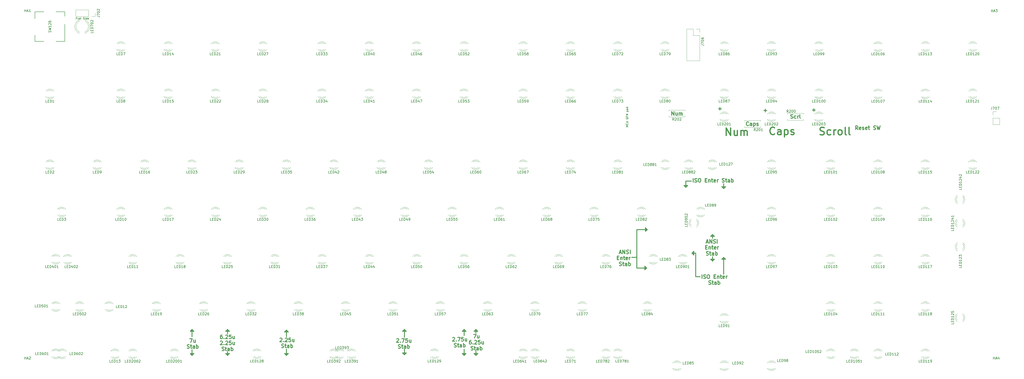
<source format=gbr>
G04 #@! TF.GenerationSoftware,KiCad,Pcbnew,(6.0.5)*
G04 #@! TF.CreationDate,2022-05-27T19:49:07-04:00*
G04 #@! TF.ProjectId,Boston-keyboard-V07J,426f7374-6f6e-42d6-9b65-79626f617264,rev?*
G04 #@! TF.SameCoordinates,Original*
G04 #@! TF.FileFunction,Legend,Top*
G04 #@! TF.FilePolarity,Positive*
%FSLAX46Y46*%
G04 Gerber Fmt 4.6, Leading zero omitted, Abs format (unit mm)*
G04 Created by KiCad (PCBNEW (6.0.5)) date 2022-05-27 19:49:07*
%MOMM*%
%LPD*%
G01*
G04 APERTURE LIST*
%ADD10C,0.300000*%
%ADD11C,0.500000*%
%ADD12C,0.160000*%
%ADD13C,0.150000*%
%ADD14C,0.120000*%
G04 APERTURE END LIST*
D10*
X233500000Y-168175000D02*
X232750000Y-168925000D01*
X332000000Y-120925000D02*
X333500000Y-120925000D01*
X306500000Y-118175000D02*
X302250000Y-118175000D01*
X136750000Y-159175000D02*
X138250000Y-159175000D01*
X337250000Y-129425000D02*
X336500000Y-130175000D01*
X162000000Y-159425000D02*
X161250000Y-158675000D01*
X237500000Y-167175000D02*
X237500000Y-168925000D01*
X161250000Y-168925000D02*
X160500000Y-168175000D01*
X322000000Y-98675000D02*
X324250000Y-98675000D01*
X332750000Y-121675000D02*
X332750000Y-120175000D01*
X326000000Y-137175000D02*
X327750000Y-137175000D01*
X123250000Y-168925000D02*
X122500000Y-168175000D01*
X161250000Y-166425000D02*
X161250000Y-168925000D01*
X123250000Y-158425000D02*
X122500000Y-159175000D01*
X325250000Y-128425000D02*
X324500000Y-127675000D01*
X305750000Y-117425000D02*
X305750000Y-118925000D01*
X232750000Y-168925000D02*
X232000000Y-168175000D01*
X162000000Y-168175000D02*
X161250000Y-168925000D01*
X336500000Y-100925000D02*
X338000000Y-100925000D01*
X208000000Y-159175000D02*
X209500000Y-159175000D01*
X208750000Y-161675000D02*
X208750000Y-158425000D01*
X209500000Y-167925000D02*
X208750000Y-168675000D01*
X238250000Y-159175000D02*
X237500000Y-158425000D01*
X160500000Y-168175000D02*
X162000000Y-168175000D01*
X305500000Y-132925000D02*
X305500000Y-134425000D01*
X136750000Y-168175000D02*
X138250000Y-168175000D01*
X326000000Y-137175000D02*
X326000000Y-127675000D01*
X332750000Y-130925000D02*
X332750000Y-129175000D01*
X306250000Y-133675000D02*
X305500000Y-132925000D01*
X326000000Y-127675000D02*
X324500000Y-127675000D01*
X322750000Y-100425000D02*
X322000000Y-101175000D01*
X124000000Y-168175000D02*
X123250000Y-168925000D01*
X123250000Y-166675000D02*
X123250000Y-168925000D01*
X238250000Y-168175000D02*
X237500000Y-168925000D01*
X137500000Y-167425000D02*
X137500000Y-168925000D01*
X337250000Y-101675000D02*
X336500000Y-100925000D01*
X337250000Y-99675000D02*
X337250000Y-101675000D01*
X305500000Y-134425000D02*
X306250000Y-133675000D01*
X237500000Y-159925000D02*
X237500000Y-158425000D01*
X305750000Y-118925000D02*
X306500000Y-118175000D01*
X332000000Y-130175000D02*
X333500000Y-130175000D01*
X161250000Y-161425000D02*
X161250000Y-158675000D01*
X333500000Y-130175000D02*
X332750000Y-130925000D01*
X322000000Y-101175000D02*
X322000000Y-98675000D01*
X137500000Y-158425000D02*
X136750000Y-159175000D01*
X332750000Y-120175000D02*
X332000000Y-120925000D01*
X233500000Y-159175000D02*
X232750000Y-158425000D01*
X208750000Y-166425000D02*
X208750000Y-168675000D01*
X332750000Y-130925000D02*
X332000000Y-130175000D01*
X338000000Y-130175000D02*
X337250000Y-129425000D01*
X237500000Y-158425000D02*
X236750000Y-159175000D01*
X333500000Y-120925000D02*
X332750000Y-120175000D01*
X336500000Y-130175000D02*
X338000000Y-130175000D01*
X208000000Y-167925000D02*
X209500000Y-167925000D01*
X232000000Y-159175000D02*
X233500000Y-159175000D01*
X124000000Y-159175000D02*
X123250000Y-158425000D01*
X232750000Y-158425000D02*
X232000000Y-159175000D01*
X321250000Y-100425000D02*
X322750000Y-100425000D01*
X237500000Y-168925000D02*
X236750000Y-168175000D01*
X161250000Y-158675000D02*
X160500000Y-159425000D01*
X123250000Y-161425000D02*
X123250000Y-158425000D01*
X325250000Y-126925000D02*
X325250000Y-128425000D01*
X236750000Y-168175000D02*
X238250000Y-168175000D01*
X300250000Y-129425000D02*
X302250000Y-129425000D01*
X137500000Y-168925000D02*
X136750000Y-168175000D01*
X122500000Y-168175000D02*
X124000000Y-168175000D01*
X337250000Y-129425000D02*
X337250000Y-136175000D01*
X232000000Y-168175000D02*
X233500000Y-168175000D01*
X306500000Y-118175000D02*
X305750000Y-117425000D01*
X208750000Y-168675000D02*
X208000000Y-167925000D01*
X138250000Y-168175000D02*
X137500000Y-168925000D01*
X236750000Y-159175000D02*
X238250000Y-159175000D01*
X232750000Y-166425000D02*
X232750000Y-168925000D01*
X324500000Y-127675000D02*
X325250000Y-126925000D01*
X208750000Y-158425000D02*
X208000000Y-159175000D01*
X338000000Y-100925000D02*
X337250000Y-101675000D01*
X138250000Y-159175000D02*
X137500000Y-158425000D01*
X122500000Y-159175000D02*
X124000000Y-159175000D01*
X302250000Y-133675000D02*
X306250000Y-133675000D01*
X302250000Y-118175000D02*
X302250000Y-133675000D01*
X232750000Y-160925000D02*
X232750000Y-158425000D01*
X160500000Y-159425000D02*
X162000000Y-159425000D01*
X137500000Y-160175000D02*
X137500000Y-158425000D01*
X322000000Y-101175000D02*
X321250000Y-100425000D01*
X209500000Y-159175000D02*
X208750000Y-158425000D01*
D11*
X376030000Y-79864285D02*
X376458571Y-80007142D01*
X377172857Y-80007142D01*
X377458571Y-79864285D01*
X377601428Y-79721428D01*
X377744285Y-79435714D01*
X377744285Y-79150000D01*
X377601428Y-78864285D01*
X377458571Y-78721428D01*
X377172857Y-78578571D01*
X376601428Y-78435714D01*
X376315714Y-78292857D01*
X376172857Y-78150000D01*
X376030000Y-77864285D01*
X376030000Y-77578571D01*
X376172857Y-77292857D01*
X376315714Y-77150000D01*
X376601428Y-77007142D01*
X377315714Y-77007142D01*
X377744285Y-77150000D01*
X380315714Y-79864285D02*
X380030000Y-80007142D01*
X379458571Y-80007142D01*
X379172857Y-79864285D01*
X379030000Y-79721428D01*
X378887142Y-79435714D01*
X378887142Y-78578571D01*
X379030000Y-78292857D01*
X379172857Y-78150000D01*
X379458571Y-78007142D01*
X380030000Y-78007142D01*
X380315714Y-78150000D01*
X381601428Y-80007142D02*
X381601428Y-78007142D01*
X381601428Y-78578571D02*
X381744285Y-78292857D01*
X381887142Y-78150000D01*
X382172857Y-78007142D01*
X382458571Y-78007142D01*
X383887142Y-80007142D02*
X383601428Y-79864285D01*
X383458571Y-79721428D01*
X383315714Y-79435714D01*
X383315714Y-78578571D01*
X383458571Y-78292857D01*
X383601428Y-78150000D01*
X383887142Y-78007142D01*
X384315714Y-78007142D01*
X384601428Y-78150000D01*
X384744285Y-78292857D01*
X384887142Y-78578571D01*
X384887142Y-79435714D01*
X384744285Y-79721428D01*
X384601428Y-79864285D01*
X384315714Y-80007142D01*
X383887142Y-80007142D01*
X386601428Y-80007142D02*
X386315714Y-79864285D01*
X386172857Y-79578571D01*
X386172857Y-77007142D01*
X388172857Y-80007142D02*
X387887142Y-79864285D01*
X387744285Y-79578571D01*
X387744285Y-77007142D01*
D10*
X205607142Y-162288928D02*
X205678571Y-162217500D01*
X205821428Y-162146071D01*
X206178571Y-162146071D01*
X206321428Y-162217500D01*
X206392857Y-162288928D01*
X206464285Y-162431785D01*
X206464285Y-162574642D01*
X206392857Y-162788928D01*
X205535714Y-163646071D01*
X206464285Y-163646071D01*
X207107142Y-163503214D02*
X207178571Y-163574642D01*
X207107142Y-163646071D01*
X207035714Y-163574642D01*
X207107142Y-163503214D01*
X207107142Y-163646071D01*
X207678571Y-162146071D02*
X208678571Y-162146071D01*
X208035714Y-163646071D01*
X209964285Y-162146071D02*
X209250000Y-162146071D01*
X209178571Y-162860357D01*
X209250000Y-162788928D01*
X209392857Y-162717500D01*
X209750000Y-162717500D01*
X209892857Y-162788928D01*
X209964285Y-162860357D01*
X210035714Y-163003214D01*
X210035714Y-163360357D01*
X209964285Y-163503214D01*
X209892857Y-163574642D01*
X209750000Y-163646071D01*
X209392857Y-163646071D01*
X209250000Y-163574642D01*
X209178571Y-163503214D01*
X211321428Y-162646071D02*
X211321428Y-163646071D01*
X210678571Y-162646071D02*
X210678571Y-163431785D01*
X210750000Y-163574642D01*
X210892857Y-163646071D01*
X211107142Y-163646071D01*
X211250000Y-163574642D01*
X211321428Y-163503214D01*
X206285714Y-165989642D02*
X206500000Y-166061071D01*
X206857142Y-166061071D01*
X207000000Y-165989642D01*
X207071428Y-165918214D01*
X207142857Y-165775357D01*
X207142857Y-165632500D01*
X207071428Y-165489642D01*
X207000000Y-165418214D01*
X206857142Y-165346785D01*
X206571428Y-165275357D01*
X206428571Y-165203928D01*
X206357142Y-165132500D01*
X206285714Y-164989642D01*
X206285714Y-164846785D01*
X206357142Y-164703928D01*
X206428571Y-164632500D01*
X206571428Y-164561071D01*
X206928571Y-164561071D01*
X207142857Y-164632500D01*
X207571428Y-165061071D02*
X208142857Y-165061071D01*
X207785714Y-164561071D02*
X207785714Y-165846785D01*
X207857142Y-165989642D01*
X208000000Y-166061071D01*
X208142857Y-166061071D01*
X209285714Y-166061071D02*
X209285714Y-165275357D01*
X209214285Y-165132500D01*
X209071428Y-165061071D01*
X208785714Y-165061071D01*
X208642857Y-165132500D01*
X209285714Y-165989642D02*
X209142857Y-166061071D01*
X208785714Y-166061071D01*
X208642857Y-165989642D01*
X208571428Y-165846785D01*
X208571428Y-165703928D01*
X208642857Y-165561071D01*
X208785714Y-165489642D01*
X209142857Y-165489642D01*
X209285714Y-165418214D01*
X210000000Y-166061071D02*
X210000000Y-164561071D01*
X210000000Y-165132500D02*
X210142857Y-165061071D01*
X210428571Y-165061071D01*
X210571428Y-165132500D01*
X210642857Y-165203928D01*
X210714285Y-165346785D01*
X210714285Y-165775357D01*
X210642857Y-165918214D01*
X210571428Y-165989642D01*
X210428571Y-166061071D01*
X210142857Y-166061071D01*
X210000000Y-165989642D01*
X372978571Y-70017142D02*
X374121428Y-70017142D01*
X373550000Y-70588571D02*
X373550000Y-69445714D01*
D11*
X338305714Y-80247142D02*
X338305714Y-77247142D01*
X340020000Y-80247142D01*
X340020000Y-77247142D01*
X342734285Y-78247142D02*
X342734285Y-80247142D01*
X341448571Y-78247142D02*
X341448571Y-79818571D01*
X341591428Y-80104285D01*
X341877142Y-80247142D01*
X342305714Y-80247142D01*
X342591428Y-80104285D01*
X342734285Y-79961428D01*
X344162857Y-80247142D02*
X344162857Y-78247142D01*
X344162857Y-78532857D02*
X344305714Y-78390000D01*
X344591428Y-78247142D01*
X345020000Y-78247142D01*
X345305714Y-78390000D01*
X345448571Y-78675714D01*
X345448571Y-80247142D01*
X345448571Y-78675714D02*
X345591428Y-78390000D01*
X345877142Y-78247142D01*
X346305714Y-78247142D01*
X346591428Y-78390000D01*
X346734285Y-78675714D01*
X346734285Y-80247142D01*
D10*
X295285714Y-127510000D02*
X296000000Y-127510000D01*
X295142857Y-127938571D02*
X295642857Y-126438571D01*
X296142857Y-127938571D01*
X296642857Y-127938571D02*
X296642857Y-126438571D01*
X297500000Y-127938571D01*
X297500000Y-126438571D01*
X298142857Y-127867142D02*
X298357142Y-127938571D01*
X298714285Y-127938571D01*
X298857142Y-127867142D01*
X298928571Y-127795714D01*
X299000000Y-127652857D01*
X299000000Y-127510000D01*
X298928571Y-127367142D01*
X298857142Y-127295714D01*
X298714285Y-127224285D01*
X298428571Y-127152857D01*
X298285714Y-127081428D01*
X298214285Y-127010000D01*
X298142857Y-126867142D01*
X298142857Y-126724285D01*
X298214285Y-126581428D01*
X298285714Y-126510000D01*
X298428571Y-126438571D01*
X298785714Y-126438571D01*
X299000000Y-126510000D01*
X299642857Y-127938571D02*
X299642857Y-126438571D01*
X294392857Y-129567857D02*
X294892857Y-129567857D01*
X295107142Y-130353571D02*
X294392857Y-130353571D01*
X294392857Y-128853571D01*
X295107142Y-128853571D01*
X295750000Y-129353571D02*
X295750000Y-130353571D01*
X295750000Y-129496428D02*
X295821428Y-129425000D01*
X295964285Y-129353571D01*
X296178571Y-129353571D01*
X296321428Y-129425000D01*
X296392857Y-129567857D01*
X296392857Y-130353571D01*
X296892857Y-129353571D02*
X297464285Y-129353571D01*
X297107142Y-128853571D02*
X297107142Y-130139285D01*
X297178571Y-130282142D01*
X297321428Y-130353571D01*
X297464285Y-130353571D01*
X298535714Y-130282142D02*
X298392857Y-130353571D01*
X298107142Y-130353571D01*
X297964285Y-130282142D01*
X297892857Y-130139285D01*
X297892857Y-129567857D01*
X297964285Y-129425000D01*
X298107142Y-129353571D01*
X298392857Y-129353571D01*
X298535714Y-129425000D01*
X298607142Y-129567857D01*
X298607142Y-129710714D01*
X297892857Y-129853571D01*
X299250000Y-130353571D02*
X299250000Y-129353571D01*
X299250000Y-129639285D02*
X299321428Y-129496428D01*
X299392857Y-129425000D01*
X299535714Y-129353571D01*
X299678571Y-129353571D01*
X295285714Y-132697142D02*
X295500000Y-132768571D01*
X295857142Y-132768571D01*
X296000000Y-132697142D01*
X296071428Y-132625714D01*
X296142857Y-132482857D01*
X296142857Y-132340000D01*
X296071428Y-132197142D01*
X296000000Y-132125714D01*
X295857142Y-132054285D01*
X295571428Y-131982857D01*
X295428571Y-131911428D01*
X295357142Y-131840000D01*
X295285714Y-131697142D01*
X295285714Y-131554285D01*
X295357142Y-131411428D01*
X295428571Y-131340000D01*
X295571428Y-131268571D01*
X295928571Y-131268571D01*
X296142857Y-131340000D01*
X296571428Y-131768571D02*
X297142857Y-131768571D01*
X296785714Y-131268571D02*
X296785714Y-132554285D01*
X296857142Y-132697142D01*
X297000000Y-132768571D01*
X297142857Y-132768571D01*
X298285714Y-132768571D02*
X298285714Y-131982857D01*
X298214285Y-131840000D01*
X298071428Y-131768571D01*
X297785714Y-131768571D01*
X297642857Y-131840000D01*
X298285714Y-132697142D02*
X298142857Y-132768571D01*
X297785714Y-132768571D01*
X297642857Y-132697142D01*
X297571428Y-132554285D01*
X297571428Y-132411428D01*
X297642857Y-132268571D01*
X297785714Y-132197142D01*
X298142857Y-132197142D01*
X298285714Y-132125714D01*
X299000000Y-132768571D02*
X299000000Y-131268571D01*
X299000000Y-131840000D02*
X299142857Y-131768571D01*
X299428571Y-131768571D01*
X299571428Y-131840000D01*
X299642857Y-131911428D01*
X299714285Y-132054285D01*
X299714285Y-132482857D01*
X299642857Y-132625714D01*
X299571428Y-132697142D01*
X299428571Y-132768571D01*
X299142857Y-132768571D01*
X299000000Y-132697142D01*
X228107142Y-161788928D02*
X228178571Y-161717500D01*
X228321428Y-161646071D01*
X228678571Y-161646071D01*
X228821428Y-161717500D01*
X228892857Y-161788928D01*
X228964285Y-161931785D01*
X228964285Y-162074642D01*
X228892857Y-162288928D01*
X228035714Y-163146071D01*
X228964285Y-163146071D01*
X229607142Y-163003214D02*
X229678571Y-163074642D01*
X229607142Y-163146071D01*
X229535714Y-163074642D01*
X229607142Y-163003214D01*
X229607142Y-163146071D01*
X230178571Y-161646071D02*
X231178571Y-161646071D01*
X230535714Y-163146071D01*
X232464285Y-161646071D02*
X231750000Y-161646071D01*
X231678571Y-162360357D01*
X231750000Y-162288928D01*
X231892857Y-162217500D01*
X232250000Y-162217500D01*
X232392857Y-162288928D01*
X232464285Y-162360357D01*
X232535714Y-162503214D01*
X232535714Y-162860357D01*
X232464285Y-163003214D01*
X232392857Y-163074642D01*
X232250000Y-163146071D01*
X231892857Y-163146071D01*
X231750000Y-163074642D01*
X231678571Y-163003214D01*
X233821428Y-162146071D02*
X233821428Y-163146071D01*
X233178571Y-162146071D02*
X233178571Y-162931785D01*
X233250000Y-163074642D01*
X233392857Y-163146071D01*
X233607142Y-163146071D01*
X233750000Y-163074642D01*
X233821428Y-163003214D01*
X228785714Y-165489642D02*
X229000000Y-165561071D01*
X229357142Y-165561071D01*
X229500000Y-165489642D01*
X229571428Y-165418214D01*
X229642857Y-165275357D01*
X229642857Y-165132500D01*
X229571428Y-164989642D01*
X229500000Y-164918214D01*
X229357142Y-164846785D01*
X229071428Y-164775357D01*
X228928571Y-164703928D01*
X228857142Y-164632500D01*
X228785714Y-164489642D01*
X228785714Y-164346785D01*
X228857142Y-164203928D01*
X228928571Y-164132500D01*
X229071428Y-164061071D01*
X229428571Y-164061071D01*
X229642857Y-164132500D01*
X230071428Y-164561071D02*
X230642857Y-164561071D01*
X230285714Y-164061071D02*
X230285714Y-165346785D01*
X230357142Y-165489642D01*
X230500000Y-165561071D01*
X230642857Y-165561071D01*
X231785714Y-165561071D02*
X231785714Y-164775357D01*
X231714285Y-164632500D01*
X231571428Y-164561071D01*
X231285714Y-164561071D01*
X231142857Y-164632500D01*
X231785714Y-165489642D02*
X231642857Y-165561071D01*
X231285714Y-165561071D01*
X231142857Y-165489642D01*
X231071428Y-165346785D01*
X231071428Y-165203928D01*
X231142857Y-165061071D01*
X231285714Y-164989642D01*
X231642857Y-164989642D01*
X231785714Y-164918214D01*
X232500000Y-165561071D02*
X232500000Y-164061071D01*
X232500000Y-164632500D02*
X232642857Y-164561071D01*
X232928571Y-164561071D01*
X233071428Y-164632500D01*
X233142857Y-164703928D01*
X233214285Y-164846785D01*
X233214285Y-165275357D01*
X233142857Y-165418214D01*
X233071428Y-165489642D01*
X232928571Y-165561071D01*
X232642857Y-165561071D01*
X232500000Y-165489642D01*
X353428571Y-70197142D02*
X354571428Y-70197142D01*
X354000000Y-70768571D02*
X354000000Y-69625714D01*
D11*
X357760000Y-79631428D02*
X357617142Y-79774285D01*
X357188571Y-79917142D01*
X356902857Y-79917142D01*
X356474285Y-79774285D01*
X356188571Y-79488571D01*
X356045714Y-79202857D01*
X355902857Y-78631428D01*
X355902857Y-78202857D01*
X356045714Y-77631428D01*
X356188571Y-77345714D01*
X356474285Y-77060000D01*
X356902857Y-76917142D01*
X357188571Y-76917142D01*
X357617142Y-77060000D01*
X357760000Y-77202857D01*
X360331428Y-79917142D02*
X360331428Y-78345714D01*
X360188571Y-78060000D01*
X359902857Y-77917142D01*
X359331428Y-77917142D01*
X359045714Y-78060000D01*
X360331428Y-79774285D02*
X360045714Y-79917142D01*
X359331428Y-79917142D01*
X359045714Y-79774285D01*
X358902857Y-79488571D01*
X358902857Y-79202857D01*
X359045714Y-78917142D01*
X359331428Y-78774285D01*
X360045714Y-78774285D01*
X360331428Y-78631428D01*
X361760000Y-77917142D02*
X361760000Y-80917142D01*
X361760000Y-78060000D02*
X362045714Y-77917142D01*
X362617142Y-77917142D01*
X362902857Y-78060000D01*
X363045714Y-78202857D01*
X363188571Y-78488571D01*
X363188571Y-79345714D01*
X363045714Y-79631428D01*
X362902857Y-79774285D01*
X362617142Y-79917142D01*
X362045714Y-79917142D01*
X361760000Y-79774285D01*
X364331428Y-79774285D02*
X364617142Y-79917142D01*
X365188571Y-79917142D01*
X365474285Y-79774285D01*
X365617142Y-79488571D01*
X365617142Y-79345714D01*
X365474285Y-79060000D01*
X365188571Y-78917142D01*
X364760000Y-78917142D01*
X364474285Y-78774285D01*
X364331428Y-78488571D01*
X364331428Y-78345714D01*
X364474285Y-78060000D01*
X364760000Y-77917142D01*
X365188571Y-77917142D01*
X365474285Y-78060000D01*
D10*
X122321428Y-162146071D02*
X123321428Y-162146071D01*
X122678571Y-163646071D01*
X124535714Y-162646071D02*
X124535714Y-163646071D01*
X123892857Y-162646071D02*
X123892857Y-163431785D01*
X123964285Y-163574642D01*
X124107142Y-163646071D01*
X124321428Y-163646071D01*
X124464285Y-163574642D01*
X124535714Y-163503214D01*
X121285714Y-165989642D02*
X121500000Y-166061071D01*
X121857142Y-166061071D01*
X122000000Y-165989642D01*
X122071428Y-165918214D01*
X122142857Y-165775357D01*
X122142857Y-165632500D01*
X122071428Y-165489642D01*
X122000000Y-165418214D01*
X121857142Y-165346785D01*
X121571428Y-165275357D01*
X121428571Y-165203928D01*
X121357142Y-165132500D01*
X121285714Y-164989642D01*
X121285714Y-164846785D01*
X121357142Y-164703928D01*
X121428571Y-164632500D01*
X121571428Y-164561071D01*
X121928571Y-164561071D01*
X122142857Y-164632500D01*
X122571428Y-165061071D02*
X123142857Y-165061071D01*
X122785714Y-164561071D02*
X122785714Y-165846785D01*
X122857142Y-165989642D01*
X123000000Y-166061071D01*
X123142857Y-166061071D01*
X124285714Y-166061071D02*
X124285714Y-165275357D01*
X124214285Y-165132500D01*
X124071428Y-165061071D01*
X123785714Y-165061071D01*
X123642857Y-165132500D01*
X124285714Y-165989642D02*
X124142857Y-166061071D01*
X123785714Y-166061071D01*
X123642857Y-165989642D01*
X123571428Y-165846785D01*
X123571428Y-165703928D01*
X123642857Y-165561071D01*
X123785714Y-165489642D01*
X124142857Y-165489642D01*
X124285714Y-165418214D01*
X125000000Y-166061071D02*
X125000000Y-164561071D01*
X125000000Y-165132500D02*
X125142857Y-165061071D01*
X125428571Y-165061071D01*
X125571428Y-165132500D01*
X125642857Y-165203928D01*
X125714285Y-165346785D01*
X125714285Y-165775357D01*
X125642857Y-165918214D01*
X125571428Y-165989642D01*
X125428571Y-166061071D01*
X125142857Y-166061071D01*
X125000000Y-165989642D01*
D12*
X76833333Y-33067857D02*
X76566666Y-33067857D01*
X76566666Y-33486904D02*
X76566666Y-32686904D01*
X76947619Y-32686904D01*
X77366666Y-33486904D02*
X77290476Y-33448809D01*
X77252380Y-33372619D01*
X77252380Y-32686904D01*
X78014285Y-33486904D02*
X78014285Y-33067857D01*
X77976190Y-32991666D01*
X77900000Y-32953571D01*
X77747619Y-32953571D01*
X77671428Y-32991666D01*
X78014285Y-33448809D02*
X77938095Y-33486904D01*
X77747619Y-33486904D01*
X77671428Y-33448809D01*
X77633333Y-33372619D01*
X77633333Y-33296428D01*
X77671428Y-33220238D01*
X77747619Y-33182142D01*
X77938095Y-33182142D01*
X78014285Y-33144047D01*
X78280952Y-32953571D02*
X78585714Y-32953571D01*
X78395238Y-32686904D02*
X78395238Y-33372619D01*
X78433333Y-33448809D01*
X78509523Y-33486904D01*
X78585714Y-33486904D01*
X79423809Y-33448809D02*
X79538095Y-33486904D01*
X79728571Y-33486904D01*
X79804761Y-33448809D01*
X79842857Y-33410714D01*
X79880952Y-33334523D01*
X79880952Y-33258333D01*
X79842857Y-33182142D01*
X79804761Y-33144047D01*
X79728571Y-33105952D01*
X79576190Y-33067857D01*
X79500000Y-33029761D01*
X79461904Y-32991666D01*
X79423809Y-32915476D01*
X79423809Y-32839285D01*
X79461904Y-32763095D01*
X79500000Y-32725000D01*
X79576190Y-32686904D01*
X79766666Y-32686904D01*
X79880952Y-32725000D01*
X80223809Y-33486904D02*
X80223809Y-32953571D01*
X80223809Y-32686904D02*
X80185714Y-32725000D01*
X80223809Y-32763095D01*
X80261904Y-32725000D01*
X80223809Y-32686904D01*
X80223809Y-32763095D01*
X80947619Y-33486904D02*
X80947619Y-32686904D01*
X80947619Y-33448809D02*
X80871428Y-33486904D01*
X80719047Y-33486904D01*
X80642857Y-33448809D01*
X80604761Y-33410714D01*
X80566666Y-33334523D01*
X80566666Y-33105952D01*
X80604761Y-33029761D01*
X80642857Y-32991666D01*
X80719047Y-32953571D01*
X80871428Y-32953571D01*
X80947619Y-32991666D01*
X81633333Y-33448809D02*
X81557142Y-33486904D01*
X81404761Y-33486904D01*
X81328571Y-33448809D01*
X81290476Y-33372619D01*
X81290476Y-33067857D01*
X81328571Y-32991666D01*
X81404761Y-32953571D01*
X81557142Y-32953571D01*
X81633333Y-32991666D01*
X81671428Y-33067857D01*
X81671428Y-33144047D01*
X81290476Y-33220238D01*
D10*
X316382857Y-72148571D02*
X316382857Y-70648571D01*
X317240000Y-72148571D01*
X317240000Y-70648571D01*
X318597142Y-71148571D02*
X318597142Y-72148571D01*
X317954285Y-71148571D02*
X317954285Y-71934285D01*
X318025714Y-72077142D01*
X318168571Y-72148571D01*
X318382857Y-72148571D01*
X318525714Y-72077142D01*
X318597142Y-72005714D01*
X319311428Y-72148571D02*
X319311428Y-71148571D01*
X319311428Y-71291428D02*
X319382857Y-71220000D01*
X319525714Y-71148571D01*
X319740000Y-71148571D01*
X319882857Y-71220000D01*
X319954285Y-71362857D01*
X319954285Y-72148571D01*
X319954285Y-71362857D02*
X320025714Y-71220000D01*
X320168571Y-71148571D01*
X320382857Y-71148571D01*
X320525714Y-71220000D01*
X320597142Y-71362857D01*
X320597142Y-72148571D01*
X347290000Y-76125714D02*
X347218571Y-76197142D01*
X347004285Y-76268571D01*
X346861428Y-76268571D01*
X346647142Y-76197142D01*
X346504285Y-76054285D01*
X346432857Y-75911428D01*
X346361428Y-75625714D01*
X346361428Y-75411428D01*
X346432857Y-75125714D01*
X346504285Y-74982857D01*
X346647142Y-74840000D01*
X346861428Y-74768571D01*
X347004285Y-74768571D01*
X347218571Y-74840000D01*
X347290000Y-74911428D01*
X348575714Y-76268571D02*
X348575714Y-75482857D01*
X348504285Y-75340000D01*
X348361428Y-75268571D01*
X348075714Y-75268571D01*
X347932857Y-75340000D01*
X348575714Y-76197142D02*
X348432857Y-76268571D01*
X348075714Y-76268571D01*
X347932857Y-76197142D01*
X347861428Y-76054285D01*
X347861428Y-75911428D01*
X347932857Y-75768571D01*
X348075714Y-75697142D01*
X348432857Y-75697142D01*
X348575714Y-75625714D01*
X349290000Y-75268571D02*
X349290000Y-76768571D01*
X349290000Y-75340000D02*
X349432857Y-75268571D01*
X349718571Y-75268571D01*
X349861428Y-75340000D01*
X349932857Y-75411428D01*
X350004285Y-75554285D01*
X350004285Y-75982857D01*
X349932857Y-76125714D01*
X349861428Y-76197142D01*
X349718571Y-76268571D01*
X349432857Y-76268571D01*
X349290000Y-76197142D01*
X350575714Y-76197142D02*
X350718571Y-76268571D01*
X351004285Y-76268571D01*
X351147142Y-76197142D01*
X351218571Y-76054285D01*
X351218571Y-75982857D01*
X351147142Y-75840000D01*
X351004285Y-75768571D01*
X350790000Y-75768571D01*
X350647142Y-75697142D01*
X350575714Y-75554285D01*
X350575714Y-75482857D01*
X350647142Y-75340000D01*
X350790000Y-75268571D01*
X351004285Y-75268571D01*
X351147142Y-75340000D01*
X324964285Y-99103571D02*
X324964285Y-97603571D01*
X325607142Y-99032142D02*
X325821428Y-99103571D01*
X326178571Y-99103571D01*
X326321428Y-99032142D01*
X326392857Y-98960714D01*
X326464285Y-98817857D01*
X326464285Y-98675000D01*
X326392857Y-98532142D01*
X326321428Y-98460714D01*
X326178571Y-98389285D01*
X325892857Y-98317857D01*
X325750000Y-98246428D01*
X325678571Y-98175000D01*
X325607142Y-98032142D01*
X325607142Y-97889285D01*
X325678571Y-97746428D01*
X325750000Y-97675000D01*
X325892857Y-97603571D01*
X326250000Y-97603571D01*
X326464285Y-97675000D01*
X327392857Y-97603571D02*
X327678571Y-97603571D01*
X327821428Y-97675000D01*
X327964285Y-97817857D01*
X328035714Y-98103571D01*
X328035714Y-98603571D01*
X327964285Y-98889285D01*
X327821428Y-99032142D01*
X327678571Y-99103571D01*
X327392857Y-99103571D01*
X327250000Y-99032142D01*
X327107142Y-98889285D01*
X327035714Y-98603571D01*
X327035714Y-98103571D01*
X327107142Y-97817857D01*
X327250000Y-97675000D01*
X327392857Y-97603571D01*
X329821428Y-98317857D02*
X330321428Y-98317857D01*
X330535714Y-99103571D02*
X329821428Y-99103571D01*
X329821428Y-97603571D01*
X330535714Y-97603571D01*
X331178571Y-98103571D02*
X331178571Y-99103571D01*
X331178571Y-98246428D02*
X331250000Y-98175000D01*
X331392857Y-98103571D01*
X331607142Y-98103571D01*
X331750000Y-98175000D01*
X331821428Y-98317857D01*
X331821428Y-99103571D01*
X332321428Y-98103571D02*
X332892857Y-98103571D01*
X332535714Y-97603571D02*
X332535714Y-98889285D01*
X332607142Y-99032142D01*
X332750000Y-99103571D01*
X332892857Y-99103571D01*
X333964285Y-99032142D02*
X333821428Y-99103571D01*
X333535714Y-99103571D01*
X333392857Y-99032142D01*
X333321428Y-98889285D01*
X333321428Y-98317857D01*
X333392857Y-98175000D01*
X333535714Y-98103571D01*
X333821428Y-98103571D01*
X333964285Y-98175000D01*
X334035714Y-98317857D01*
X334035714Y-98460714D01*
X333321428Y-98603571D01*
X334678571Y-99103571D02*
X334678571Y-98103571D01*
X334678571Y-98389285D02*
X334750000Y-98246428D01*
X334821428Y-98175000D01*
X334964285Y-98103571D01*
X335107142Y-98103571D01*
X336678571Y-99032142D02*
X336892857Y-99103571D01*
X337250000Y-99103571D01*
X337392857Y-99032142D01*
X337464285Y-98960714D01*
X337535714Y-98817857D01*
X337535714Y-98675000D01*
X337464285Y-98532142D01*
X337392857Y-98460714D01*
X337250000Y-98389285D01*
X336964285Y-98317857D01*
X336821428Y-98246428D01*
X336750000Y-98175000D01*
X336678571Y-98032142D01*
X336678571Y-97889285D01*
X336750000Y-97746428D01*
X336821428Y-97675000D01*
X336964285Y-97603571D01*
X337321428Y-97603571D01*
X337535714Y-97675000D01*
X337964285Y-98103571D02*
X338535714Y-98103571D01*
X338178571Y-97603571D02*
X338178571Y-98889285D01*
X338250000Y-99032142D01*
X338392857Y-99103571D01*
X338535714Y-99103571D01*
X339678571Y-99103571D02*
X339678571Y-98317857D01*
X339607142Y-98175000D01*
X339464285Y-98103571D01*
X339178571Y-98103571D01*
X339035714Y-98175000D01*
X339678571Y-99032142D02*
X339535714Y-99103571D01*
X339178571Y-99103571D01*
X339035714Y-99032142D01*
X338964285Y-98889285D01*
X338964285Y-98746428D01*
X339035714Y-98603571D01*
X339178571Y-98532142D01*
X339535714Y-98532142D01*
X339678571Y-98460714D01*
X340392857Y-99103571D02*
X340392857Y-97603571D01*
X340392857Y-98175000D02*
X340535714Y-98103571D01*
X340821428Y-98103571D01*
X340964285Y-98175000D01*
X341035714Y-98246428D01*
X341107142Y-98389285D01*
X341107142Y-98817857D01*
X341035714Y-98960714D01*
X340964285Y-99032142D01*
X340821428Y-99103571D01*
X340535714Y-99103571D01*
X340392857Y-99032142D01*
X364231428Y-73297142D02*
X364445714Y-73368571D01*
X364802857Y-73368571D01*
X364945714Y-73297142D01*
X365017142Y-73225714D01*
X365088571Y-73082857D01*
X365088571Y-72940000D01*
X365017142Y-72797142D01*
X364945714Y-72725714D01*
X364802857Y-72654285D01*
X364517142Y-72582857D01*
X364374285Y-72511428D01*
X364302857Y-72440000D01*
X364231428Y-72297142D01*
X364231428Y-72154285D01*
X364302857Y-72011428D01*
X364374285Y-71940000D01*
X364517142Y-71868571D01*
X364874285Y-71868571D01*
X365088571Y-71940000D01*
X366374285Y-73297142D02*
X366231428Y-73368571D01*
X365945714Y-73368571D01*
X365802857Y-73297142D01*
X365731428Y-73225714D01*
X365660000Y-73082857D01*
X365660000Y-72654285D01*
X365731428Y-72511428D01*
X365802857Y-72440000D01*
X365945714Y-72368571D01*
X366231428Y-72368571D01*
X366374285Y-72440000D01*
X367017142Y-73368571D02*
X367017142Y-72368571D01*
X367017142Y-72654285D02*
X367088571Y-72511428D01*
X367160000Y-72440000D01*
X367302857Y-72368571D01*
X367445714Y-72368571D01*
X368160000Y-73368571D02*
X368017142Y-73297142D01*
X367945714Y-73154285D01*
X367945714Y-71868571D01*
D13*
X298761904Y-76786904D02*
X297961904Y-76786904D01*
X298533333Y-76520238D01*
X297961904Y-76253571D01*
X298761904Y-76253571D01*
X298685714Y-75415476D02*
X298723809Y-75453571D01*
X298761904Y-75567857D01*
X298761904Y-75644047D01*
X298723809Y-75758333D01*
X298647619Y-75834523D01*
X298571428Y-75872619D01*
X298419047Y-75910714D01*
X298304761Y-75910714D01*
X298152380Y-75872619D01*
X298076190Y-75834523D01*
X298000000Y-75758333D01*
X297961904Y-75644047D01*
X297961904Y-75567857D01*
X298000000Y-75453571D01*
X298038095Y-75415476D01*
X297961904Y-75072619D02*
X298609523Y-75072619D01*
X298685714Y-75034523D01*
X298723809Y-74996428D01*
X298761904Y-74920238D01*
X298761904Y-74767857D01*
X298723809Y-74691666D01*
X298685714Y-74653571D01*
X298609523Y-74615476D01*
X297961904Y-74615476D01*
X298838095Y-73091666D02*
X298800000Y-73167857D01*
X298723809Y-73244047D01*
X298609523Y-73358333D01*
X298571428Y-73434523D01*
X298571428Y-73510714D01*
X298761904Y-73472619D02*
X298723809Y-73548809D01*
X298647619Y-73625000D01*
X298495238Y-73663095D01*
X298228571Y-73663095D01*
X298076190Y-73625000D01*
X298000000Y-73548809D01*
X297961904Y-73472619D01*
X297961904Y-73320238D01*
X298000000Y-73244047D01*
X298076190Y-73167857D01*
X298228571Y-73129761D01*
X298495238Y-73129761D01*
X298647619Y-73167857D01*
X298723809Y-73244047D01*
X298761904Y-73320238D01*
X298761904Y-73472619D01*
X298342857Y-72520238D02*
X298342857Y-72786904D01*
X298761904Y-72786904D02*
X297961904Y-72786904D01*
X297961904Y-72405952D01*
X298761904Y-72101190D02*
X297961904Y-72101190D01*
X298761904Y-71644047D01*
X297961904Y-71644047D01*
X298228571Y-70653571D02*
X299028571Y-70653571D01*
X298266666Y-70653571D02*
X298228571Y-70577380D01*
X298228571Y-70425000D01*
X298266666Y-70348809D01*
X298304761Y-70310714D01*
X298380952Y-70272619D01*
X298609523Y-70272619D01*
X298685714Y-70310714D01*
X298723809Y-70348809D01*
X298761904Y-70425000D01*
X298761904Y-70577380D01*
X298723809Y-70653571D01*
X298761904Y-69586904D02*
X298342857Y-69586904D01*
X298266666Y-69625000D01*
X298228571Y-69701190D01*
X298228571Y-69853571D01*
X298266666Y-69929761D01*
X298723809Y-69586904D02*
X298761904Y-69663095D01*
X298761904Y-69853571D01*
X298723809Y-69929761D01*
X298647619Y-69967857D01*
X298571428Y-69967857D01*
X298495238Y-69929761D01*
X298457142Y-69853571D01*
X298457142Y-69663095D01*
X298419047Y-69586904D01*
X298761904Y-68863095D02*
X297961904Y-68863095D01*
X298723809Y-68863095D02*
X298761904Y-68939285D01*
X298761904Y-69091666D01*
X298723809Y-69167857D01*
X298685714Y-69205952D01*
X298609523Y-69244047D01*
X298380952Y-69244047D01*
X298304761Y-69205952D01*
X298266666Y-69167857D01*
X298228571Y-69091666D01*
X298228571Y-68939285D01*
X298266666Y-68863095D01*
D10*
X335198571Y-69497142D02*
X336341428Y-69497142D01*
X335770000Y-70068571D02*
X335770000Y-68925714D01*
X391247500Y-77926071D02*
X390747500Y-77211785D01*
X390390357Y-77926071D02*
X390390357Y-76426071D01*
X390961785Y-76426071D01*
X391104642Y-76497500D01*
X391176071Y-76568928D01*
X391247500Y-76711785D01*
X391247500Y-76926071D01*
X391176071Y-77068928D01*
X391104642Y-77140357D01*
X390961785Y-77211785D01*
X390390357Y-77211785D01*
X392461785Y-77854642D02*
X392318928Y-77926071D01*
X392033214Y-77926071D01*
X391890357Y-77854642D01*
X391818928Y-77711785D01*
X391818928Y-77140357D01*
X391890357Y-76997500D01*
X392033214Y-76926071D01*
X392318928Y-76926071D01*
X392461785Y-76997500D01*
X392533214Y-77140357D01*
X392533214Y-77283214D01*
X391818928Y-77426071D01*
X393104642Y-77854642D02*
X393247500Y-77926071D01*
X393533214Y-77926071D01*
X393676071Y-77854642D01*
X393747500Y-77711785D01*
X393747500Y-77640357D01*
X393676071Y-77497500D01*
X393533214Y-77426071D01*
X393318928Y-77426071D01*
X393176071Y-77354642D01*
X393104642Y-77211785D01*
X393104642Y-77140357D01*
X393176071Y-76997500D01*
X393318928Y-76926071D01*
X393533214Y-76926071D01*
X393676071Y-76997500D01*
X394961785Y-77854642D02*
X394818928Y-77926071D01*
X394533214Y-77926071D01*
X394390357Y-77854642D01*
X394318928Y-77711785D01*
X394318928Y-77140357D01*
X394390357Y-76997500D01*
X394533214Y-76926071D01*
X394818928Y-76926071D01*
X394961785Y-76997500D01*
X395033214Y-77140357D01*
X395033214Y-77283214D01*
X394318928Y-77426071D01*
X395461785Y-76926071D02*
X396033214Y-76926071D01*
X395676071Y-76426071D02*
X395676071Y-77711785D01*
X395747500Y-77854642D01*
X395890357Y-77926071D01*
X396033214Y-77926071D01*
X397604642Y-77854642D02*
X397818928Y-77926071D01*
X398176071Y-77926071D01*
X398318928Y-77854642D01*
X398390357Y-77783214D01*
X398461785Y-77640357D01*
X398461785Y-77497500D01*
X398390357Y-77354642D01*
X398318928Y-77283214D01*
X398176071Y-77211785D01*
X397890357Y-77140357D01*
X397747500Y-77068928D01*
X397676071Y-76997500D01*
X397604642Y-76854642D01*
X397604642Y-76711785D01*
X397676071Y-76568928D01*
X397747500Y-76497500D01*
X397890357Y-76426071D01*
X398247500Y-76426071D01*
X398461785Y-76497500D01*
X398961785Y-76426071D02*
X399318928Y-77926071D01*
X399604642Y-76854642D01*
X399890357Y-77926071D01*
X400247500Y-76426071D01*
X158607142Y-162038928D02*
X158678571Y-161967500D01*
X158821428Y-161896071D01*
X159178571Y-161896071D01*
X159321428Y-161967500D01*
X159392857Y-162038928D01*
X159464285Y-162181785D01*
X159464285Y-162324642D01*
X159392857Y-162538928D01*
X158535714Y-163396071D01*
X159464285Y-163396071D01*
X160107142Y-163253214D02*
X160178571Y-163324642D01*
X160107142Y-163396071D01*
X160035714Y-163324642D01*
X160107142Y-163253214D01*
X160107142Y-163396071D01*
X160750000Y-162038928D02*
X160821428Y-161967500D01*
X160964285Y-161896071D01*
X161321428Y-161896071D01*
X161464285Y-161967500D01*
X161535714Y-162038928D01*
X161607142Y-162181785D01*
X161607142Y-162324642D01*
X161535714Y-162538928D01*
X160678571Y-163396071D01*
X161607142Y-163396071D01*
X162964285Y-161896071D02*
X162250000Y-161896071D01*
X162178571Y-162610357D01*
X162250000Y-162538928D01*
X162392857Y-162467500D01*
X162750000Y-162467500D01*
X162892857Y-162538928D01*
X162964285Y-162610357D01*
X163035714Y-162753214D01*
X163035714Y-163110357D01*
X162964285Y-163253214D01*
X162892857Y-163324642D01*
X162750000Y-163396071D01*
X162392857Y-163396071D01*
X162250000Y-163324642D01*
X162178571Y-163253214D01*
X164321428Y-162396071D02*
X164321428Y-163396071D01*
X163678571Y-162396071D02*
X163678571Y-163181785D01*
X163750000Y-163324642D01*
X163892857Y-163396071D01*
X164107142Y-163396071D01*
X164250000Y-163324642D01*
X164321428Y-163253214D01*
X159285714Y-165739642D02*
X159500000Y-165811071D01*
X159857142Y-165811071D01*
X160000000Y-165739642D01*
X160071428Y-165668214D01*
X160142857Y-165525357D01*
X160142857Y-165382500D01*
X160071428Y-165239642D01*
X160000000Y-165168214D01*
X159857142Y-165096785D01*
X159571428Y-165025357D01*
X159428571Y-164953928D01*
X159357142Y-164882500D01*
X159285714Y-164739642D01*
X159285714Y-164596785D01*
X159357142Y-164453928D01*
X159428571Y-164382500D01*
X159571428Y-164311071D01*
X159928571Y-164311071D01*
X160142857Y-164382500D01*
X160571428Y-164811071D02*
X161142857Y-164811071D01*
X160785714Y-164311071D02*
X160785714Y-165596785D01*
X160857142Y-165739642D01*
X161000000Y-165811071D01*
X161142857Y-165811071D01*
X162285714Y-165811071D02*
X162285714Y-165025357D01*
X162214285Y-164882500D01*
X162071428Y-164811071D01*
X161785714Y-164811071D01*
X161642857Y-164882500D01*
X162285714Y-165739642D02*
X162142857Y-165811071D01*
X161785714Y-165811071D01*
X161642857Y-165739642D01*
X161571428Y-165596785D01*
X161571428Y-165453928D01*
X161642857Y-165311071D01*
X161785714Y-165239642D01*
X162142857Y-165239642D01*
X162285714Y-165168214D01*
X163000000Y-165811071D02*
X163000000Y-164311071D01*
X163000000Y-164882500D02*
X163142857Y-164811071D01*
X163428571Y-164811071D01*
X163571428Y-164882500D01*
X163642857Y-164953928D01*
X163714285Y-165096785D01*
X163714285Y-165525357D01*
X163642857Y-165668214D01*
X163571428Y-165739642D01*
X163428571Y-165811071D01*
X163142857Y-165811071D01*
X163000000Y-165739642D01*
X236571428Y-160438571D02*
X237571428Y-160438571D01*
X236928571Y-161938571D01*
X238785714Y-160938571D02*
X238785714Y-161938571D01*
X238142857Y-160938571D02*
X238142857Y-161724285D01*
X238214285Y-161867142D01*
X238357142Y-161938571D01*
X238571428Y-161938571D01*
X238714285Y-161867142D01*
X238785714Y-161795714D01*
X235571428Y-162853571D02*
X235285714Y-162853571D01*
X235142857Y-162925000D01*
X235071428Y-162996428D01*
X234928571Y-163210714D01*
X234857142Y-163496428D01*
X234857142Y-164067857D01*
X234928571Y-164210714D01*
X235000000Y-164282142D01*
X235142857Y-164353571D01*
X235428571Y-164353571D01*
X235571428Y-164282142D01*
X235642857Y-164210714D01*
X235714285Y-164067857D01*
X235714285Y-163710714D01*
X235642857Y-163567857D01*
X235571428Y-163496428D01*
X235428571Y-163425000D01*
X235142857Y-163425000D01*
X235000000Y-163496428D01*
X234928571Y-163567857D01*
X234857142Y-163710714D01*
X236357142Y-164210714D02*
X236428571Y-164282142D01*
X236357142Y-164353571D01*
X236285714Y-164282142D01*
X236357142Y-164210714D01*
X236357142Y-164353571D01*
X237000000Y-162996428D02*
X237071428Y-162925000D01*
X237214285Y-162853571D01*
X237571428Y-162853571D01*
X237714285Y-162925000D01*
X237785714Y-162996428D01*
X237857142Y-163139285D01*
X237857142Y-163282142D01*
X237785714Y-163496428D01*
X236928571Y-164353571D01*
X237857142Y-164353571D01*
X239214285Y-162853571D02*
X238500000Y-162853571D01*
X238428571Y-163567857D01*
X238500000Y-163496428D01*
X238642857Y-163425000D01*
X239000000Y-163425000D01*
X239142857Y-163496428D01*
X239214285Y-163567857D01*
X239285714Y-163710714D01*
X239285714Y-164067857D01*
X239214285Y-164210714D01*
X239142857Y-164282142D01*
X239000000Y-164353571D01*
X238642857Y-164353571D01*
X238500000Y-164282142D01*
X238428571Y-164210714D01*
X240571428Y-163353571D02*
X240571428Y-164353571D01*
X239928571Y-163353571D02*
X239928571Y-164139285D01*
X240000000Y-164282142D01*
X240142857Y-164353571D01*
X240357142Y-164353571D01*
X240500000Y-164282142D01*
X240571428Y-164210714D01*
X235535714Y-166697142D02*
X235750000Y-166768571D01*
X236107142Y-166768571D01*
X236250000Y-166697142D01*
X236321428Y-166625714D01*
X236392857Y-166482857D01*
X236392857Y-166340000D01*
X236321428Y-166197142D01*
X236250000Y-166125714D01*
X236107142Y-166054285D01*
X235821428Y-165982857D01*
X235678571Y-165911428D01*
X235607142Y-165840000D01*
X235535714Y-165697142D01*
X235535714Y-165554285D01*
X235607142Y-165411428D01*
X235678571Y-165340000D01*
X235821428Y-165268571D01*
X236178571Y-165268571D01*
X236392857Y-165340000D01*
X236821428Y-165768571D02*
X237392857Y-165768571D01*
X237035714Y-165268571D02*
X237035714Y-166554285D01*
X237107142Y-166697142D01*
X237250000Y-166768571D01*
X237392857Y-166768571D01*
X238535714Y-166768571D02*
X238535714Y-165982857D01*
X238464285Y-165840000D01*
X238321428Y-165768571D01*
X238035714Y-165768571D01*
X237892857Y-165840000D01*
X238535714Y-166697142D02*
X238392857Y-166768571D01*
X238035714Y-166768571D01*
X237892857Y-166697142D01*
X237821428Y-166554285D01*
X237821428Y-166411428D01*
X237892857Y-166268571D01*
X238035714Y-166197142D01*
X238392857Y-166197142D01*
X238535714Y-166125714D01*
X239250000Y-166768571D02*
X239250000Y-165268571D01*
X239250000Y-165840000D02*
X239392857Y-165768571D01*
X239678571Y-165768571D01*
X239821428Y-165840000D01*
X239892857Y-165911428D01*
X239964285Y-166054285D01*
X239964285Y-166482857D01*
X239892857Y-166625714D01*
X239821428Y-166697142D01*
X239678571Y-166768571D01*
X239392857Y-166768571D01*
X239250000Y-166697142D01*
X330285714Y-123260000D02*
X331000000Y-123260000D01*
X330142857Y-123688571D02*
X330642857Y-122188571D01*
X331142857Y-123688571D01*
X331642857Y-123688571D02*
X331642857Y-122188571D01*
X332500000Y-123688571D01*
X332500000Y-122188571D01*
X333142857Y-123617142D02*
X333357142Y-123688571D01*
X333714285Y-123688571D01*
X333857142Y-123617142D01*
X333928571Y-123545714D01*
X334000000Y-123402857D01*
X334000000Y-123260000D01*
X333928571Y-123117142D01*
X333857142Y-123045714D01*
X333714285Y-122974285D01*
X333428571Y-122902857D01*
X333285714Y-122831428D01*
X333214285Y-122760000D01*
X333142857Y-122617142D01*
X333142857Y-122474285D01*
X333214285Y-122331428D01*
X333285714Y-122260000D01*
X333428571Y-122188571D01*
X333785714Y-122188571D01*
X334000000Y-122260000D01*
X334642857Y-123688571D02*
X334642857Y-122188571D01*
X329964285Y-125317857D02*
X330464285Y-125317857D01*
X330678571Y-126103571D02*
X329964285Y-126103571D01*
X329964285Y-124603571D01*
X330678571Y-124603571D01*
X331321428Y-125103571D02*
X331321428Y-126103571D01*
X331321428Y-125246428D02*
X331392857Y-125175000D01*
X331535714Y-125103571D01*
X331750000Y-125103571D01*
X331892857Y-125175000D01*
X331964285Y-125317857D01*
X331964285Y-126103571D01*
X332464285Y-125103571D02*
X333035714Y-125103571D01*
X332678571Y-124603571D02*
X332678571Y-125889285D01*
X332750000Y-126032142D01*
X332892857Y-126103571D01*
X333035714Y-126103571D01*
X334107142Y-126032142D02*
X333964285Y-126103571D01*
X333678571Y-126103571D01*
X333535714Y-126032142D01*
X333464285Y-125889285D01*
X333464285Y-125317857D01*
X333535714Y-125175000D01*
X333678571Y-125103571D01*
X333964285Y-125103571D01*
X334107142Y-125175000D01*
X334178571Y-125317857D01*
X334178571Y-125460714D01*
X333464285Y-125603571D01*
X334821428Y-126103571D02*
X334821428Y-125103571D01*
X334821428Y-125389285D02*
X334892857Y-125246428D01*
X334964285Y-125175000D01*
X335107142Y-125103571D01*
X335250000Y-125103571D01*
X330285714Y-128447142D02*
X330500000Y-128518571D01*
X330857142Y-128518571D01*
X331000000Y-128447142D01*
X331071428Y-128375714D01*
X331142857Y-128232857D01*
X331142857Y-128090000D01*
X331071428Y-127947142D01*
X331000000Y-127875714D01*
X330857142Y-127804285D01*
X330571428Y-127732857D01*
X330428571Y-127661428D01*
X330357142Y-127590000D01*
X330285714Y-127447142D01*
X330285714Y-127304285D01*
X330357142Y-127161428D01*
X330428571Y-127090000D01*
X330571428Y-127018571D01*
X330928571Y-127018571D01*
X331142857Y-127090000D01*
X331571428Y-127518571D02*
X332142857Y-127518571D01*
X331785714Y-127018571D02*
X331785714Y-128304285D01*
X331857142Y-128447142D01*
X332000000Y-128518571D01*
X332142857Y-128518571D01*
X333285714Y-128518571D02*
X333285714Y-127732857D01*
X333214285Y-127590000D01*
X333071428Y-127518571D01*
X332785714Y-127518571D01*
X332642857Y-127590000D01*
X333285714Y-128447142D02*
X333142857Y-128518571D01*
X332785714Y-128518571D01*
X332642857Y-128447142D01*
X332571428Y-128304285D01*
X332571428Y-128161428D01*
X332642857Y-128018571D01*
X332785714Y-127947142D01*
X333142857Y-127947142D01*
X333285714Y-127875714D01*
X334000000Y-128518571D02*
X334000000Y-127018571D01*
X334000000Y-127590000D02*
X334142857Y-127518571D01*
X334428571Y-127518571D01*
X334571428Y-127590000D01*
X334642857Y-127661428D01*
X334714285Y-127804285D01*
X334714285Y-128232857D01*
X334642857Y-128375714D01*
X334571428Y-128447142D01*
X334428571Y-128518571D01*
X334142857Y-128518571D01*
X334000000Y-128447142D01*
X135321428Y-160688571D02*
X135035714Y-160688571D01*
X134892857Y-160760000D01*
X134821428Y-160831428D01*
X134678571Y-161045714D01*
X134607142Y-161331428D01*
X134607142Y-161902857D01*
X134678571Y-162045714D01*
X134750000Y-162117142D01*
X134892857Y-162188571D01*
X135178571Y-162188571D01*
X135321428Y-162117142D01*
X135392857Y-162045714D01*
X135464285Y-161902857D01*
X135464285Y-161545714D01*
X135392857Y-161402857D01*
X135321428Y-161331428D01*
X135178571Y-161260000D01*
X134892857Y-161260000D01*
X134750000Y-161331428D01*
X134678571Y-161402857D01*
X134607142Y-161545714D01*
X136107142Y-162045714D02*
X136178571Y-162117142D01*
X136107142Y-162188571D01*
X136035714Y-162117142D01*
X136107142Y-162045714D01*
X136107142Y-162188571D01*
X136750000Y-160831428D02*
X136821428Y-160760000D01*
X136964285Y-160688571D01*
X137321428Y-160688571D01*
X137464285Y-160760000D01*
X137535714Y-160831428D01*
X137607142Y-160974285D01*
X137607142Y-161117142D01*
X137535714Y-161331428D01*
X136678571Y-162188571D01*
X137607142Y-162188571D01*
X138964285Y-160688571D02*
X138250000Y-160688571D01*
X138178571Y-161402857D01*
X138250000Y-161331428D01*
X138392857Y-161260000D01*
X138750000Y-161260000D01*
X138892857Y-161331428D01*
X138964285Y-161402857D01*
X139035714Y-161545714D01*
X139035714Y-161902857D01*
X138964285Y-162045714D01*
X138892857Y-162117142D01*
X138750000Y-162188571D01*
X138392857Y-162188571D01*
X138250000Y-162117142D01*
X138178571Y-162045714D01*
X140321428Y-161188571D02*
X140321428Y-162188571D01*
X139678571Y-161188571D02*
X139678571Y-161974285D01*
X139750000Y-162117142D01*
X139892857Y-162188571D01*
X140107142Y-162188571D01*
X140250000Y-162117142D01*
X140321428Y-162045714D01*
X134607142Y-163246428D02*
X134678571Y-163175000D01*
X134821428Y-163103571D01*
X135178571Y-163103571D01*
X135321428Y-163175000D01*
X135392857Y-163246428D01*
X135464285Y-163389285D01*
X135464285Y-163532142D01*
X135392857Y-163746428D01*
X134535714Y-164603571D01*
X135464285Y-164603571D01*
X136107142Y-164460714D02*
X136178571Y-164532142D01*
X136107142Y-164603571D01*
X136035714Y-164532142D01*
X136107142Y-164460714D01*
X136107142Y-164603571D01*
X136750000Y-163246428D02*
X136821428Y-163175000D01*
X136964285Y-163103571D01*
X137321428Y-163103571D01*
X137464285Y-163175000D01*
X137535714Y-163246428D01*
X137607142Y-163389285D01*
X137607142Y-163532142D01*
X137535714Y-163746428D01*
X136678571Y-164603571D01*
X137607142Y-164603571D01*
X138964285Y-163103571D02*
X138250000Y-163103571D01*
X138178571Y-163817857D01*
X138250000Y-163746428D01*
X138392857Y-163675000D01*
X138750000Y-163675000D01*
X138892857Y-163746428D01*
X138964285Y-163817857D01*
X139035714Y-163960714D01*
X139035714Y-164317857D01*
X138964285Y-164460714D01*
X138892857Y-164532142D01*
X138750000Y-164603571D01*
X138392857Y-164603571D01*
X138250000Y-164532142D01*
X138178571Y-164460714D01*
X140321428Y-163603571D02*
X140321428Y-164603571D01*
X139678571Y-163603571D02*
X139678571Y-164389285D01*
X139750000Y-164532142D01*
X139892857Y-164603571D01*
X140107142Y-164603571D01*
X140250000Y-164532142D01*
X140321428Y-164460714D01*
X135285714Y-166947142D02*
X135500000Y-167018571D01*
X135857142Y-167018571D01*
X136000000Y-166947142D01*
X136071428Y-166875714D01*
X136142857Y-166732857D01*
X136142857Y-166590000D01*
X136071428Y-166447142D01*
X136000000Y-166375714D01*
X135857142Y-166304285D01*
X135571428Y-166232857D01*
X135428571Y-166161428D01*
X135357142Y-166090000D01*
X135285714Y-165947142D01*
X135285714Y-165804285D01*
X135357142Y-165661428D01*
X135428571Y-165590000D01*
X135571428Y-165518571D01*
X135928571Y-165518571D01*
X136142857Y-165590000D01*
X136571428Y-166018571D02*
X137142857Y-166018571D01*
X136785714Y-165518571D02*
X136785714Y-166804285D01*
X136857142Y-166947142D01*
X137000000Y-167018571D01*
X137142857Y-167018571D01*
X138285714Y-167018571D02*
X138285714Y-166232857D01*
X138214285Y-166090000D01*
X138071428Y-166018571D01*
X137785714Y-166018571D01*
X137642857Y-166090000D01*
X138285714Y-166947142D02*
X138142857Y-167018571D01*
X137785714Y-167018571D01*
X137642857Y-166947142D01*
X137571428Y-166804285D01*
X137571428Y-166661428D01*
X137642857Y-166518571D01*
X137785714Y-166447142D01*
X138142857Y-166447142D01*
X138285714Y-166375714D01*
X139000000Y-167018571D02*
X139000000Y-165518571D01*
X139000000Y-166090000D02*
X139142857Y-166018571D01*
X139428571Y-166018571D01*
X139571428Y-166090000D01*
X139642857Y-166161428D01*
X139714285Y-166304285D01*
X139714285Y-166732857D01*
X139642857Y-166875714D01*
X139571428Y-166947142D01*
X139428571Y-167018571D01*
X139142857Y-167018571D01*
X139000000Y-166947142D01*
X328535714Y-137896071D02*
X328535714Y-136396071D01*
X329178571Y-137824642D02*
X329392857Y-137896071D01*
X329750000Y-137896071D01*
X329892857Y-137824642D01*
X329964285Y-137753214D01*
X330035714Y-137610357D01*
X330035714Y-137467500D01*
X329964285Y-137324642D01*
X329892857Y-137253214D01*
X329750000Y-137181785D01*
X329464285Y-137110357D01*
X329321428Y-137038928D01*
X329250000Y-136967500D01*
X329178571Y-136824642D01*
X329178571Y-136681785D01*
X329250000Y-136538928D01*
X329321428Y-136467500D01*
X329464285Y-136396071D01*
X329821428Y-136396071D01*
X330035714Y-136467500D01*
X330964285Y-136396071D02*
X331250000Y-136396071D01*
X331392857Y-136467500D01*
X331535714Y-136610357D01*
X331607142Y-136896071D01*
X331607142Y-137396071D01*
X331535714Y-137681785D01*
X331392857Y-137824642D01*
X331250000Y-137896071D01*
X330964285Y-137896071D01*
X330821428Y-137824642D01*
X330678571Y-137681785D01*
X330607142Y-137396071D01*
X330607142Y-136896071D01*
X330678571Y-136610357D01*
X330821428Y-136467500D01*
X330964285Y-136396071D01*
X333392857Y-137110357D02*
X333892857Y-137110357D01*
X334107142Y-137896071D02*
X333392857Y-137896071D01*
X333392857Y-136396071D01*
X334107142Y-136396071D01*
X334750000Y-136896071D02*
X334750000Y-137896071D01*
X334750000Y-137038928D02*
X334821428Y-136967500D01*
X334964285Y-136896071D01*
X335178571Y-136896071D01*
X335321428Y-136967500D01*
X335392857Y-137110357D01*
X335392857Y-137896071D01*
X335892857Y-136896071D02*
X336464285Y-136896071D01*
X336107142Y-136396071D02*
X336107142Y-137681785D01*
X336178571Y-137824642D01*
X336321428Y-137896071D01*
X336464285Y-137896071D01*
X337535714Y-137824642D02*
X337392857Y-137896071D01*
X337107142Y-137896071D01*
X336964285Y-137824642D01*
X336892857Y-137681785D01*
X336892857Y-137110357D01*
X336964285Y-136967500D01*
X337107142Y-136896071D01*
X337392857Y-136896071D01*
X337535714Y-136967500D01*
X337607142Y-137110357D01*
X337607142Y-137253214D01*
X336892857Y-137396071D01*
X338250000Y-137896071D02*
X338250000Y-136896071D01*
X338250000Y-137181785D02*
X338321428Y-137038928D01*
X338392857Y-136967500D01*
X338535714Y-136896071D01*
X338678571Y-136896071D01*
X331285714Y-140239642D02*
X331500000Y-140311071D01*
X331857142Y-140311071D01*
X332000000Y-140239642D01*
X332071428Y-140168214D01*
X332142857Y-140025357D01*
X332142857Y-139882500D01*
X332071428Y-139739642D01*
X332000000Y-139668214D01*
X331857142Y-139596785D01*
X331571428Y-139525357D01*
X331428571Y-139453928D01*
X331357142Y-139382500D01*
X331285714Y-139239642D01*
X331285714Y-139096785D01*
X331357142Y-138953928D01*
X331428571Y-138882500D01*
X331571428Y-138811071D01*
X331928571Y-138811071D01*
X332142857Y-138882500D01*
X332571428Y-139311071D02*
X333142857Y-139311071D01*
X332785714Y-138811071D02*
X332785714Y-140096785D01*
X332857142Y-140239642D01*
X333000000Y-140311071D01*
X333142857Y-140311071D01*
X334285714Y-140311071D02*
X334285714Y-139525357D01*
X334214285Y-139382500D01*
X334071428Y-139311071D01*
X333785714Y-139311071D01*
X333642857Y-139382500D01*
X334285714Y-140239642D02*
X334142857Y-140311071D01*
X333785714Y-140311071D01*
X333642857Y-140239642D01*
X333571428Y-140096785D01*
X333571428Y-139953928D01*
X333642857Y-139811071D01*
X333785714Y-139739642D01*
X334142857Y-139739642D01*
X334285714Y-139668214D01*
X335000000Y-140311071D02*
X335000000Y-138811071D01*
X335000000Y-139382500D02*
X335142857Y-139311071D01*
X335428571Y-139311071D01*
X335571428Y-139382500D01*
X335642857Y-139453928D01*
X335714285Y-139596785D01*
X335714285Y-140025357D01*
X335642857Y-140168214D01*
X335571428Y-140239642D01*
X335428571Y-140311071D01*
X335142857Y-140311071D01*
X335000000Y-140239642D01*
D13*
X74528571Y-168677380D02*
X74052380Y-168677380D01*
X74052380Y-167677380D01*
X74861904Y-168153571D02*
X75195238Y-168153571D01*
X75338095Y-168677380D02*
X74861904Y-168677380D01*
X74861904Y-167677380D01*
X75338095Y-167677380D01*
X75766666Y-168677380D02*
X75766666Y-167677380D01*
X76004761Y-167677380D01*
X76147619Y-167725000D01*
X76242857Y-167820238D01*
X76290476Y-167915476D01*
X76338095Y-168105952D01*
X76338095Y-168248809D01*
X76290476Y-168439285D01*
X76242857Y-168534523D01*
X76147619Y-168629761D01*
X76004761Y-168677380D01*
X75766666Y-168677380D01*
X77195238Y-167677380D02*
X77004761Y-167677380D01*
X76909523Y-167725000D01*
X76861904Y-167772619D01*
X76766666Y-167915476D01*
X76719047Y-168105952D01*
X76719047Y-168486904D01*
X76766666Y-168582142D01*
X76814285Y-168629761D01*
X76909523Y-168677380D01*
X77100000Y-168677380D01*
X77195238Y-168629761D01*
X77242857Y-168582142D01*
X77290476Y-168486904D01*
X77290476Y-168248809D01*
X77242857Y-168153571D01*
X77195238Y-168105952D01*
X77100000Y-168058333D01*
X76909523Y-168058333D01*
X76814285Y-168105952D01*
X76766666Y-168153571D01*
X76719047Y-168248809D01*
X77909523Y-167677380D02*
X78004761Y-167677380D01*
X78100000Y-167725000D01*
X78147619Y-167772619D01*
X78195238Y-167867857D01*
X78242857Y-168058333D01*
X78242857Y-168296428D01*
X78195238Y-168486904D01*
X78147619Y-168582142D01*
X78100000Y-168629761D01*
X78004761Y-168677380D01*
X77909523Y-168677380D01*
X77814285Y-168629761D01*
X77766666Y-168582142D01*
X77719047Y-168486904D01*
X77671428Y-168296428D01*
X77671428Y-168058333D01*
X77719047Y-167867857D01*
X77766666Y-167772619D01*
X77814285Y-167725000D01*
X77909523Y-167677380D01*
X78623809Y-167772619D02*
X78671428Y-167725000D01*
X78766666Y-167677380D01*
X79004761Y-167677380D01*
X79100000Y-167725000D01*
X79147619Y-167772619D01*
X79195238Y-167867857D01*
X79195238Y-167963095D01*
X79147619Y-168105952D01*
X78576190Y-168677380D01*
X79195238Y-168677380D01*
X181528571Y-166277380D02*
X181052380Y-166277380D01*
X181052380Y-165277380D01*
X181861904Y-165753571D02*
X182195238Y-165753571D01*
X182338095Y-166277380D02*
X181861904Y-166277380D01*
X181861904Y-165277380D01*
X182338095Y-165277380D01*
X182766666Y-166277380D02*
X182766666Y-165277380D01*
X183004761Y-165277380D01*
X183147619Y-165325000D01*
X183242857Y-165420238D01*
X183290476Y-165515476D01*
X183338095Y-165705952D01*
X183338095Y-165848809D01*
X183290476Y-166039285D01*
X183242857Y-166134523D01*
X183147619Y-166229761D01*
X183004761Y-166277380D01*
X182766666Y-166277380D01*
X183671428Y-165277380D02*
X184290476Y-165277380D01*
X183957142Y-165658333D01*
X184100000Y-165658333D01*
X184195238Y-165705952D01*
X184242857Y-165753571D01*
X184290476Y-165848809D01*
X184290476Y-166086904D01*
X184242857Y-166182142D01*
X184195238Y-166229761D01*
X184100000Y-166277380D01*
X183814285Y-166277380D01*
X183719047Y-166229761D01*
X183671428Y-166182142D01*
X184766666Y-166277380D02*
X184957142Y-166277380D01*
X185052380Y-166229761D01*
X185100000Y-166182142D01*
X185195238Y-166039285D01*
X185242857Y-165848809D01*
X185242857Y-165467857D01*
X185195238Y-165372619D01*
X185147619Y-165325000D01*
X185052380Y-165277380D01*
X184861904Y-165277380D01*
X184766666Y-165325000D01*
X184719047Y-165372619D01*
X184671428Y-165467857D01*
X184671428Y-165705952D01*
X184719047Y-165801190D01*
X184766666Y-165848809D01*
X184861904Y-165896428D01*
X185052380Y-165896428D01*
X185147619Y-165848809D01*
X185195238Y-165801190D01*
X185242857Y-165705952D01*
X185576190Y-165277380D02*
X186195238Y-165277380D01*
X185861904Y-165658333D01*
X186004761Y-165658333D01*
X186100000Y-165705952D01*
X186147619Y-165753571D01*
X186195238Y-165848809D01*
X186195238Y-166086904D01*
X186147619Y-166182142D01*
X186100000Y-166229761D01*
X186004761Y-166277380D01*
X185719047Y-166277380D01*
X185623809Y-166229761D01*
X185576190Y-166182142D01*
X378253571Y-133592380D02*
X377777380Y-133592380D01*
X377777380Y-132592380D01*
X378586904Y-133068571D02*
X378920238Y-133068571D01*
X379063095Y-133592380D02*
X378586904Y-133592380D01*
X378586904Y-132592380D01*
X379063095Y-132592380D01*
X379491666Y-133592380D02*
X379491666Y-132592380D01*
X379729761Y-132592380D01*
X379872619Y-132640000D01*
X379967857Y-132735238D01*
X380015476Y-132830476D01*
X380063095Y-133020952D01*
X380063095Y-133163809D01*
X380015476Y-133354285D01*
X379967857Y-133449523D01*
X379872619Y-133544761D01*
X379729761Y-133592380D01*
X379491666Y-133592380D01*
X381015476Y-133592380D02*
X380444047Y-133592380D01*
X380729761Y-133592380D02*
X380729761Y-132592380D01*
X380634523Y-132735238D01*
X380539285Y-132830476D01*
X380444047Y-132878095D01*
X381634523Y-132592380D02*
X381729761Y-132592380D01*
X381825000Y-132640000D01*
X381872619Y-132687619D01*
X381920238Y-132782857D01*
X381967857Y-132973333D01*
X381967857Y-133211428D01*
X381920238Y-133401904D01*
X381872619Y-133497142D01*
X381825000Y-133544761D01*
X381729761Y-133592380D01*
X381634523Y-133592380D01*
X381539285Y-133544761D01*
X381491666Y-133497142D01*
X381444047Y-133401904D01*
X381396428Y-133211428D01*
X381396428Y-132973333D01*
X381444047Y-132782857D01*
X381491666Y-132687619D01*
X381539285Y-132640000D01*
X381634523Y-132592380D01*
X382301190Y-132592380D02*
X382920238Y-132592380D01*
X382586904Y-132973333D01*
X382729761Y-132973333D01*
X382825000Y-133020952D01*
X382872619Y-133068571D01*
X382920238Y-133163809D01*
X382920238Y-133401904D01*
X382872619Y-133497142D01*
X382825000Y-133544761D01*
X382729761Y-133592380D01*
X382444047Y-133592380D01*
X382348809Y-133544761D01*
X382301190Y-133497142D01*
X178704761Y-95492380D02*
X178228571Y-95492380D01*
X178228571Y-94492380D01*
X179038095Y-94968571D02*
X179371428Y-94968571D01*
X179514285Y-95492380D02*
X179038095Y-95492380D01*
X179038095Y-94492380D01*
X179514285Y-94492380D01*
X179942857Y-95492380D02*
X179942857Y-94492380D01*
X180180952Y-94492380D01*
X180323809Y-94540000D01*
X180419047Y-94635238D01*
X180466666Y-94730476D01*
X180514285Y-94920952D01*
X180514285Y-95063809D01*
X180466666Y-95254285D01*
X180419047Y-95349523D01*
X180323809Y-95444761D01*
X180180952Y-95492380D01*
X179942857Y-95492380D01*
X181371428Y-94825714D02*
X181371428Y-95492380D01*
X181133333Y-94444761D02*
X180895238Y-95159047D01*
X181514285Y-95159047D01*
X181847619Y-94587619D02*
X181895238Y-94540000D01*
X181990476Y-94492380D01*
X182228571Y-94492380D01*
X182323809Y-94540000D01*
X182371428Y-94587619D01*
X182419047Y-94682857D01*
X182419047Y-94778095D01*
X182371428Y-94920952D01*
X181800000Y-95492380D01*
X182419047Y-95492380D01*
X416353571Y-171692380D02*
X415877380Y-171692380D01*
X415877380Y-170692380D01*
X416686904Y-171168571D02*
X417020238Y-171168571D01*
X417163095Y-171692380D02*
X416686904Y-171692380D01*
X416686904Y-170692380D01*
X417163095Y-170692380D01*
X417591666Y-171692380D02*
X417591666Y-170692380D01*
X417829761Y-170692380D01*
X417972619Y-170740000D01*
X418067857Y-170835238D01*
X418115476Y-170930476D01*
X418163095Y-171120952D01*
X418163095Y-171263809D01*
X418115476Y-171454285D01*
X418067857Y-171549523D01*
X417972619Y-171644761D01*
X417829761Y-171692380D01*
X417591666Y-171692380D01*
X419115476Y-171692380D02*
X418544047Y-171692380D01*
X418829761Y-171692380D02*
X418829761Y-170692380D01*
X418734523Y-170835238D01*
X418639285Y-170930476D01*
X418544047Y-170978095D01*
X420067857Y-171692380D02*
X419496428Y-171692380D01*
X419782142Y-171692380D02*
X419782142Y-170692380D01*
X419686904Y-170835238D01*
X419591666Y-170930476D01*
X419496428Y-170978095D01*
X420544047Y-171692380D02*
X420734523Y-171692380D01*
X420829761Y-171644761D01*
X420877380Y-171597142D01*
X420972619Y-171454285D01*
X421020238Y-171263809D01*
X421020238Y-170882857D01*
X420972619Y-170787619D01*
X420925000Y-170740000D01*
X420829761Y-170692380D01*
X420639285Y-170692380D01*
X420544047Y-170740000D01*
X420496428Y-170787619D01*
X420448809Y-170882857D01*
X420448809Y-171120952D01*
X420496428Y-171216190D01*
X420544047Y-171263809D01*
X420639285Y-171311428D01*
X420829761Y-171311428D01*
X420925000Y-171263809D01*
X420972619Y-171216190D01*
X421020238Y-171120952D01*
X250142261Y-133592380D02*
X249666071Y-133592380D01*
X249666071Y-132592380D01*
X250475595Y-133068571D02*
X250808928Y-133068571D01*
X250951785Y-133592380D02*
X250475595Y-133592380D01*
X250475595Y-132592380D01*
X250951785Y-132592380D01*
X251380357Y-133592380D02*
X251380357Y-132592380D01*
X251618452Y-132592380D01*
X251761309Y-132640000D01*
X251856547Y-132735238D01*
X251904166Y-132830476D01*
X251951785Y-133020952D01*
X251951785Y-133163809D01*
X251904166Y-133354285D01*
X251856547Y-133449523D01*
X251761309Y-133544761D01*
X251618452Y-133592380D01*
X251380357Y-133592380D01*
X252808928Y-132592380D02*
X252618452Y-132592380D01*
X252523214Y-132640000D01*
X252475595Y-132687619D01*
X252380357Y-132830476D01*
X252332738Y-133020952D01*
X252332738Y-133401904D01*
X252380357Y-133497142D01*
X252427976Y-133544761D01*
X252523214Y-133592380D01*
X252713690Y-133592380D01*
X252808928Y-133544761D01*
X252856547Y-133497142D01*
X252904166Y-133401904D01*
X252904166Y-133163809D01*
X252856547Y-133068571D01*
X252808928Y-133020952D01*
X252713690Y-132973333D01*
X252523214Y-132973333D01*
X252427976Y-133020952D01*
X252380357Y-133068571D01*
X252332738Y-133163809D01*
X253285119Y-132687619D02*
X253332738Y-132640000D01*
X253427976Y-132592380D01*
X253666071Y-132592380D01*
X253761309Y-132640000D01*
X253808928Y-132687619D01*
X253856547Y-132782857D01*
X253856547Y-132878095D01*
X253808928Y-133020952D01*
X253237500Y-133592380D01*
X253856547Y-133592380D01*
X60728571Y-168677380D02*
X60252380Y-168677380D01*
X60252380Y-167677380D01*
X61061904Y-168153571D02*
X61395238Y-168153571D01*
X61538095Y-168677380D02*
X61061904Y-168677380D01*
X61061904Y-167677380D01*
X61538095Y-167677380D01*
X61966666Y-168677380D02*
X61966666Y-167677380D01*
X62204761Y-167677380D01*
X62347619Y-167725000D01*
X62442857Y-167820238D01*
X62490476Y-167915476D01*
X62538095Y-168105952D01*
X62538095Y-168248809D01*
X62490476Y-168439285D01*
X62442857Y-168534523D01*
X62347619Y-168629761D01*
X62204761Y-168677380D01*
X61966666Y-168677380D01*
X63395238Y-167677380D02*
X63204761Y-167677380D01*
X63109523Y-167725000D01*
X63061904Y-167772619D01*
X62966666Y-167915476D01*
X62919047Y-168105952D01*
X62919047Y-168486904D01*
X62966666Y-168582142D01*
X63014285Y-168629761D01*
X63109523Y-168677380D01*
X63300000Y-168677380D01*
X63395238Y-168629761D01*
X63442857Y-168582142D01*
X63490476Y-168486904D01*
X63490476Y-168248809D01*
X63442857Y-168153571D01*
X63395238Y-168105952D01*
X63300000Y-168058333D01*
X63109523Y-168058333D01*
X63014285Y-168105952D01*
X62966666Y-168153571D01*
X62919047Y-168248809D01*
X64109523Y-167677380D02*
X64204761Y-167677380D01*
X64300000Y-167725000D01*
X64347619Y-167772619D01*
X64395238Y-167867857D01*
X64442857Y-168058333D01*
X64442857Y-168296428D01*
X64395238Y-168486904D01*
X64347619Y-168582142D01*
X64300000Y-168629761D01*
X64204761Y-168677380D01*
X64109523Y-168677380D01*
X64014285Y-168629761D01*
X63966666Y-168582142D01*
X63919047Y-168486904D01*
X63871428Y-168296428D01*
X63871428Y-168058333D01*
X63919047Y-167867857D01*
X63966666Y-167772619D01*
X64014285Y-167725000D01*
X64109523Y-167677380D01*
X65395238Y-168677380D02*
X64823809Y-168677380D01*
X65109523Y-168677380D02*
X65109523Y-167677380D01*
X65014285Y-167820238D01*
X64919047Y-167915476D01*
X64823809Y-167963095D01*
X235854761Y-95492380D02*
X235378571Y-95492380D01*
X235378571Y-94492380D01*
X236188095Y-94968571D02*
X236521428Y-94968571D01*
X236664285Y-95492380D02*
X236188095Y-95492380D01*
X236188095Y-94492380D01*
X236664285Y-94492380D01*
X237092857Y-95492380D02*
X237092857Y-94492380D01*
X237330952Y-94492380D01*
X237473809Y-94540000D01*
X237569047Y-94635238D01*
X237616666Y-94730476D01*
X237664285Y-94920952D01*
X237664285Y-95063809D01*
X237616666Y-95254285D01*
X237569047Y-95349523D01*
X237473809Y-95444761D01*
X237330952Y-95492380D01*
X237092857Y-95492380D01*
X238521428Y-94492380D02*
X238330952Y-94492380D01*
X238235714Y-94540000D01*
X238188095Y-94587619D01*
X238092857Y-94730476D01*
X238045238Y-94920952D01*
X238045238Y-95301904D01*
X238092857Y-95397142D01*
X238140476Y-95444761D01*
X238235714Y-95492380D01*
X238426190Y-95492380D01*
X238521428Y-95444761D01*
X238569047Y-95397142D01*
X238616666Y-95301904D01*
X238616666Y-95063809D01*
X238569047Y-94968571D01*
X238521428Y-94920952D01*
X238426190Y-94873333D01*
X238235714Y-94873333D01*
X238140476Y-94920952D01*
X238092857Y-94968571D01*
X238045238Y-95063809D01*
X239235714Y-94492380D02*
X239330952Y-94492380D01*
X239426190Y-94540000D01*
X239473809Y-94587619D01*
X239521428Y-94682857D01*
X239569047Y-94873333D01*
X239569047Y-95111428D01*
X239521428Y-95301904D01*
X239473809Y-95397142D01*
X239426190Y-95444761D01*
X239330952Y-95492380D01*
X239235714Y-95492380D01*
X239140476Y-95444761D01*
X239092857Y-95397142D01*
X239045238Y-95301904D01*
X238997619Y-95111428D01*
X238997619Y-94873333D01*
X239045238Y-94682857D01*
X239092857Y-94587619D01*
X239140476Y-94540000D01*
X239235714Y-94492380D01*
X150129761Y-114542380D02*
X149653571Y-114542380D01*
X149653571Y-113542380D01*
X150463095Y-114018571D02*
X150796428Y-114018571D01*
X150939285Y-114542380D02*
X150463095Y-114542380D01*
X150463095Y-113542380D01*
X150939285Y-113542380D01*
X151367857Y-114542380D02*
X151367857Y-113542380D01*
X151605952Y-113542380D01*
X151748809Y-113590000D01*
X151844047Y-113685238D01*
X151891666Y-113780476D01*
X151939285Y-113970952D01*
X151939285Y-114113809D01*
X151891666Y-114304285D01*
X151844047Y-114399523D01*
X151748809Y-114494761D01*
X151605952Y-114542380D01*
X151367857Y-114542380D01*
X152272619Y-113542380D02*
X152891666Y-113542380D01*
X152558333Y-113923333D01*
X152701190Y-113923333D01*
X152796428Y-113970952D01*
X152844047Y-114018571D01*
X152891666Y-114113809D01*
X152891666Y-114351904D01*
X152844047Y-114447142D01*
X152796428Y-114494761D01*
X152701190Y-114542380D01*
X152415476Y-114542380D01*
X152320238Y-114494761D01*
X152272619Y-114447142D01*
X153510714Y-113542380D02*
X153605952Y-113542380D01*
X153701190Y-113590000D01*
X153748809Y-113637619D01*
X153796428Y-113732857D01*
X153844047Y-113923333D01*
X153844047Y-114161428D01*
X153796428Y-114351904D01*
X153748809Y-114447142D01*
X153701190Y-114494761D01*
X153605952Y-114542380D01*
X153510714Y-114542380D01*
X153415476Y-114494761D01*
X153367857Y-114447142D01*
X153320238Y-114351904D01*
X153272619Y-114161428D01*
X153272619Y-113923333D01*
X153320238Y-113732857D01*
X153367857Y-113637619D01*
X153415476Y-113590000D01*
X153510714Y-113542380D01*
X336128571Y-92277380D02*
X335652380Y-92277380D01*
X335652380Y-91277380D01*
X336461904Y-91753571D02*
X336795238Y-91753571D01*
X336938095Y-92277380D02*
X336461904Y-92277380D01*
X336461904Y-91277380D01*
X336938095Y-91277380D01*
X337366666Y-92277380D02*
X337366666Y-91277380D01*
X337604761Y-91277380D01*
X337747619Y-91325000D01*
X337842857Y-91420238D01*
X337890476Y-91515476D01*
X337938095Y-91705952D01*
X337938095Y-91848809D01*
X337890476Y-92039285D01*
X337842857Y-92134523D01*
X337747619Y-92229761D01*
X337604761Y-92277380D01*
X337366666Y-92277380D01*
X338890476Y-92277380D02*
X338319047Y-92277380D01*
X338604761Y-92277380D02*
X338604761Y-91277380D01*
X338509523Y-91420238D01*
X338414285Y-91515476D01*
X338319047Y-91563095D01*
X339271428Y-91372619D02*
X339319047Y-91325000D01*
X339414285Y-91277380D01*
X339652380Y-91277380D01*
X339747619Y-91325000D01*
X339795238Y-91372619D01*
X339842857Y-91467857D01*
X339842857Y-91563095D01*
X339795238Y-91705952D01*
X339223809Y-92277380D01*
X339842857Y-92277380D01*
X340176190Y-91277380D02*
X340842857Y-91277380D01*
X340414285Y-92277380D01*
X164417261Y-152642380D02*
X163941071Y-152642380D01*
X163941071Y-151642380D01*
X164750595Y-152118571D02*
X165083928Y-152118571D01*
X165226785Y-152642380D02*
X164750595Y-152642380D01*
X164750595Y-151642380D01*
X165226785Y-151642380D01*
X165655357Y-152642380D02*
X165655357Y-151642380D01*
X165893452Y-151642380D01*
X166036309Y-151690000D01*
X166131547Y-151785238D01*
X166179166Y-151880476D01*
X166226785Y-152070952D01*
X166226785Y-152213809D01*
X166179166Y-152404285D01*
X166131547Y-152499523D01*
X166036309Y-152594761D01*
X165893452Y-152642380D01*
X165655357Y-152642380D01*
X166560119Y-151642380D02*
X167179166Y-151642380D01*
X166845833Y-152023333D01*
X166988690Y-152023333D01*
X167083928Y-152070952D01*
X167131547Y-152118571D01*
X167179166Y-152213809D01*
X167179166Y-152451904D01*
X167131547Y-152547142D01*
X167083928Y-152594761D01*
X166988690Y-152642380D01*
X166702976Y-152642380D01*
X166607738Y-152594761D01*
X166560119Y-152547142D01*
X167750595Y-152070952D02*
X167655357Y-152023333D01*
X167607738Y-151975714D01*
X167560119Y-151880476D01*
X167560119Y-151832857D01*
X167607738Y-151737619D01*
X167655357Y-151690000D01*
X167750595Y-151642380D01*
X167941071Y-151642380D01*
X168036309Y-151690000D01*
X168083928Y-151737619D01*
X168131547Y-151832857D01*
X168131547Y-151880476D01*
X168083928Y-151975714D01*
X168036309Y-152023333D01*
X167941071Y-152070952D01*
X167750595Y-152070952D01*
X167655357Y-152118571D01*
X167607738Y-152166190D01*
X167560119Y-152261428D01*
X167560119Y-152451904D01*
X167607738Y-152547142D01*
X167655357Y-152594761D01*
X167750595Y-152642380D01*
X167941071Y-152642380D01*
X168036309Y-152594761D01*
X168083928Y-152547142D01*
X168131547Y-152451904D01*
X168131547Y-152261428D01*
X168083928Y-152166190D01*
X168036309Y-152118571D01*
X167941071Y-152070952D01*
X231092261Y-66917380D02*
X230616071Y-66917380D01*
X230616071Y-65917380D01*
X231425595Y-66393571D02*
X231758928Y-66393571D01*
X231901785Y-66917380D02*
X231425595Y-66917380D01*
X231425595Y-65917380D01*
X231901785Y-65917380D01*
X232330357Y-66917380D02*
X232330357Y-65917380D01*
X232568452Y-65917380D01*
X232711309Y-65965000D01*
X232806547Y-66060238D01*
X232854166Y-66155476D01*
X232901785Y-66345952D01*
X232901785Y-66488809D01*
X232854166Y-66679285D01*
X232806547Y-66774523D01*
X232711309Y-66869761D01*
X232568452Y-66917380D01*
X232330357Y-66917380D01*
X233806547Y-65917380D02*
X233330357Y-65917380D01*
X233282738Y-66393571D01*
X233330357Y-66345952D01*
X233425595Y-66298333D01*
X233663690Y-66298333D01*
X233758928Y-66345952D01*
X233806547Y-66393571D01*
X233854166Y-66488809D01*
X233854166Y-66726904D01*
X233806547Y-66822142D01*
X233758928Y-66869761D01*
X233663690Y-66917380D01*
X233425595Y-66917380D01*
X233330357Y-66869761D01*
X233282738Y-66822142D01*
X234187500Y-65917380D02*
X234806547Y-65917380D01*
X234473214Y-66298333D01*
X234616071Y-66298333D01*
X234711309Y-66345952D01*
X234758928Y-66393571D01*
X234806547Y-66488809D01*
X234806547Y-66726904D01*
X234758928Y-66822142D01*
X234711309Y-66869761D01*
X234616071Y-66917380D01*
X234330357Y-66917380D01*
X234235119Y-66869761D01*
X234187500Y-66822142D01*
X335867261Y-157404880D02*
X335391071Y-157404880D01*
X335391071Y-156404880D01*
X336200595Y-156881071D02*
X336533928Y-156881071D01*
X336676785Y-157404880D02*
X336200595Y-157404880D01*
X336200595Y-156404880D01*
X336676785Y-156404880D01*
X337105357Y-157404880D02*
X337105357Y-156404880D01*
X337343452Y-156404880D01*
X337486309Y-156452500D01*
X337581547Y-156547738D01*
X337629166Y-156642976D01*
X337676785Y-156833452D01*
X337676785Y-156976309D01*
X337629166Y-157166785D01*
X337581547Y-157262023D01*
X337486309Y-157357261D01*
X337343452Y-157404880D01*
X337105357Y-157404880D01*
X338152976Y-157404880D02*
X338343452Y-157404880D01*
X338438690Y-157357261D01*
X338486309Y-157309642D01*
X338581547Y-157166785D01*
X338629166Y-156976309D01*
X338629166Y-156595357D01*
X338581547Y-156500119D01*
X338533928Y-156452500D01*
X338438690Y-156404880D01*
X338248214Y-156404880D01*
X338152976Y-156452500D01*
X338105357Y-156500119D01*
X338057738Y-156595357D01*
X338057738Y-156833452D01*
X338105357Y-156928690D01*
X338152976Y-156976309D01*
X338248214Y-157023928D01*
X338438690Y-157023928D01*
X338533928Y-156976309D01*
X338581547Y-156928690D01*
X338629166Y-156833452D01*
X339581547Y-157404880D02*
X339010119Y-157404880D01*
X339295833Y-157404880D02*
X339295833Y-156404880D01*
X339200595Y-156547738D01*
X339105357Y-156642976D01*
X339010119Y-156690595D01*
X416353571Y-95492380D02*
X415877380Y-95492380D01*
X415877380Y-94492380D01*
X416686904Y-94968571D02*
X417020238Y-94968571D01*
X417163095Y-95492380D02*
X416686904Y-95492380D01*
X416686904Y-94492380D01*
X417163095Y-94492380D01*
X417591666Y-95492380D02*
X417591666Y-94492380D01*
X417829761Y-94492380D01*
X417972619Y-94540000D01*
X418067857Y-94635238D01*
X418115476Y-94730476D01*
X418163095Y-94920952D01*
X418163095Y-95063809D01*
X418115476Y-95254285D01*
X418067857Y-95349523D01*
X417972619Y-95444761D01*
X417829761Y-95492380D01*
X417591666Y-95492380D01*
X419115476Y-95492380D02*
X418544047Y-95492380D01*
X418829761Y-95492380D02*
X418829761Y-94492380D01*
X418734523Y-94635238D01*
X418639285Y-94730476D01*
X418544047Y-94778095D01*
X420067857Y-95492380D02*
X419496428Y-95492380D01*
X419782142Y-95492380D02*
X419782142Y-94492380D01*
X419686904Y-94635238D01*
X419591666Y-94730476D01*
X419496428Y-94778095D01*
X420972619Y-94492380D02*
X420496428Y-94492380D01*
X420448809Y-94968571D01*
X420496428Y-94920952D01*
X420591666Y-94873333D01*
X420829761Y-94873333D01*
X420925000Y-94920952D01*
X420972619Y-94968571D01*
X421020238Y-95063809D01*
X421020238Y-95301904D01*
X420972619Y-95397142D01*
X420925000Y-95444761D01*
X420829761Y-95492380D01*
X420591666Y-95492380D01*
X420496428Y-95444761D01*
X420448809Y-95397142D01*
X435403571Y-47841980D02*
X434927380Y-47841980D01*
X434927380Y-46841980D01*
X435736904Y-47318171D02*
X436070238Y-47318171D01*
X436213095Y-47841980D02*
X435736904Y-47841980D01*
X435736904Y-46841980D01*
X436213095Y-46841980D01*
X436641666Y-47841980D02*
X436641666Y-46841980D01*
X436879761Y-46841980D01*
X437022619Y-46889600D01*
X437117857Y-46984838D01*
X437165476Y-47080076D01*
X437213095Y-47270552D01*
X437213095Y-47413409D01*
X437165476Y-47603885D01*
X437117857Y-47699123D01*
X437022619Y-47794361D01*
X436879761Y-47841980D01*
X436641666Y-47841980D01*
X438165476Y-47841980D02*
X437594047Y-47841980D01*
X437879761Y-47841980D02*
X437879761Y-46841980D01*
X437784523Y-46984838D01*
X437689285Y-47080076D01*
X437594047Y-47127695D01*
X438546428Y-46937219D02*
X438594047Y-46889600D01*
X438689285Y-46841980D01*
X438927380Y-46841980D01*
X439022619Y-46889600D01*
X439070238Y-46937219D01*
X439117857Y-47032457D01*
X439117857Y-47127695D01*
X439070238Y-47270552D01*
X438498809Y-47841980D01*
X439117857Y-47841980D01*
X439736904Y-46841980D02*
X439832142Y-46841980D01*
X439927380Y-46889600D01*
X439975000Y-46937219D01*
X440022619Y-47032457D01*
X440070238Y-47222933D01*
X440070238Y-47461028D01*
X440022619Y-47651504D01*
X439975000Y-47746742D01*
X439927380Y-47794361D01*
X439832142Y-47841980D01*
X439736904Y-47841980D01*
X439641666Y-47794361D01*
X439594047Y-47746742D01*
X439546428Y-47651504D01*
X439498809Y-47461028D01*
X439498809Y-47222933D01*
X439546428Y-47032457D01*
X439594047Y-46937219D01*
X439641666Y-46889600D01*
X439736904Y-46841980D01*
X112029761Y-66917380D02*
X111553571Y-66917380D01*
X111553571Y-65917380D01*
X112363095Y-66393571D02*
X112696428Y-66393571D01*
X112839285Y-66917380D02*
X112363095Y-66917380D01*
X112363095Y-65917380D01*
X112839285Y-65917380D01*
X113267857Y-66917380D02*
X113267857Y-65917380D01*
X113505952Y-65917380D01*
X113648809Y-65965000D01*
X113744047Y-66060238D01*
X113791666Y-66155476D01*
X113839285Y-66345952D01*
X113839285Y-66488809D01*
X113791666Y-66679285D01*
X113744047Y-66774523D01*
X113648809Y-66869761D01*
X113505952Y-66917380D01*
X113267857Y-66917380D01*
X114791666Y-66917380D02*
X114220238Y-66917380D01*
X114505952Y-66917380D02*
X114505952Y-65917380D01*
X114410714Y-66060238D01*
X114315476Y-66155476D01*
X114220238Y-66203095D01*
X115696428Y-65917380D02*
X115220238Y-65917380D01*
X115172619Y-66393571D01*
X115220238Y-66345952D01*
X115315476Y-66298333D01*
X115553571Y-66298333D01*
X115648809Y-66345952D01*
X115696428Y-66393571D01*
X115744047Y-66488809D01*
X115744047Y-66726904D01*
X115696428Y-66822142D01*
X115648809Y-66869761D01*
X115553571Y-66917380D01*
X115315476Y-66917380D01*
X115220238Y-66869761D01*
X115172619Y-66822142D01*
X192992261Y-47867380D02*
X192516071Y-47867380D01*
X192516071Y-46867380D01*
X193325595Y-47343571D02*
X193658928Y-47343571D01*
X193801785Y-47867380D02*
X193325595Y-47867380D01*
X193325595Y-46867380D01*
X193801785Y-46867380D01*
X194230357Y-47867380D02*
X194230357Y-46867380D01*
X194468452Y-46867380D01*
X194611309Y-46915000D01*
X194706547Y-47010238D01*
X194754166Y-47105476D01*
X194801785Y-47295952D01*
X194801785Y-47438809D01*
X194754166Y-47629285D01*
X194706547Y-47724523D01*
X194611309Y-47819761D01*
X194468452Y-47867380D01*
X194230357Y-47867380D01*
X195658928Y-47200714D02*
X195658928Y-47867380D01*
X195420833Y-46819761D02*
X195182738Y-47534047D01*
X195801785Y-47534047D01*
X196373214Y-46867380D02*
X196468452Y-46867380D01*
X196563690Y-46915000D01*
X196611309Y-46962619D01*
X196658928Y-47057857D01*
X196706547Y-47248333D01*
X196706547Y-47486428D01*
X196658928Y-47676904D01*
X196611309Y-47772142D01*
X196563690Y-47819761D01*
X196468452Y-47867380D01*
X196373214Y-47867380D01*
X196277976Y-47819761D01*
X196230357Y-47772142D01*
X196182738Y-47676904D01*
X196135119Y-47486428D01*
X196135119Y-47248333D01*
X196182738Y-47057857D01*
X196230357Y-46962619D01*
X196277976Y-46915000D01*
X196373214Y-46867380D01*
X112029761Y-114542380D02*
X111553571Y-114542380D01*
X111553571Y-113542380D01*
X112363095Y-114018571D02*
X112696428Y-114018571D01*
X112839285Y-114542380D02*
X112363095Y-114542380D01*
X112363095Y-113542380D01*
X112839285Y-113542380D01*
X113267857Y-114542380D02*
X113267857Y-113542380D01*
X113505952Y-113542380D01*
X113648809Y-113590000D01*
X113744047Y-113685238D01*
X113791666Y-113780476D01*
X113839285Y-113970952D01*
X113839285Y-114113809D01*
X113791666Y-114304285D01*
X113744047Y-114399523D01*
X113648809Y-114494761D01*
X113505952Y-114542380D01*
X113267857Y-114542380D01*
X114791666Y-114542380D02*
X114220238Y-114542380D01*
X114505952Y-114542380D02*
X114505952Y-113542380D01*
X114410714Y-113685238D01*
X114315476Y-113780476D01*
X114220238Y-113828095D01*
X115125000Y-113542380D02*
X115791666Y-113542380D01*
X115363095Y-114542380D01*
X397303571Y-66942780D02*
X396827380Y-66942780D01*
X396827380Y-65942780D01*
X397636904Y-66418971D02*
X397970238Y-66418971D01*
X398113095Y-66942780D02*
X397636904Y-66942780D01*
X397636904Y-65942780D01*
X398113095Y-65942780D01*
X398541666Y-66942780D02*
X398541666Y-65942780D01*
X398779761Y-65942780D01*
X398922619Y-65990400D01*
X399017857Y-66085638D01*
X399065476Y-66180876D01*
X399113095Y-66371352D01*
X399113095Y-66514209D01*
X399065476Y-66704685D01*
X399017857Y-66799923D01*
X398922619Y-66895161D01*
X398779761Y-66942780D01*
X398541666Y-66942780D01*
X400065476Y-66942780D02*
X399494047Y-66942780D01*
X399779761Y-66942780D02*
X399779761Y-65942780D01*
X399684523Y-66085638D01*
X399589285Y-66180876D01*
X399494047Y-66228495D01*
X400684523Y-65942780D02*
X400779761Y-65942780D01*
X400875000Y-65990400D01*
X400922619Y-66038019D01*
X400970238Y-66133257D01*
X401017857Y-66323733D01*
X401017857Y-66561828D01*
X400970238Y-66752304D01*
X400922619Y-66847542D01*
X400875000Y-66895161D01*
X400779761Y-66942780D01*
X400684523Y-66942780D01*
X400589285Y-66895161D01*
X400541666Y-66847542D01*
X400494047Y-66752304D01*
X400446428Y-66561828D01*
X400446428Y-66323733D01*
X400494047Y-66133257D01*
X400541666Y-66038019D01*
X400589285Y-65990400D01*
X400684523Y-65942780D01*
X401351190Y-65942780D02*
X402017857Y-65942780D01*
X401589285Y-66942780D01*
X416353571Y-47841980D02*
X415877380Y-47841980D01*
X415877380Y-46841980D01*
X416686904Y-47318171D02*
X417020238Y-47318171D01*
X417163095Y-47841980D02*
X416686904Y-47841980D01*
X416686904Y-46841980D01*
X417163095Y-46841980D01*
X417591666Y-47841980D02*
X417591666Y-46841980D01*
X417829761Y-46841980D01*
X417972619Y-46889600D01*
X418067857Y-46984838D01*
X418115476Y-47080076D01*
X418163095Y-47270552D01*
X418163095Y-47413409D01*
X418115476Y-47603885D01*
X418067857Y-47699123D01*
X417972619Y-47794361D01*
X417829761Y-47841980D01*
X417591666Y-47841980D01*
X419115476Y-47841980D02*
X418544047Y-47841980D01*
X418829761Y-47841980D02*
X418829761Y-46841980D01*
X418734523Y-46984838D01*
X418639285Y-47080076D01*
X418544047Y-47127695D01*
X420067857Y-47841980D02*
X419496428Y-47841980D01*
X419782142Y-47841980D02*
X419782142Y-46841980D01*
X419686904Y-46984838D01*
X419591666Y-47080076D01*
X419496428Y-47127695D01*
X420401190Y-46841980D02*
X421020238Y-46841980D01*
X420686904Y-47222933D01*
X420829761Y-47222933D01*
X420925000Y-47270552D01*
X420972619Y-47318171D01*
X421020238Y-47413409D01*
X421020238Y-47651504D01*
X420972619Y-47746742D01*
X420925000Y-47794361D01*
X420829761Y-47841980D01*
X420544047Y-47841980D01*
X420448809Y-47794361D01*
X420401190Y-47746742D01*
X378253571Y-152642380D02*
X377777380Y-152642380D01*
X377777380Y-151642380D01*
X378586904Y-152118571D02*
X378920238Y-152118571D01*
X379063095Y-152642380D02*
X378586904Y-152642380D01*
X378586904Y-151642380D01*
X379063095Y-151642380D01*
X379491666Y-152642380D02*
X379491666Y-151642380D01*
X379729761Y-151642380D01*
X379872619Y-151690000D01*
X379967857Y-151785238D01*
X380015476Y-151880476D01*
X380063095Y-152070952D01*
X380063095Y-152213809D01*
X380015476Y-152404285D01*
X379967857Y-152499523D01*
X379872619Y-152594761D01*
X379729761Y-152642380D01*
X379491666Y-152642380D01*
X381015476Y-152642380D02*
X380444047Y-152642380D01*
X380729761Y-152642380D02*
X380729761Y-151642380D01*
X380634523Y-151785238D01*
X380539285Y-151880476D01*
X380444047Y-151928095D01*
X381634523Y-151642380D02*
X381729761Y-151642380D01*
X381825000Y-151690000D01*
X381872619Y-151737619D01*
X381920238Y-151832857D01*
X381967857Y-152023333D01*
X381967857Y-152261428D01*
X381920238Y-152451904D01*
X381872619Y-152547142D01*
X381825000Y-152594761D01*
X381729761Y-152642380D01*
X381634523Y-152642380D01*
X381539285Y-152594761D01*
X381491666Y-152547142D01*
X381444047Y-152451904D01*
X381396428Y-152261428D01*
X381396428Y-152023333D01*
X381444047Y-151832857D01*
X381491666Y-151737619D01*
X381539285Y-151690000D01*
X381634523Y-151642380D01*
X382825000Y-151975714D02*
X382825000Y-152642380D01*
X382586904Y-151594761D02*
X382348809Y-152309047D01*
X382967857Y-152309047D01*
X273954761Y-171692380D02*
X273478571Y-171692380D01*
X273478571Y-170692380D01*
X274288095Y-171168571D02*
X274621428Y-171168571D01*
X274764285Y-171692380D02*
X274288095Y-171692380D01*
X274288095Y-170692380D01*
X274764285Y-170692380D01*
X275192857Y-171692380D02*
X275192857Y-170692380D01*
X275430952Y-170692380D01*
X275573809Y-170740000D01*
X275669047Y-170835238D01*
X275716666Y-170930476D01*
X275764285Y-171120952D01*
X275764285Y-171263809D01*
X275716666Y-171454285D01*
X275669047Y-171549523D01*
X275573809Y-171644761D01*
X275430952Y-171692380D01*
X275192857Y-171692380D01*
X276097619Y-170692380D02*
X276764285Y-170692380D01*
X276335714Y-171692380D01*
X277669047Y-171692380D02*
X277097619Y-171692380D01*
X277383333Y-171692380D02*
X277383333Y-170692380D01*
X277288095Y-170835238D01*
X277192857Y-170930476D01*
X277097619Y-170978095D01*
X231130361Y-47867380D02*
X230654171Y-47867380D01*
X230654171Y-46867380D01*
X231463695Y-47343571D02*
X231797028Y-47343571D01*
X231939885Y-47867380D02*
X231463695Y-47867380D01*
X231463695Y-46867380D01*
X231939885Y-46867380D01*
X232368457Y-47867380D02*
X232368457Y-46867380D01*
X232606552Y-46867380D01*
X232749409Y-46915000D01*
X232844647Y-47010238D01*
X232892266Y-47105476D01*
X232939885Y-47295952D01*
X232939885Y-47438809D01*
X232892266Y-47629285D01*
X232844647Y-47724523D01*
X232749409Y-47819761D01*
X232606552Y-47867380D01*
X232368457Y-47867380D01*
X233844647Y-46867380D02*
X233368457Y-46867380D01*
X233320838Y-47343571D01*
X233368457Y-47295952D01*
X233463695Y-47248333D01*
X233701790Y-47248333D01*
X233797028Y-47295952D01*
X233844647Y-47343571D01*
X233892266Y-47438809D01*
X233892266Y-47676904D01*
X233844647Y-47772142D01*
X233797028Y-47819761D01*
X233701790Y-47867380D01*
X233463695Y-47867380D01*
X233368457Y-47819761D01*
X233320838Y-47772142D01*
X234273219Y-46962619D02*
X234320838Y-46915000D01*
X234416076Y-46867380D01*
X234654171Y-46867380D01*
X234749409Y-46915000D01*
X234797028Y-46962619D01*
X234844647Y-47057857D01*
X234844647Y-47153095D01*
X234797028Y-47295952D01*
X234225600Y-47867380D01*
X234844647Y-47867380D01*
X433052380Y-101572619D02*
X433052380Y-102048809D01*
X432052380Y-102048809D01*
X432528571Y-101239285D02*
X432528571Y-100905952D01*
X433052380Y-100763095D02*
X433052380Y-101239285D01*
X432052380Y-101239285D01*
X432052380Y-100763095D01*
X433052380Y-100334523D02*
X432052380Y-100334523D01*
X432052380Y-100096428D01*
X432100000Y-99953571D01*
X432195238Y-99858333D01*
X432290476Y-99810714D01*
X432480952Y-99763095D01*
X432623809Y-99763095D01*
X432814285Y-99810714D01*
X432909523Y-99858333D01*
X433004761Y-99953571D01*
X433052380Y-100096428D01*
X433052380Y-100334523D01*
X433052380Y-98810714D02*
X433052380Y-99382142D01*
X433052380Y-99096428D02*
X432052380Y-99096428D01*
X432195238Y-99191666D01*
X432290476Y-99286904D01*
X432338095Y-99382142D01*
X432147619Y-98429761D02*
X432100000Y-98382142D01*
X432052380Y-98286904D01*
X432052380Y-98048809D01*
X432100000Y-97953571D01*
X432147619Y-97905952D01*
X432242857Y-97858333D01*
X432338095Y-97858333D01*
X432480952Y-97905952D01*
X433052380Y-98477380D01*
X433052380Y-97858333D01*
X432385714Y-97001190D02*
X433052380Y-97001190D01*
X432004761Y-97239285D02*
X432719047Y-97477380D01*
X432719047Y-96858333D01*
X432147619Y-96525000D02*
X432100000Y-96477380D01*
X432052380Y-96382142D01*
X432052380Y-96144047D01*
X432100000Y-96048809D01*
X432147619Y-96001190D01*
X432242857Y-95953571D01*
X432338095Y-95953571D01*
X432480952Y-96001190D01*
X433052380Y-96572619D01*
X433052380Y-95953571D01*
X135842261Y-133592380D02*
X135366071Y-133592380D01*
X135366071Y-132592380D01*
X136175595Y-133068571D02*
X136508928Y-133068571D01*
X136651785Y-133592380D02*
X136175595Y-133592380D01*
X136175595Y-132592380D01*
X136651785Y-132592380D01*
X137080357Y-133592380D02*
X137080357Y-132592380D01*
X137318452Y-132592380D01*
X137461309Y-132640000D01*
X137556547Y-132735238D01*
X137604166Y-132830476D01*
X137651785Y-133020952D01*
X137651785Y-133163809D01*
X137604166Y-133354285D01*
X137556547Y-133449523D01*
X137461309Y-133544761D01*
X137318452Y-133592380D01*
X137080357Y-133592380D01*
X138032738Y-132687619D02*
X138080357Y-132640000D01*
X138175595Y-132592380D01*
X138413690Y-132592380D01*
X138508928Y-132640000D01*
X138556547Y-132687619D01*
X138604166Y-132782857D01*
X138604166Y-132878095D01*
X138556547Y-133020952D01*
X137985119Y-133592380D01*
X138604166Y-133592380D01*
X139508928Y-132592380D02*
X139032738Y-132592380D01*
X138985119Y-133068571D01*
X139032738Y-133020952D01*
X139127976Y-132973333D01*
X139366071Y-132973333D01*
X139461309Y-133020952D01*
X139508928Y-133068571D01*
X139556547Y-133163809D01*
X139556547Y-133401904D01*
X139508928Y-133497142D01*
X139461309Y-133544761D01*
X139366071Y-133592380D01*
X139127976Y-133592380D01*
X139032738Y-133544761D01*
X138985119Y-133497142D01*
X207279761Y-114542380D02*
X206803571Y-114542380D01*
X206803571Y-113542380D01*
X207613095Y-114018571D02*
X207946428Y-114018571D01*
X208089285Y-114542380D02*
X207613095Y-114542380D01*
X207613095Y-113542380D01*
X208089285Y-113542380D01*
X208517857Y-114542380D02*
X208517857Y-113542380D01*
X208755952Y-113542380D01*
X208898809Y-113590000D01*
X208994047Y-113685238D01*
X209041666Y-113780476D01*
X209089285Y-113970952D01*
X209089285Y-114113809D01*
X209041666Y-114304285D01*
X208994047Y-114399523D01*
X208898809Y-114494761D01*
X208755952Y-114542380D01*
X208517857Y-114542380D01*
X209946428Y-113875714D02*
X209946428Y-114542380D01*
X209708333Y-113494761D02*
X209470238Y-114209047D01*
X210089285Y-114209047D01*
X210517857Y-114542380D02*
X210708333Y-114542380D01*
X210803571Y-114494761D01*
X210851190Y-114447142D01*
X210946428Y-114304285D01*
X210994047Y-114113809D01*
X210994047Y-113732857D01*
X210946428Y-113637619D01*
X210898809Y-113590000D01*
X210803571Y-113542380D01*
X210613095Y-113542380D01*
X210517857Y-113590000D01*
X210470238Y-113637619D01*
X210422619Y-113732857D01*
X210422619Y-113970952D01*
X210470238Y-114066190D01*
X210517857Y-114113809D01*
X210613095Y-114161428D01*
X210803571Y-114161428D01*
X210898809Y-114113809D01*
X210946428Y-114066190D01*
X210994047Y-113970952D01*
X305528571Y-92477380D02*
X305052380Y-92477380D01*
X305052380Y-91477380D01*
X305861904Y-91953571D02*
X306195238Y-91953571D01*
X306338095Y-92477380D02*
X305861904Y-92477380D01*
X305861904Y-91477380D01*
X306338095Y-91477380D01*
X306766666Y-92477380D02*
X306766666Y-91477380D01*
X307004761Y-91477380D01*
X307147619Y-91525000D01*
X307242857Y-91620238D01*
X307290476Y-91715476D01*
X307338095Y-91905952D01*
X307338095Y-92048809D01*
X307290476Y-92239285D01*
X307242857Y-92334523D01*
X307147619Y-92429761D01*
X307004761Y-92477380D01*
X306766666Y-92477380D01*
X307909523Y-91905952D02*
X307814285Y-91858333D01*
X307766666Y-91810714D01*
X307719047Y-91715476D01*
X307719047Y-91667857D01*
X307766666Y-91572619D01*
X307814285Y-91525000D01*
X307909523Y-91477380D01*
X308100000Y-91477380D01*
X308195238Y-91525000D01*
X308242857Y-91572619D01*
X308290476Y-91667857D01*
X308290476Y-91715476D01*
X308242857Y-91810714D01*
X308195238Y-91858333D01*
X308100000Y-91905952D01*
X307909523Y-91905952D01*
X307814285Y-91953571D01*
X307766666Y-92001190D01*
X307719047Y-92096428D01*
X307719047Y-92286904D01*
X307766666Y-92382142D01*
X307814285Y-92429761D01*
X307909523Y-92477380D01*
X308100000Y-92477380D01*
X308195238Y-92429761D01*
X308242857Y-92382142D01*
X308290476Y-92286904D01*
X308290476Y-92096428D01*
X308242857Y-92001190D01*
X308195238Y-91953571D01*
X308100000Y-91905952D01*
X308861904Y-91905952D02*
X308766666Y-91858333D01*
X308719047Y-91810714D01*
X308671428Y-91715476D01*
X308671428Y-91667857D01*
X308719047Y-91572619D01*
X308766666Y-91525000D01*
X308861904Y-91477380D01*
X309052380Y-91477380D01*
X309147619Y-91525000D01*
X309195238Y-91572619D01*
X309242857Y-91667857D01*
X309242857Y-91715476D01*
X309195238Y-91810714D01*
X309147619Y-91858333D01*
X309052380Y-91905952D01*
X308861904Y-91905952D01*
X308766666Y-91953571D01*
X308719047Y-92001190D01*
X308671428Y-92096428D01*
X308671428Y-92286904D01*
X308719047Y-92382142D01*
X308766666Y-92429761D01*
X308861904Y-92477380D01*
X309052380Y-92477380D01*
X309147619Y-92429761D01*
X309195238Y-92382142D01*
X309242857Y-92286904D01*
X309242857Y-92096428D01*
X309195238Y-92001190D01*
X309147619Y-91953571D01*
X309052380Y-91905952D01*
X310195238Y-92477380D02*
X309623809Y-92477380D01*
X309909523Y-92477380D02*
X309909523Y-91477380D01*
X309814285Y-91620238D01*
X309719047Y-91715476D01*
X309623809Y-91763095D01*
X254904761Y-47867380D02*
X254428571Y-47867380D01*
X254428571Y-46867380D01*
X255238095Y-47343571D02*
X255571428Y-47343571D01*
X255714285Y-47867380D02*
X255238095Y-47867380D01*
X255238095Y-46867380D01*
X255714285Y-46867380D01*
X256142857Y-47867380D02*
X256142857Y-46867380D01*
X256380952Y-46867380D01*
X256523809Y-46915000D01*
X256619047Y-47010238D01*
X256666666Y-47105476D01*
X256714285Y-47295952D01*
X256714285Y-47438809D01*
X256666666Y-47629285D01*
X256619047Y-47724523D01*
X256523809Y-47819761D01*
X256380952Y-47867380D01*
X256142857Y-47867380D01*
X257619047Y-46867380D02*
X257142857Y-46867380D01*
X257095238Y-47343571D01*
X257142857Y-47295952D01*
X257238095Y-47248333D01*
X257476190Y-47248333D01*
X257571428Y-47295952D01*
X257619047Y-47343571D01*
X257666666Y-47438809D01*
X257666666Y-47676904D01*
X257619047Y-47772142D01*
X257571428Y-47819761D01*
X257476190Y-47867380D01*
X257238095Y-47867380D01*
X257142857Y-47819761D01*
X257095238Y-47772142D01*
X258238095Y-47295952D02*
X258142857Y-47248333D01*
X258095238Y-47200714D01*
X258047619Y-47105476D01*
X258047619Y-47057857D01*
X258095238Y-46962619D01*
X258142857Y-46915000D01*
X258238095Y-46867380D01*
X258428571Y-46867380D01*
X258523809Y-46915000D01*
X258571428Y-46962619D01*
X258619047Y-47057857D01*
X258619047Y-47105476D01*
X258571428Y-47200714D01*
X258523809Y-47248333D01*
X258428571Y-47295952D01*
X258238095Y-47295952D01*
X258142857Y-47343571D01*
X258095238Y-47391190D01*
X258047619Y-47486428D01*
X258047619Y-47676904D01*
X258095238Y-47772142D01*
X258142857Y-47819761D01*
X258238095Y-47867380D01*
X258428571Y-47867380D01*
X258523809Y-47819761D01*
X258571428Y-47772142D01*
X258619047Y-47676904D01*
X258619047Y-47486428D01*
X258571428Y-47391190D01*
X258523809Y-47343571D01*
X258428571Y-47295952D01*
X330404761Y-108852380D02*
X329928571Y-108852380D01*
X329928571Y-107852380D01*
X330738095Y-108328571D02*
X331071428Y-108328571D01*
X331214285Y-108852380D02*
X330738095Y-108852380D01*
X330738095Y-107852380D01*
X331214285Y-107852380D01*
X331642857Y-108852380D02*
X331642857Y-107852380D01*
X331880952Y-107852380D01*
X332023809Y-107900000D01*
X332119047Y-107995238D01*
X332166666Y-108090476D01*
X332214285Y-108280952D01*
X332214285Y-108423809D01*
X332166666Y-108614285D01*
X332119047Y-108709523D01*
X332023809Y-108804761D01*
X331880952Y-108852380D01*
X331642857Y-108852380D01*
X332785714Y-108280952D02*
X332690476Y-108233333D01*
X332642857Y-108185714D01*
X332595238Y-108090476D01*
X332595238Y-108042857D01*
X332642857Y-107947619D01*
X332690476Y-107900000D01*
X332785714Y-107852380D01*
X332976190Y-107852380D01*
X333071428Y-107900000D01*
X333119047Y-107947619D01*
X333166666Y-108042857D01*
X333166666Y-108090476D01*
X333119047Y-108185714D01*
X333071428Y-108233333D01*
X332976190Y-108280952D01*
X332785714Y-108280952D01*
X332690476Y-108328571D01*
X332642857Y-108376190D01*
X332595238Y-108471428D01*
X332595238Y-108661904D01*
X332642857Y-108757142D01*
X332690476Y-108804761D01*
X332785714Y-108852380D01*
X332976190Y-108852380D01*
X333071428Y-108804761D01*
X333119047Y-108757142D01*
X333166666Y-108661904D01*
X333166666Y-108471428D01*
X333119047Y-108376190D01*
X333071428Y-108328571D01*
X332976190Y-108280952D01*
X333642857Y-108852380D02*
X333833333Y-108852380D01*
X333928571Y-108804761D01*
X333976190Y-108757142D01*
X334071428Y-108614285D01*
X334119047Y-108423809D01*
X334119047Y-108042857D01*
X334071428Y-107947619D01*
X334023809Y-107900000D01*
X333928571Y-107852380D01*
X333738095Y-107852380D01*
X333642857Y-107900000D01*
X333595238Y-107947619D01*
X333547619Y-108042857D01*
X333547619Y-108280952D01*
X333595238Y-108376190D01*
X333642857Y-108423809D01*
X333738095Y-108471428D01*
X333928571Y-108471428D01*
X334023809Y-108423809D01*
X334071428Y-108376190D01*
X334119047Y-108280952D01*
X64880952Y-95492380D02*
X64404761Y-95492380D01*
X64404761Y-94492380D01*
X65214285Y-94968571D02*
X65547619Y-94968571D01*
X65690476Y-95492380D02*
X65214285Y-95492380D01*
X65214285Y-94492380D01*
X65690476Y-94492380D01*
X66119047Y-95492380D02*
X66119047Y-94492380D01*
X66357142Y-94492380D01*
X66500000Y-94540000D01*
X66595238Y-94635238D01*
X66642857Y-94730476D01*
X66690476Y-94920952D01*
X66690476Y-95063809D01*
X66642857Y-95254285D01*
X66595238Y-95349523D01*
X66500000Y-95444761D01*
X66357142Y-95492380D01*
X66119047Y-95492380D01*
X67071428Y-94587619D02*
X67119047Y-94540000D01*
X67214285Y-94492380D01*
X67452380Y-94492380D01*
X67547619Y-94540000D01*
X67595238Y-94587619D01*
X67642857Y-94682857D01*
X67642857Y-94778095D01*
X67595238Y-94920952D01*
X67023809Y-95492380D01*
X67642857Y-95492380D01*
X354917261Y-114542380D02*
X354441071Y-114542380D01*
X354441071Y-113542380D01*
X355250595Y-114018571D02*
X355583928Y-114018571D01*
X355726785Y-114542380D02*
X355250595Y-114542380D01*
X355250595Y-113542380D01*
X355726785Y-113542380D01*
X356155357Y-114542380D02*
X356155357Y-113542380D01*
X356393452Y-113542380D01*
X356536309Y-113590000D01*
X356631547Y-113685238D01*
X356679166Y-113780476D01*
X356726785Y-113970952D01*
X356726785Y-114113809D01*
X356679166Y-114304285D01*
X356631547Y-114399523D01*
X356536309Y-114494761D01*
X356393452Y-114542380D01*
X356155357Y-114542380D01*
X357202976Y-114542380D02*
X357393452Y-114542380D01*
X357488690Y-114494761D01*
X357536309Y-114447142D01*
X357631547Y-114304285D01*
X357679166Y-114113809D01*
X357679166Y-113732857D01*
X357631547Y-113637619D01*
X357583928Y-113590000D01*
X357488690Y-113542380D01*
X357298214Y-113542380D01*
X357202976Y-113590000D01*
X357155357Y-113637619D01*
X357107738Y-113732857D01*
X357107738Y-113970952D01*
X357155357Y-114066190D01*
X357202976Y-114113809D01*
X357298214Y-114161428D01*
X357488690Y-114161428D01*
X357583928Y-114113809D01*
X357631547Y-114066190D01*
X357679166Y-113970952D01*
X358536309Y-113542380D02*
X358345833Y-113542380D01*
X358250595Y-113590000D01*
X358202976Y-113637619D01*
X358107738Y-113780476D01*
X358060119Y-113970952D01*
X358060119Y-114351904D01*
X358107738Y-114447142D01*
X358155357Y-114494761D01*
X358250595Y-114542380D01*
X358441071Y-114542380D01*
X358536309Y-114494761D01*
X358583928Y-114447142D01*
X358631547Y-114351904D01*
X358631547Y-114113809D01*
X358583928Y-114018571D01*
X358536309Y-113970952D01*
X358441071Y-113923333D01*
X358250595Y-113923333D01*
X358155357Y-113970952D01*
X358107738Y-114018571D01*
X358060119Y-114113809D01*
X93254761Y-149752380D02*
X92778571Y-149752380D01*
X92778571Y-148752380D01*
X93588095Y-149228571D02*
X93921428Y-149228571D01*
X94064285Y-149752380D02*
X93588095Y-149752380D01*
X93588095Y-148752380D01*
X94064285Y-148752380D01*
X94492857Y-149752380D02*
X94492857Y-148752380D01*
X94730952Y-148752380D01*
X94873809Y-148800000D01*
X94969047Y-148895238D01*
X95016666Y-148990476D01*
X95064285Y-149180952D01*
X95064285Y-149323809D01*
X95016666Y-149514285D01*
X94969047Y-149609523D01*
X94873809Y-149704761D01*
X94730952Y-149752380D01*
X94492857Y-149752380D01*
X96016666Y-149752380D02*
X95445238Y-149752380D01*
X95730952Y-149752380D02*
X95730952Y-148752380D01*
X95635714Y-148895238D01*
X95540476Y-148990476D01*
X95445238Y-149038095D01*
X96397619Y-148847619D02*
X96445238Y-148800000D01*
X96540476Y-148752380D01*
X96778571Y-148752380D01*
X96873809Y-148800000D01*
X96921428Y-148847619D01*
X96969047Y-148942857D01*
X96969047Y-149038095D01*
X96921428Y-149180952D01*
X96350000Y-149752380D01*
X96969047Y-149752380D01*
X378253571Y-95492380D02*
X377777380Y-95492380D01*
X377777380Y-94492380D01*
X378586904Y-94968571D02*
X378920238Y-94968571D01*
X379063095Y-95492380D02*
X378586904Y-95492380D01*
X378586904Y-94492380D01*
X379063095Y-94492380D01*
X379491666Y-95492380D02*
X379491666Y-94492380D01*
X379729761Y-94492380D01*
X379872619Y-94540000D01*
X379967857Y-94635238D01*
X380015476Y-94730476D01*
X380063095Y-94920952D01*
X380063095Y-95063809D01*
X380015476Y-95254285D01*
X379967857Y-95349523D01*
X379872619Y-95444761D01*
X379729761Y-95492380D01*
X379491666Y-95492380D01*
X381015476Y-95492380D02*
X380444047Y-95492380D01*
X380729761Y-95492380D02*
X380729761Y-94492380D01*
X380634523Y-94635238D01*
X380539285Y-94730476D01*
X380444047Y-94778095D01*
X381634523Y-94492380D02*
X381729761Y-94492380D01*
X381825000Y-94540000D01*
X381872619Y-94587619D01*
X381920238Y-94682857D01*
X381967857Y-94873333D01*
X381967857Y-95111428D01*
X381920238Y-95301904D01*
X381872619Y-95397142D01*
X381825000Y-95444761D01*
X381729761Y-95492380D01*
X381634523Y-95492380D01*
X381539285Y-95444761D01*
X381491666Y-95397142D01*
X381444047Y-95301904D01*
X381396428Y-95111428D01*
X381396428Y-94873333D01*
X381444047Y-94682857D01*
X381491666Y-94587619D01*
X381539285Y-94540000D01*
X381634523Y-94492380D01*
X382920238Y-95492380D02*
X382348809Y-95492380D01*
X382634523Y-95492380D02*
X382634523Y-94492380D01*
X382539285Y-94635238D01*
X382444047Y-94730476D01*
X382348809Y-94778095D01*
X116792261Y-133592380D02*
X116316071Y-133592380D01*
X116316071Y-132592380D01*
X117125595Y-133068571D02*
X117458928Y-133068571D01*
X117601785Y-133592380D02*
X117125595Y-133592380D01*
X117125595Y-132592380D01*
X117601785Y-132592380D01*
X118030357Y-133592380D02*
X118030357Y-132592380D01*
X118268452Y-132592380D01*
X118411309Y-132640000D01*
X118506547Y-132735238D01*
X118554166Y-132830476D01*
X118601785Y-133020952D01*
X118601785Y-133163809D01*
X118554166Y-133354285D01*
X118506547Y-133449523D01*
X118411309Y-133544761D01*
X118268452Y-133592380D01*
X118030357Y-133592380D01*
X119554166Y-133592380D02*
X118982738Y-133592380D01*
X119268452Y-133592380D02*
X119268452Y-132592380D01*
X119173214Y-132735238D01*
X119077976Y-132830476D01*
X118982738Y-132878095D01*
X120125595Y-133020952D02*
X120030357Y-132973333D01*
X119982738Y-132925714D01*
X119935119Y-132830476D01*
X119935119Y-132782857D01*
X119982738Y-132687619D01*
X120030357Y-132640000D01*
X120125595Y-132592380D01*
X120316071Y-132592380D01*
X120411309Y-132640000D01*
X120458928Y-132687619D01*
X120506547Y-132782857D01*
X120506547Y-132830476D01*
X120458928Y-132925714D01*
X120411309Y-132973333D01*
X120316071Y-133020952D01*
X120125595Y-133020952D01*
X120030357Y-133068571D01*
X119982738Y-133116190D01*
X119935119Y-133211428D01*
X119935119Y-133401904D01*
X119982738Y-133497142D01*
X120030357Y-133544761D01*
X120125595Y-133592380D01*
X120316071Y-133592380D01*
X120411309Y-133544761D01*
X120458928Y-133497142D01*
X120506547Y-133401904D01*
X120506547Y-133211428D01*
X120458928Y-133116190D01*
X120411309Y-133068571D01*
X120316071Y-133020952D01*
X416353571Y-152642380D02*
X415877380Y-152642380D01*
X415877380Y-151642380D01*
X416686904Y-152118571D02*
X417020238Y-152118571D01*
X417163095Y-152642380D02*
X416686904Y-152642380D01*
X416686904Y-151642380D01*
X417163095Y-151642380D01*
X417591666Y-152642380D02*
X417591666Y-151642380D01*
X417829761Y-151642380D01*
X417972619Y-151690000D01*
X418067857Y-151785238D01*
X418115476Y-151880476D01*
X418163095Y-152070952D01*
X418163095Y-152213809D01*
X418115476Y-152404285D01*
X418067857Y-152499523D01*
X417972619Y-152594761D01*
X417829761Y-152642380D01*
X417591666Y-152642380D01*
X419115476Y-152642380D02*
X418544047Y-152642380D01*
X418829761Y-152642380D02*
X418829761Y-151642380D01*
X418734523Y-151785238D01*
X418639285Y-151880476D01*
X418544047Y-151928095D01*
X420067857Y-152642380D02*
X419496428Y-152642380D01*
X419782142Y-152642380D02*
X419782142Y-151642380D01*
X419686904Y-151785238D01*
X419591666Y-151880476D01*
X419496428Y-151928095D01*
X420639285Y-152070952D02*
X420544047Y-152023333D01*
X420496428Y-151975714D01*
X420448809Y-151880476D01*
X420448809Y-151832857D01*
X420496428Y-151737619D01*
X420544047Y-151690000D01*
X420639285Y-151642380D01*
X420829761Y-151642380D01*
X420925000Y-151690000D01*
X420972619Y-151737619D01*
X421020238Y-151832857D01*
X421020238Y-151880476D01*
X420972619Y-151975714D01*
X420925000Y-152023333D01*
X420829761Y-152070952D01*
X420639285Y-152070952D01*
X420544047Y-152118571D01*
X420496428Y-152166190D01*
X420448809Y-152261428D01*
X420448809Y-152451904D01*
X420496428Y-152547142D01*
X420544047Y-152594761D01*
X420639285Y-152642380D01*
X420829761Y-152642380D01*
X420925000Y-152594761D01*
X420972619Y-152547142D01*
X421020238Y-152451904D01*
X421020238Y-152261428D01*
X420972619Y-152166190D01*
X420925000Y-152118571D01*
X420829761Y-152070952D01*
X254904761Y-66917380D02*
X254428571Y-66917380D01*
X254428571Y-65917380D01*
X255238095Y-66393571D02*
X255571428Y-66393571D01*
X255714285Y-66917380D02*
X255238095Y-66917380D01*
X255238095Y-65917380D01*
X255714285Y-65917380D01*
X256142857Y-66917380D02*
X256142857Y-65917380D01*
X256380952Y-65917380D01*
X256523809Y-65965000D01*
X256619047Y-66060238D01*
X256666666Y-66155476D01*
X256714285Y-66345952D01*
X256714285Y-66488809D01*
X256666666Y-66679285D01*
X256619047Y-66774523D01*
X256523809Y-66869761D01*
X256380952Y-66917380D01*
X256142857Y-66917380D01*
X257619047Y-65917380D02*
X257142857Y-65917380D01*
X257095238Y-66393571D01*
X257142857Y-66345952D01*
X257238095Y-66298333D01*
X257476190Y-66298333D01*
X257571428Y-66345952D01*
X257619047Y-66393571D01*
X257666666Y-66488809D01*
X257666666Y-66726904D01*
X257619047Y-66822142D01*
X257571428Y-66869761D01*
X257476190Y-66917380D01*
X257238095Y-66917380D01*
X257142857Y-66869761D01*
X257095238Y-66822142D01*
X258142857Y-66917380D02*
X258333333Y-66917380D01*
X258428571Y-66869761D01*
X258476190Y-66822142D01*
X258571428Y-66679285D01*
X258619047Y-66488809D01*
X258619047Y-66107857D01*
X258571428Y-66012619D01*
X258523809Y-65965000D01*
X258428571Y-65917380D01*
X258238095Y-65917380D01*
X258142857Y-65965000D01*
X258095238Y-66012619D01*
X258047619Y-66107857D01*
X258047619Y-66345952D01*
X258095238Y-66441190D01*
X258142857Y-66488809D01*
X258238095Y-66536428D01*
X258428571Y-66536428D01*
X258523809Y-66488809D01*
X258571428Y-66441190D01*
X258619047Y-66345952D01*
X312054761Y-66912380D02*
X311578571Y-66912380D01*
X311578571Y-65912380D01*
X312388095Y-66388571D02*
X312721428Y-66388571D01*
X312864285Y-66912380D02*
X312388095Y-66912380D01*
X312388095Y-65912380D01*
X312864285Y-65912380D01*
X313292857Y-66912380D02*
X313292857Y-65912380D01*
X313530952Y-65912380D01*
X313673809Y-65960000D01*
X313769047Y-66055238D01*
X313816666Y-66150476D01*
X313864285Y-66340952D01*
X313864285Y-66483809D01*
X313816666Y-66674285D01*
X313769047Y-66769523D01*
X313673809Y-66864761D01*
X313530952Y-66912380D01*
X313292857Y-66912380D01*
X314435714Y-66340952D02*
X314340476Y-66293333D01*
X314292857Y-66245714D01*
X314245238Y-66150476D01*
X314245238Y-66102857D01*
X314292857Y-66007619D01*
X314340476Y-65960000D01*
X314435714Y-65912380D01*
X314626190Y-65912380D01*
X314721428Y-65960000D01*
X314769047Y-66007619D01*
X314816666Y-66102857D01*
X314816666Y-66150476D01*
X314769047Y-66245714D01*
X314721428Y-66293333D01*
X314626190Y-66340952D01*
X314435714Y-66340952D01*
X314340476Y-66388571D01*
X314292857Y-66436190D01*
X314245238Y-66531428D01*
X314245238Y-66721904D01*
X314292857Y-66817142D01*
X314340476Y-66864761D01*
X314435714Y-66912380D01*
X314626190Y-66912380D01*
X314721428Y-66864761D01*
X314769047Y-66817142D01*
X314816666Y-66721904D01*
X314816666Y-66531428D01*
X314769047Y-66436190D01*
X314721428Y-66388571D01*
X314626190Y-66340952D01*
X315435714Y-65912380D02*
X315530952Y-65912380D01*
X315626190Y-65960000D01*
X315673809Y-66007619D01*
X315721428Y-66102857D01*
X315769047Y-66293333D01*
X315769047Y-66531428D01*
X315721428Y-66721904D01*
X315673809Y-66817142D01*
X315626190Y-66864761D01*
X315530952Y-66912380D01*
X315435714Y-66912380D01*
X315340476Y-66864761D01*
X315292857Y-66817142D01*
X315245238Y-66721904D01*
X315197619Y-66531428D01*
X315197619Y-66293333D01*
X315245238Y-66102857D01*
X315292857Y-66007619D01*
X315340476Y-65960000D01*
X315435714Y-65912380D01*
X435403571Y-66891980D02*
X434927380Y-66891980D01*
X434927380Y-65891980D01*
X435736904Y-66368171D02*
X436070238Y-66368171D01*
X436213095Y-66891980D02*
X435736904Y-66891980D01*
X435736904Y-65891980D01*
X436213095Y-65891980D01*
X436641666Y-66891980D02*
X436641666Y-65891980D01*
X436879761Y-65891980D01*
X437022619Y-65939600D01*
X437117857Y-66034838D01*
X437165476Y-66130076D01*
X437213095Y-66320552D01*
X437213095Y-66463409D01*
X437165476Y-66653885D01*
X437117857Y-66749123D01*
X437022619Y-66844361D01*
X436879761Y-66891980D01*
X436641666Y-66891980D01*
X438165476Y-66891980D02*
X437594047Y-66891980D01*
X437879761Y-66891980D02*
X437879761Y-65891980D01*
X437784523Y-66034838D01*
X437689285Y-66130076D01*
X437594047Y-66177695D01*
X438546428Y-65987219D02*
X438594047Y-65939600D01*
X438689285Y-65891980D01*
X438927380Y-65891980D01*
X439022619Y-65939600D01*
X439070238Y-65987219D01*
X439117857Y-66082457D01*
X439117857Y-66177695D01*
X439070238Y-66320552D01*
X438498809Y-66891980D01*
X439117857Y-66891980D01*
X440070238Y-66891980D02*
X439498809Y-66891980D01*
X439784523Y-66891980D02*
X439784523Y-65891980D01*
X439689285Y-66034838D01*
X439594047Y-66130076D01*
X439498809Y-66177695D01*
X335391071Y-76124880D02*
X334914880Y-76124880D01*
X334914880Y-75124880D01*
X335724404Y-75601071D02*
X336057738Y-75601071D01*
X336200595Y-76124880D02*
X335724404Y-76124880D01*
X335724404Y-75124880D01*
X336200595Y-75124880D01*
X336629166Y-76124880D02*
X336629166Y-75124880D01*
X336867261Y-75124880D01*
X337010119Y-75172500D01*
X337105357Y-75267738D01*
X337152976Y-75362976D01*
X337200595Y-75553452D01*
X337200595Y-75696309D01*
X337152976Y-75886785D01*
X337105357Y-75982023D01*
X337010119Y-76077261D01*
X336867261Y-76124880D01*
X336629166Y-76124880D01*
X337581547Y-75220119D02*
X337629166Y-75172500D01*
X337724404Y-75124880D01*
X337962500Y-75124880D01*
X338057738Y-75172500D01*
X338105357Y-75220119D01*
X338152976Y-75315357D01*
X338152976Y-75410595D01*
X338105357Y-75553452D01*
X337533928Y-76124880D01*
X338152976Y-76124880D01*
X338772023Y-75124880D02*
X338867261Y-75124880D01*
X338962500Y-75172500D01*
X339010119Y-75220119D01*
X339057738Y-75315357D01*
X339105357Y-75505833D01*
X339105357Y-75743928D01*
X339057738Y-75934404D01*
X339010119Y-76029642D01*
X338962500Y-76077261D01*
X338867261Y-76124880D01*
X338772023Y-76124880D01*
X338676785Y-76077261D01*
X338629166Y-76029642D01*
X338581547Y-75934404D01*
X338533928Y-75743928D01*
X338533928Y-75505833D01*
X338581547Y-75315357D01*
X338629166Y-75220119D01*
X338676785Y-75172500D01*
X338772023Y-75124880D01*
X340057738Y-76124880D02*
X339486309Y-76124880D01*
X339772023Y-76124880D02*
X339772023Y-75124880D01*
X339676785Y-75267738D01*
X339581547Y-75362976D01*
X339486309Y-75410595D01*
X429887380Y-118122619D02*
X429887380Y-118598809D01*
X428887380Y-118598809D01*
X429363571Y-117789285D02*
X429363571Y-117455952D01*
X429887380Y-117313095D02*
X429887380Y-117789285D01*
X428887380Y-117789285D01*
X428887380Y-117313095D01*
X429887380Y-116884523D02*
X428887380Y-116884523D01*
X428887380Y-116646428D01*
X428935000Y-116503571D01*
X429030238Y-116408333D01*
X429125476Y-116360714D01*
X429315952Y-116313095D01*
X429458809Y-116313095D01*
X429649285Y-116360714D01*
X429744523Y-116408333D01*
X429839761Y-116503571D01*
X429887380Y-116646428D01*
X429887380Y-116884523D01*
X429887380Y-115360714D02*
X429887380Y-115932142D01*
X429887380Y-115646428D02*
X428887380Y-115646428D01*
X429030238Y-115741666D01*
X429125476Y-115836904D01*
X429173095Y-115932142D01*
X428982619Y-114979761D02*
X428935000Y-114932142D01*
X428887380Y-114836904D01*
X428887380Y-114598809D01*
X428935000Y-114503571D01*
X428982619Y-114455952D01*
X429077857Y-114408333D01*
X429173095Y-114408333D01*
X429315952Y-114455952D01*
X429887380Y-115027380D01*
X429887380Y-114408333D01*
X429220714Y-113551190D02*
X429887380Y-113551190D01*
X428839761Y-113789285D02*
X429554047Y-114027380D01*
X429554047Y-113408333D01*
X429887380Y-112503571D02*
X429887380Y-113075000D01*
X429887380Y-112789285D02*
X428887380Y-112789285D01*
X429030238Y-112884523D01*
X429125476Y-112979761D01*
X429173095Y-113075000D01*
X216804761Y-95492380D02*
X216328571Y-95492380D01*
X216328571Y-94492380D01*
X217138095Y-94968571D02*
X217471428Y-94968571D01*
X217614285Y-95492380D02*
X217138095Y-95492380D01*
X217138095Y-94492380D01*
X217614285Y-94492380D01*
X218042857Y-95492380D02*
X218042857Y-94492380D01*
X218280952Y-94492380D01*
X218423809Y-94540000D01*
X218519047Y-94635238D01*
X218566666Y-94730476D01*
X218614285Y-94920952D01*
X218614285Y-95063809D01*
X218566666Y-95254285D01*
X218519047Y-95349523D01*
X218423809Y-95444761D01*
X218280952Y-95492380D01*
X218042857Y-95492380D01*
X219519047Y-94492380D02*
X219042857Y-94492380D01*
X218995238Y-94968571D01*
X219042857Y-94920952D01*
X219138095Y-94873333D01*
X219376190Y-94873333D01*
X219471428Y-94920952D01*
X219519047Y-94968571D01*
X219566666Y-95063809D01*
X219566666Y-95301904D01*
X219519047Y-95397142D01*
X219471428Y-95444761D01*
X219376190Y-95492380D01*
X219138095Y-95492380D01*
X219042857Y-95444761D01*
X218995238Y-95397142D01*
X220423809Y-94825714D02*
X220423809Y-95492380D01*
X220185714Y-94444761D02*
X219947619Y-95159047D01*
X220566666Y-95159047D01*
X64728571Y-133592380D02*
X64252380Y-133592380D01*
X64252380Y-132592380D01*
X65061904Y-133068571D02*
X65395238Y-133068571D01*
X65538095Y-133592380D02*
X65061904Y-133592380D01*
X65061904Y-132592380D01*
X65538095Y-132592380D01*
X65966666Y-133592380D02*
X65966666Y-132592380D01*
X66204761Y-132592380D01*
X66347619Y-132640000D01*
X66442857Y-132735238D01*
X66490476Y-132830476D01*
X66538095Y-133020952D01*
X66538095Y-133163809D01*
X66490476Y-133354285D01*
X66442857Y-133449523D01*
X66347619Y-133544761D01*
X66204761Y-133592380D01*
X65966666Y-133592380D01*
X67395238Y-132925714D02*
X67395238Y-133592380D01*
X67157142Y-132544761D02*
X66919047Y-133259047D01*
X67538095Y-133259047D01*
X68109523Y-132592380D02*
X68204761Y-132592380D01*
X68300000Y-132640000D01*
X68347619Y-132687619D01*
X68395238Y-132782857D01*
X68442857Y-132973333D01*
X68442857Y-133211428D01*
X68395238Y-133401904D01*
X68347619Y-133497142D01*
X68300000Y-133544761D01*
X68204761Y-133592380D01*
X68109523Y-133592380D01*
X68014285Y-133544761D01*
X67966666Y-133497142D01*
X67919047Y-133401904D01*
X67871428Y-133211428D01*
X67871428Y-132973333D01*
X67919047Y-132782857D01*
X67966666Y-132687619D01*
X68014285Y-132640000D01*
X68109523Y-132592380D01*
X69395238Y-133592380D02*
X68823809Y-133592380D01*
X69109523Y-133592380D02*
X69109523Y-132592380D01*
X69014285Y-132735238D01*
X68919047Y-132830476D01*
X68823809Y-132878095D01*
X112029761Y-47867380D02*
X111553571Y-47867380D01*
X111553571Y-46867380D01*
X112363095Y-47343571D02*
X112696428Y-47343571D01*
X112839285Y-47867380D02*
X112363095Y-47867380D01*
X112363095Y-46867380D01*
X112839285Y-46867380D01*
X113267857Y-47867380D02*
X113267857Y-46867380D01*
X113505952Y-46867380D01*
X113648809Y-46915000D01*
X113744047Y-47010238D01*
X113791666Y-47105476D01*
X113839285Y-47295952D01*
X113839285Y-47438809D01*
X113791666Y-47629285D01*
X113744047Y-47724523D01*
X113648809Y-47819761D01*
X113505952Y-47867380D01*
X113267857Y-47867380D01*
X114791666Y-47867380D02*
X114220238Y-47867380D01*
X114505952Y-47867380D02*
X114505952Y-46867380D01*
X114410714Y-47010238D01*
X114315476Y-47105476D01*
X114220238Y-47153095D01*
X115648809Y-47200714D02*
X115648809Y-47867380D01*
X115410714Y-46819761D02*
X115172619Y-47534047D01*
X115791666Y-47534047D01*
X429887380Y-155746428D02*
X429887380Y-156222619D01*
X428887380Y-156222619D01*
X429363571Y-155413095D02*
X429363571Y-155079761D01*
X429887380Y-154936904D02*
X429887380Y-155413095D01*
X428887380Y-155413095D01*
X428887380Y-154936904D01*
X429887380Y-154508333D02*
X428887380Y-154508333D01*
X428887380Y-154270238D01*
X428935000Y-154127380D01*
X429030238Y-154032142D01*
X429125476Y-153984523D01*
X429315952Y-153936904D01*
X429458809Y-153936904D01*
X429649285Y-153984523D01*
X429744523Y-154032142D01*
X429839761Y-154127380D01*
X429887380Y-154270238D01*
X429887380Y-154508333D01*
X429887380Y-152984523D02*
X429887380Y-153555952D01*
X429887380Y-153270238D02*
X428887380Y-153270238D01*
X429030238Y-153365476D01*
X429125476Y-153460714D01*
X429173095Y-153555952D01*
X428982619Y-152603571D02*
X428935000Y-152555952D01*
X428887380Y-152460714D01*
X428887380Y-152222619D01*
X428935000Y-152127380D01*
X428982619Y-152079761D01*
X429077857Y-152032142D01*
X429173095Y-152032142D01*
X429315952Y-152079761D01*
X429887380Y-152651190D01*
X429887380Y-152032142D01*
X428887380Y-151127380D02*
X428887380Y-151603571D01*
X429363571Y-151651190D01*
X429315952Y-151603571D01*
X429268333Y-151508333D01*
X429268333Y-151270238D01*
X429315952Y-151175000D01*
X429363571Y-151127380D01*
X429458809Y-151079761D01*
X429696904Y-151079761D01*
X429792142Y-151127380D01*
X429839761Y-151175000D01*
X429887380Y-151270238D01*
X429887380Y-151508333D01*
X429839761Y-151603571D01*
X429792142Y-151651190D01*
X150129761Y-47867380D02*
X149653571Y-47867380D01*
X149653571Y-46867380D01*
X150463095Y-47343571D02*
X150796428Y-47343571D01*
X150939285Y-47867380D02*
X150463095Y-47867380D01*
X150463095Y-46867380D01*
X150939285Y-46867380D01*
X151367857Y-47867380D02*
X151367857Y-46867380D01*
X151605952Y-46867380D01*
X151748809Y-46915000D01*
X151844047Y-47010238D01*
X151891666Y-47105476D01*
X151939285Y-47295952D01*
X151939285Y-47438809D01*
X151891666Y-47629285D01*
X151844047Y-47724523D01*
X151748809Y-47819761D01*
X151605952Y-47867380D01*
X151367857Y-47867380D01*
X152320238Y-46962619D02*
X152367857Y-46915000D01*
X152463095Y-46867380D01*
X152701190Y-46867380D01*
X152796428Y-46915000D01*
X152844047Y-46962619D01*
X152891666Y-47057857D01*
X152891666Y-47153095D01*
X152844047Y-47295952D01*
X152272619Y-47867380D01*
X152891666Y-47867380D01*
X153225000Y-46867380D02*
X153891666Y-46867380D01*
X153463095Y-47867380D01*
X202517261Y-152642380D02*
X202041071Y-152642380D01*
X202041071Y-151642380D01*
X202850595Y-152118571D02*
X203183928Y-152118571D01*
X203326785Y-152642380D02*
X202850595Y-152642380D01*
X202850595Y-151642380D01*
X203326785Y-151642380D01*
X203755357Y-152642380D02*
X203755357Y-151642380D01*
X203993452Y-151642380D01*
X204136309Y-151690000D01*
X204231547Y-151785238D01*
X204279166Y-151880476D01*
X204326785Y-152070952D01*
X204326785Y-152213809D01*
X204279166Y-152404285D01*
X204231547Y-152499523D01*
X204136309Y-152594761D01*
X203993452Y-152642380D01*
X203755357Y-152642380D01*
X205231547Y-151642380D02*
X204755357Y-151642380D01*
X204707738Y-152118571D01*
X204755357Y-152070952D01*
X204850595Y-152023333D01*
X205088690Y-152023333D01*
X205183928Y-152070952D01*
X205231547Y-152118571D01*
X205279166Y-152213809D01*
X205279166Y-152451904D01*
X205231547Y-152547142D01*
X205183928Y-152594761D01*
X205088690Y-152642380D01*
X204850595Y-152642380D01*
X204755357Y-152594761D01*
X204707738Y-152547142D01*
X206231547Y-152642380D02*
X205660119Y-152642380D01*
X205945833Y-152642380D02*
X205945833Y-151642380D01*
X205850595Y-151785238D01*
X205755357Y-151880476D01*
X205660119Y-151928095D01*
X212042261Y-47867380D02*
X211566071Y-47867380D01*
X211566071Y-46867380D01*
X212375595Y-47343571D02*
X212708928Y-47343571D01*
X212851785Y-47867380D02*
X212375595Y-47867380D01*
X212375595Y-46867380D01*
X212851785Y-46867380D01*
X213280357Y-47867380D02*
X213280357Y-46867380D01*
X213518452Y-46867380D01*
X213661309Y-46915000D01*
X213756547Y-47010238D01*
X213804166Y-47105476D01*
X213851785Y-47295952D01*
X213851785Y-47438809D01*
X213804166Y-47629285D01*
X213756547Y-47724523D01*
X213661309Y-47819761D01*
X213518452Y-47867380D01*
X213280357Y-47867380D01*
X214708928Y-47200714D02*
X214708928Y-47867380D01*
X214470833Y-46819761D02*
X214232738Y-47534047D01*
X214851785Y-47534047D01*
X215661309Y-46867380D02*
X215470833Y-46867380D01*
X215375595Y-46915000D01*
X215327976Y-46962619D01*
X215232738Y-47105476D01*
X215185119Y-47295952D01*
X215185119Y-47676904D01*
X215232738Y-47772142D01*
X215280357Y-47819761D01*
X215375595Y-47867380D01*
X215566071Y-47867380D01*
X215661309Y-47819761D01*
X215708928Y-47772142D01*
X215756547Y-47676904D01*
X215756547Y-47438809D01*
X215708928Y-47343571D01*
X215661309Y-47295952D01*
X215566071Y-47248333D01*
X215375595Y-47248333D01*
X215280357Y-47295952D01*
X215232738Y-47343571D01*
X215185119Y-47438809D01*
X102504761Y-95492380D02*
X102028571Y-95492380D01*
X102028571Y-94492380D01*
X102838095Y-94968571D02*
X103171428Y-94968571D01*
X103314285Y-95492380D02*
X102838095Y-95492380D01*
X102838095Y-94492380D01*
X103314285Y-94492380D01*
X103742857Y-95492380D02*
X103742857Y-94492380D01*
X103980952Y-94492380D01*
X104123809Y-94540000D01*
X104219047Y-94635238D01*
X104266666Y-94730476D01*
X104314285Y-94920952D01*
X104314285Y-95063809D01*
X104266666Y-95254285D01*
X104219047Y-95349523D01*
X104123809Y-95444761D01*
X103980952Y-95492380D01*
X103742857Y-95492380D01*
X105266666Y-95492380D02*
X104695238Y-95492380D01*
X104980952Y-95492380D02*
X104980952Y-94492380D01*
X104885714Y-94635238D01*
X104790476Y-94730476D01*
X104695238Y-94778095D01*
X106123809Y-94492380D02*
X105933333Y-94492380D01*
X105838095Y-94540000D01*
X105790476Y-94587619D01*
X105695238Y-94730476D01*
X105647619Y-94920952D01*
X105647619Y-95301904D01*
X105695238Y-95397142D01*
X105742857Y-95444761D01*
X105838095Y-95492380D01*
X106028571Y-95492380D01*
X106123809Y-95444761D01*
X106171428Y-95397142D01*
X106219047Y-95301904D01*
X106219047Y-95063809D01*
X106171428Y-94968571D01*
X106123809Y-94920952D01*
X106028571Y-94873333D01*
X105838095Y-94873333D01*
X105742857Y-94920952D01*
X105695238Y-94968571D01*
X105647619Y-95063809D01*
X293004761Y-66917380D02*
X292528571Y-66917380D01*
X292528571Y-65917380D01*
X293338095Y-66393571D02*
X293671428Y-66393571D01*
X293814285Y-66917380D02*
X293338095Y-66917380D01*
X293338095Y-65917380D01*
X293814285Y-65917380D01*
X294242857Y-66917380D02*
X294242857Y-65917380D01*
X294480952Y-65917380D01*
X294623809Y-65965000D01*
X294719047Y-66060238D01*
X294766666Y-66155476D01*
X294814285Y-66345952D01*
X294814285Y-66488809D01*
X294766666Y-66679285D01*
X294719047Y-66774523D01*
X294623809Y-66869761D01*
X294480952Y-66917380D01*
X294242857Y-66917380D01*
X295147619Y-65917380D02*
X295814285Y-65917380D01*
X295385714Y-66917380D01*
X296100000Y-65917380D02*
X296719047Y-65917380D01*
X296385714Y-66298333D01*
X296528571Y-66298333D01*
X296623809Y-66345952D01*
X296671428Y-66393571D01*
X296719047Y-66488809D01*
X296719047Y-66726904D01*
X296671428Y-66822142D01*
X296623809Y-66869761D01*
X296528571Y-66917380D01*
X296242857Y-66917380D01*
X296147619Y-66869761D01*
X296100000Y-66822142D01*
X350080952Y-78422380D02*
X349747619Y-77946190D01*
X349509523Y-78422380D02*
X349509523Y-77422380D01*
X349890476Y-77422380D01*
X349985714Y-77470000D01*
X350033333Y-77517619D01*
X350080952Y-77612857D01*
X350080952Y-77755714D01*
X350033333Y-77850952D01*
X349985714Y-77898571D01*
X349890476Y-77946190D01*
X349509523Y-77946190D01*
X350461904Y-77517619D02*
X350509523Y-77470000D01*
X350604761Y-77422380D01*
X350842857Y-77422380D01*
X350938095Y-77470000D01*
X350985714Y-77517619D01*
X351033333Y-77612857D01*
X351033333Y-77708095D01*
X350985714Y-77850952D01*
X350414285Y-78422380D01*
X351033333Y-78422380D01*
X351652380Y-77422380D02*
X351747619Y-77422380D01*
X351842857Y-77470000D01*
X351890476Y-77517619D01*
X351938095Y-77612857D01*
X351985714Y-77803333D01*
X351985714Y-78041428D01*
X351938095Y-78231904D01*
X351890476Y-78327142D01*
X351842857Y-78374761D01*
X351747619Y-78422380D01*
X351652380Y-78422380D01*
X351557142Y-78374761D01*
X351509523Y-78327142D01*
X351461904Y-78231904D01*
X351414285Y-78041428D01*
X351414285Y-77803333D01*
X351461904Y-77612857D01*
X351509523Y-77517619D01*
X351557142Y-77470000D01*
X351652380Y-77422380D01*
X352938095Y-78422380D02*
X352366666Y-78422380D01*
X352652380Y-78422380D02*
X352652380Y-77422380D01*
X352557142Y-77565238D01*
X352461904Y-77660476D01*
X352366666Y-77708095D01*
X335879961Y-47867380D02*
X335403771Y-47867380D01*
X335403771Y-46867380D01*
X336213295Y-47343571D02*
X336546628Y-47343571D01*
X336689485Y-47867380D02*
X336213295Y-47867380D01*
X336213295Y-46867380D01*
X336689485Y-46867380D01*
X337118057Y-47867380D02*
X337118057Y-46867380D01*
X337356152Y-46867380D01*
X337499009Y-46915000D01*
X337594247Y-47010238D01*
X337641866Y-47105476D01*
X337689485Y-47295952D01*
X337689485Y-47438809D01*
X337641866Y-47629285D01*
X337594247Y-47724523D01*
X337499009Y-47819761D01*
X337356152Y-47867380D01*
X337118057Y-47867380D01*
X338260914Y-47295952D02*
X338165676Y-47248333D01*
X338118057Y-47200714D01*
X338070438Y-47105476D01*
X338070438Y-47057857D01*
X338118057Y-46962619D01*
X338165676Y-46915000D01*
X338260914Y-46867380D01*
X338451390Y-46867380D01*
X338546628Y-46915000D01*
X338594247Y-46962619D01*
X338641866Y-47057857D01*
X338641866Y-47105476D01*
X338594247Y-47200714D01*
X338546628Y-47248333D01*
X338451390Y-47295952D01*
X338260914Y-47295952D01*
X338165676Y-47343571D01*
X338118057Y-47391190D01*
X338070438Y-47486428D01*
X338070438Y-47676904D01*
X338118057Y-47772142D01*
X338165676Y-47819761D01*
X338260914Y-47867380D01*
X338451390Y-47867380D01*
X338546628Y-47819761D01*
X338594247Y-47772142D01*
X338641866Y-47676904D01*
X338641866Y-47486428D01*
X338594247Y-47391190D01*
X338546628Y-47343571D01*
X338451390Y-47295952D01*
X339499009Y-46867380D02*
X339308533Y-46867380D01*
X339213295Y-46915000D01*
X339165676Y-46962619D01*
X339070438Y-47105476D01*
X339022819Y-47295952D01*
X339022819Y-47676904D01*
X339070438Y-47772142D01*
X339118057Y-47819761D01*
X339213295Y-47867380D01*
X339403771Y-47867380D01*
X339499009Y-47819761D01*
X339546628Y-47772142D01*
X339594247Y-47676904D01*
X339594247Y-47438809D01*
X339546628Y-47343571D01*
X339499009Y-47295952D01*
X339403771Y-47248333D01*
X339213295Y-47248333D01*
X339118057Y-47295952D01*
X339070438Y-47343571D01*
X339022819Y-47438809D01*
X197754761Y-95492380D02*
X197278571Y-95492380D01*
X197278571Y-94492380D01*
X198088095Y-94968571D02*
X198421428Y-94968571D01*
X198564285Y-95492380D02*
X198088095Y-95492380D01*
X198088095Y-94492380D01*
X198564285Y-94492380D01*
X198992857Y-95492380D02*
X198992857Y-94492380D01*
X199230952Y-94492380D01*
X199373809Y-94540000D01*
X199469047Y-94635238D01*
X199516666Y-94730476D01*
X199564285Y-94920952D01*
X199564285Y-95063809D01*
X199516666Y-95254285D01*
X199469047Y-95349523D01*
X199373809Y-95444761D01*
X199230952Y-95492380D01*
X198992857Y-95492380D01*
X200421428Y-94825714D02*
X200421428Y-95492380D01*
X200183333Y-94444761D02*
X199945238Y-95159047D01*
X200564285Y-95159047D01*
X201088095Y-94920952D02*
X200992857Y-94873333D01*
X200945238Y-94825714D01*
X200897619Y-94730476D01*
X200897619Y-94682857D01*
X200945238Y-94587619D01*
X200992857Y-94540000D01*
X201088095Y-94492380D01*
X201278571Y-94492380D01*
X201373809Y-94540000D01*
X201421428Y-94587619D01*
X201469047Y-94682857D01*
X201469047Y-94730476D01*
X201421428Y-94825714D01*
X201373809Y-94873333D01*
X201278571Y-94920952D01*
X201088095Y-94920952D01*
X200992857Y-94968571D01*
X200945238Y-95016190D01*
X200897619Y-95111428D01*
X200897619Y-95301904D01*
X200945238Y-95397142D01*
X200992857Y-95444761D01*
X201088095Y-95492380D01*
X201278571Y-95492380D01*
X201373809Y-95444761D01*
X201421428Y-95397142D01*
X201469047Y-95301904D01*
X201469047Y-95111428D01*
X201421428Y-95016190D01*
X201373809Y-94968571D01*
X201278571Y-94920952D01*
X416353571Y-66942780D02*
X415877380Y-66942780D01*
X415877380Y-65942780D01*
X416686904Y-66418971D02*
X417020238Y-66418971D01*
X417163095Y-66942780D02*
X416686904Y-66942780D01*
X416686904Y-65942780D01*
X417163095Y-65942780D01*
X417591666Y-66942780D02*
X417591666Y-65942780D01*
X417829761Y-65942780D01*
X417972619Y-65990400D01*
X418067857Y-66085638D01*
X418115476Y-66180876D01*
X418163095Y-66371352D01*
X418163095Y-66514209D01*
X418115476Y-66704685D01*
X418067857Y-66799923D01*
X417972619Y-66895161D01*
X417829761Y-66942780D01*
X417591666Y-66942780D01*
X419115476Y-66942780D02*
X418544047Y-66942780D01*
X418829761Y-66942780D02*
X418829761Y-65942780D01*
X418734523Y-66085638D01*
X418639285Y-66180876D01*
X418544047Y-66228495D01*
X420067857Y-66942780D02*
X419496428Y-66942780D01*
X419782142Y-66942780D02*
X419782142Y-65942780D01*
X419686904Y-66085638D01*
X419591666Y-66180876D01*
X419496428Y-66228495D01*
X420925000Y-66276114D02*
X420925000Y-66942780D01*
X420686904Y-65895161D02*
X420448809Y-66609447D01*
X421067857Y-66609447D01*
X90598511Y-171692380D02*
X90122321Y-171692380D01*
X90122321Y-170692380D01*
X90931845Y-171168571D02*
X91265178Y-171168571D01*
X91408035Y-171692380D02*
X90931845Y-171692380D01*
X90931845Y-170692380D01*
X91408035Y-170692380D01*
X91836607Y-171692380D02*
X91836607Y-170692380D01*
X92074702Y-170692380D01*
X92217559Y-170740000D01*
X92312797Y-170835238D01*
X92360416Y-170930476D01*
X92408035Y-171120952D01*
X92408035Y-171263809D01*
X92360416Y-171454285D01*
X92312797Y-171549523D01*
X92217559Y-171644761D01*
X92074702Y-171692380D01*
X91836607Y-171692380D01*
X93360416Y-171692380D02*
X92788988Y-171692380D01*
X93074702Y-171692380D02*
X93074702Y-170692380D01*
X92979464Y-170835238D01*
X92884226Y-170930476D01*
X92788988Y-170978095D01*
X93693750Y-170692380D02*
X94312797Y-170692380D01*
X93979464Y-171073333D01*
X94122321Y-171073333D01*
X94217559Y-171120952D01*
X94265178Y-171168571D01*
X94312797Y-171263809D01*
X94312797Y-171501904D01*
X94265178Y-171597142D01*
X94217559Y-171644761D01*
X94122321Y-171692380D01*
X93836607Y-171692380D01*
X93741369Y-171644761D01*
X93693750Y-171597142D01*
X435403571Y-95492380D02*
X434927380Y-95492380D01*
X434927380Y-94492380D01*
X435736904Y-94968571D02*
X436070238Y-94968571D01*
X436213095Y-95492380D02*
X435736904Y-95492380D01*
X435736904Y-94492380D01*
X436213095Y-94492380D01*
X436641666Y-95492380D02*
X436641666Y-94492380D01*
X436879761Y-94492380D01*
X437022619Y-94540000D01*
X437117857Y-94635238D01*
X437165476Y-94730476D01*
X437213095Y-94920952D01*
X437213095Y-95063809D01*
X437165476Y-95254285D01*
X437117857Y-95349523D01*
X437022619Y-95444761D01*
X436879761Y-95492380D01*
X436641666Y-95492380D01*
X438165476Y-95492380D02*
X437594047Y-95492380D01*
X437879761Y-95492380D02*
X437879761Y-94492380D01*
X437784523Y-94635238D01*
X437689285Y-94730476D01*
X437594047Y-94778095D01*
X438546428Y-94587619D02*
X438594047Y-94540000D01*
X438689285Y-94492380D01*
X438927380Y-94492380D01*
X439022619Y-94540000D01*
X439070238Y-94587619D01*
X439117857Y-94682857D01*
X439117857Y-94778095D01*
X439070238Y-94920952D01*
X438498809Y-95492380D01*
X439117857Y-95492380D01*
X439498809Y-94587619D02*
X439546428Y-94540000D01*
X439641666Y-94492380D01*
X439879761Y-94492380D01*
X439975000Y-94540000D01*
X440022619Y-94587619D01*
X440070238Y-94682857D01*
X440070238Y-94778095D01*
X440022619Y-94920952D01*
X439451190Y-95492380D01*
X440070238Y-95492380D01*
X183467261Y-152642380D02*
X182991071Y-152642380D01*
X182991071Y-151642380D01*
X183800595Y-152118571D02*
X184133928Y-152118571D01*
X184276785Y-152642380D02*
X183800595Y-152642380D01*
X183800595Y-151642380D01*
X184276785Y-151642380D01*
X184705357Y-152642380D02*
X184705357Y-151642380D01*
X184943452Y-151642380D01*
X185086309Y-151690000D01*
X185181547Y-151785238D01*
X185229166Y-151880476D01*
X185276785Y-152070952D01*
X185276785Y-152213809D01*
X185229166Y-152404285D01*
X185181547Y-152499523D01*
X185086309Y-152594761D01*
X184943452Y-152642380D01*
X184705357Y-152642380D01*
X186133928Y-151975714D02*
X186133928Y-152642380D01*
X185895833Y-151594761D02*
X185657738Y-152309047D01*
X186276785Y-152309047D01*
X187133928Y-151642380D02*
X186657738Y-151642380D01*
X186610119Y-152118571D01*
X186657738Y-152070952D01*
X186752976Y-152023333D01*
X186991071Y-152023333D01*
X187086309Y-152070952D01*
X187133928Y-152118571D01*
X187181547Y-152213809D01*
X187181547Y-152451904D01*
X187133928Y-152547142D01*
X187086309Y-152594761D01*
X186991071Y-152642380D01*
X186752976Y-152642380D01*
X186657738Y-152594761D01*
X186610119Y-152547142D01*
X273954761Y-95492380D02*
X273478571Y-95492380D01*
X273478571Y-94492380D01*
X274288095Y-94968571D02*
X274621428Y-94968571D01*
X274764285Y-95492380D02*
X274288095Y-95492380D01*
X274288095Y-94492380D01*
X274764285Y-94492380D01*
X275192857Y-95492380D02*
X275192857Y-94492380D01*
X275430952Y-94492380D01*
X275573809Y-94540000D01*
X275669047Y-94635238D01*
X275716666Y-94730476D01*
X275764285Y-94920952D01*
X275764285Y-95063809D01*
X275716666Y-95254285D01*
X275669047Y-95349523D01*
X275573809Y-95444761D01*
X275430952Y-95492380D01*
X275192857Y-95492380D01*
X276097619Y-94492380D02*
X276764285Y-94492380D01*
X276335714Y-95492380D01*
X277573809Y-94825714D02*
X277573809Y-95492380D01*
X277335714Y-94444761D02*
X277097619Y-95159047D01*
X277716666Y-95159047D01*
X178228571Y-171692380D02*
X177752380Y-171692380D01*
X177752380Y-170692380D01*
X178561904Y-171168571D02*
X178895238Y-171168571D01*
X179038095Y-171692380D02*
X178561904Y-171692380D01*
X178561904Y-170692380D01*
X179038095Y-170692380D01*
X179466666Y-171692380D02*
X179466666Y-170692380D01*
X179704761Y-170692380D01*
X179847619Y-170740000D01*
X179942857Y-170835238D01*
X179990476Y-170930476D01*
X180038095Y-171120952D01*
X180038095Y-171263809D01*
X179990476Y-171454285D01*
X179942857Y-171549523D01*
X179847619Y-171644761D01*
X179704761Y-171692380D01*
X179466666Y-171692380D01*
X180371428Y-170692380D02*
X180990476Y-170692380D01*
X180657142Y-171073333D01*
X180800000Y-171073333D01*
X180895238Y-171120952D01*
X180942857Y-171168571D01*
X180990476Y-171263809D01*
X180990476Y-171501904D01*
X180942857Y-171597142D01*
X180895238Y-171644761D01*
X180800000Y-171692380D01*
X180514285Y-171692380D01*
X180419047Y-171644761D01*
X180371428Y-171597142D01*
X181466666Y-171692380D02*
X181657142Y-171692380D01*
X181752380Y-171644761D01*
X181800000Y-171597142D01*
X181895238Y-171454285D01*
X181942857Y-171263809D01*
X181942857Y-170882857D01*
X181895238Y-170787619D01*
X181847619Y-170740000D01*
X181752380Y-170692380D01*
X181561904Y-170692380D01*
X181466666Y-170740000D01*
X181419047Y-170787619D01*
X181371428Y-170882857D01*
X181371428Y-171120952D01*
X181419047Y-171216190D01*
X181466666Y-171263809D01*
X181561904Y-171311428D01*
X181752380Y-171311428D01*
X181847619Y-171263809D01*
X181895238Y-171216190D01*
X181942857Y-171120952D01*
X182323809Y-170787619D02*
X182371428Y-170740000D01*
X182466666Y-170692380D01*
X182704761Y-170692380D01*
X182800000Y-170740000D01*
X182847619Y-170787619D01*
X182895238Y-170882857D01*
X182895238Y-170978095D01*
X182847619Y-171120952D01*
X182276190Y-171692380D01*
X182895238Y-171692380D01*
X354917261Y-133592380D02*
X354441071Y-133592380D01*
X354441071Y-132592380D01*
X355250595Y-133068571D02*
X355583928Y-133068571D01*
X355726785Y-133592380D02*
X355250595Y-133592380D01*
X355250595Y-132592380D01*
X355726785Y-132592380D01*
X356155357Y-133592380D02*
X356155357Y-132592380D01*
X356393452Y-132592380D01*
X356536309Y-132640000D01*
X356631547Y-132735238D01*
X356679166Y-132830476D01*
X356726785Y-133020952D01*
X356726785Y-133163809D01*
X356679166Y-133354285D01*
X356631547Y-133449523D01*
X356536309Y-133544761D01*
X356393452Y-133592380D01*
X356155357Y-133592380D01*
X357202976Y-133592380D02*
X357393452Y-133592380D01*
X357488690Y-133544761D01*
X357536309Y-133497142D01*
X357631547Y-133354285D01*
X357679166Y-133163809D01*
X357679166Y-132782857D01*
X357631547Y-132687619D01*
X357583928Y-132640000D01*
X357488690Y-132592380D01*
X357298214Y-132592380D01*
X357202976Y-132640000D01*
X357155357Y-132687619D01*
X357107738Y-132782857D01*
X357107738Y-133020952D01*
X357155357Y-133116190D01*
X357202976Y-133163809D01*
X357298214Y-133211428D01*
X357488690Y-133211428D01*
X357583928Y-133163809D01*
X357631547Y-133116190D01*
X357679166Y-133020952D01*
X358012500Y-132592380D02*
X358679166Y-132592380D01*
X358250595Y-133592380D01*
X445009523Y-30477380D02*
X445009523Y-29477380D01*
X445009523Y-29953571D02*
X445580952Y-29953571D01*
X445580952Y-30477380D02*
X445580952Y-29477380D01*
X446009523Y-30191666D02*
X446485714Y-30191666D01*
X445914285Y-30477380D02*
X446247619Y-29477380D01*
X446580952Y-30477380D01*
X446819047Y-29477380D02*
X447438095Y-29477380D01*
X447104761Y-29858333D01*
X447247619Y-29858333D01*
X447342857Y-29905952D01*
X447390476Y-29953571D01*
X447438095Y-30048809D01*
X447438095Y-30286904D01*
X447390476Y-30382142D01*
X447342857Y-30429761D01*
X447247619Y-30477380D01*
X446961904Y-30477380D01*
X446866666Y-30429761D01*
X446819047Y-30382142D01*
X354441071Y-76124880D02*
X353964880Y-76124880D01*
X353964880Y-75124880D01*
X354774404Y-75601071D02*
X355107738Y-75601071D01*
X355250595Y-76124880D02*
X354774404Y-76124880D01*
X354774404Y-75124880D01*
X355250595Y-75124880D01*
X355679166Y-76124880D02*
X355679166Y-75124880D01*
X355917261Y-75124880D01*
X356060119Y-75172500D01*
X356155357Y-75267738D01*
X356202976Y-75362976D01*
X356250595Y-75553452D01*
X356250595Y-75696309D01*
X356202976Y-75886785D01*
X356155357Y-75982023D01*
X356060119Y-76077261D01*
X355917261Y-76124880D01*
X355679166Y-76124880D01*
X356631547Y-75220119D02*
X356679166Y-75172500D01*
X356774404Y-75124880D01*
X357012500Y-75124880D01*
X357107738Y-75172500D01*
X357155357Y-75220119D01*
X357202976Y-75315357D01*
X357202976Y-75410595D01*
X357155357Y-75553452D01*
X356583928Y-76124880D01*
X357202976Y-76124880D01*
X357822023Y-75124880D02*
X357917261Y-75124880D01*
X358012500Y-75172500D01*
X358060119Y-75220119D01*
X358107738Y-75315357D01*
X358155357Y-75505833D01*
X358155357Y-75743928D01*
X358107738Y-75934404D01*
X358060119Y-76029642D01*
X358012500Y-76077261D01*
X357917261Y-76124880D01*
X357822023Y-76124880D01*
X357726785Y-76077261D01*
X357679166Y-76029642D01*
X357631547Y-75934404D01*
X357583928Y-75743928D01*
X357583928Y-75505833D01*
X357631547Y-75315357D01*
X357679166Y-75220119D01*
X357726785Y-75172500D01*
X357822023Y-75124880D01*
X358536309Y-75220119D02*
X358583928Y-75172500D01*
X358679166Y-75124880D01*
X358917261Y-75124880D01*
X359012500Y-75172500D01*
X359060119Y-75220119D01*
X359107738Y-75315357D01*
X359107738Y-75410595D01*
X359060119Y-75553452D01*
X358488690Y-76124880D01*
X359107738Y-76124880D01*
X335867261Y-66912380D02*
X335391071Y-66912380D01*
X335391071Y-65912380D01*
X336200595Y-66388571D02*
X336533928Y-66388571D01*
X336676785Y-66912380D02*
X336200595Y-66912380D01*
X336200595Y-65912380D01*
X336676785Y-65912380D01*
X337105357Y-66912380D02*
X337105357Y-65912380D01*
X337343452Y-65912380D01*
X337486309Y-65960000D01*
X337581547Y-66055238D01*
X337629166Y-66150476D01*
X337676785Y-66340952D01*
X337676785Y-66483809D01*
X337629166Y-66674285D01*
X337581547Y-66769523D01*
X337486309Y-66864761D01*
X337343452Y-66912380D01*
X337105357Y-66912380D01*
X338248214Y-66340952D02*
X338152976Y-66293333D01*
X338105357Y-66245714D01*
X338057738Y-66150476D01*
X338057738Y-66102857D01*
X338105357Y-66007619D01*
X338152976Y-65960000D01*
X338248214Y-65912380D01*
X338438690Y-65912380D01*
X338533928Y-65960000D01*
X338581547Y-66007619D01*
X338629166Y-66102857D01*
X338629166Y-66150476D01*
X338581547Y-66245714D01*
X338533928Y-66293333D01*
X338438690Y-66340952D01*
X338248214Y-66340952D01*
X338152976Y-66388571D01*
X338105357Y-66436190D01*
X338057738Y-66531428D01*
X338057738Y-66721904D01*
X338105357Y-66817142D01*
X338152976Y-66864761D01*
X338248214Y-66912380D01*
X338438690Y-66912380D01*
X338533928Y-66864761D01*
X338581547Y-66817142D01*
X338629166Y-66721904D01*
X338629166Y-66531428D01*
X338581547Y-66436190D01*
X338533928Y-66388571D01*
X338438690Y-66340952D01*
X338962500Y-65912380D02*
X339629166Y-65912380D01*
X339200595Y-66912380D01*
X93455952Y-66917380D02*
X92979761Y-66917380D01*
X92979761Y-65917380D01*
X93789285Y-66393571D02*
X94122619Y-66393571D01*
X94265476Y-66917380D02*
X93789285Y-66917380D01*
X93789285Y-65917380D01*
X94265476Y-65917380D01*
X94694047Y-66917380D02*
X94694047Y-65917380D01*
X94932142Y-65917380D01*
X95075000Y-65965000D01*
X95170238Y-66060238D01*
X95217857Y-66155476D01*
X95265476Y-66345952D01*
X95265476Y-66488809D01*
X95217857Y-66679285D01*
X95170238Y-66774523D01*
X95075000Y-66869761D01*
X94932142Y-66917380D01*
X94694047Y-66917380D01*
X95836904Y-66345952D02*
X95741666Y-66298333D01*
X95694047Y-66250714D01*
X95646428Y-66155476D01*
X95646428Y-66107857D01*
X95694047Y-66012619D01*
X95741666Y-65965000D01*
X95836904Y-65917380D01*
X96027380Y-65917380D01*
X96122619Y-65965000D01*
X96170238Y-66012619D01*
X96217857Y-66107857D01*
X96217857Y-66155476D01*
X96170238Y-66250714D01*
X96122619Y-66298333D01*
X96027380Y-66345952D01*
X95836904Y-66345952D01*
X95741666Y-66393571D01*
X95694047Y-66441190D01*
X95646428Y-66536428D01*
X95646428Y-66726904D01*
X95694047Y-66822142D01*
X95741666Y-66869761D01*
X95836904Y-66917380D01*
X96027380Y-66917380D01*
X96122619Y-66869761D01*
X96170238Y-66822142D01*
X96217857Y-66726904D01*
X96217857Y-66536428D01*
X96170238Y-66441190D01*
X96122619Y-66393571D01*
X96027380Y-66345952D01*
X173942261Y-47867380D02*
X173466071Y-47867380D01*
X173466071Y-46867380D01*
X174275595Y-47343571D02*
X174608928Y-47343571D01*
X174751785Y-47867380D02*
X174275595Y-47867380D01*
X174275595Y-46867380D01*
X174751785Y-46867380D01*
X175180357Y-47867380D02*
X175180357Y-46867380D01*
X175418452Y-46867380D01*
X175561309Y-46915000D01*
X175656547Y-47010238D01*
X175704166Y-47105476D01*
X175751785Y-47295952D01*
X175751785Y-47438809D01*
X175704166Y-47629285D01*
X175656547Y-47724523D01*
X175561309Y-47819761D01*
X175418452Y-47867380D01*
X175180357Y-47867380D01*
X176085119Y-46867380D02*
X176704166Y-46867380D01*
X176370833Y-47248333D01*
X176513690Y-47248333D01*
X176608928Y-47295952D01*
X176656547Y-47343571D01*
X176704166Y-47438809D01*
X176704166Y-47676904D01*
X176656547Y-47772142D01*
X176608928Y-47819761D01*
X176513690Y-47867380D01*
X176227976Y-47867380D01*
X176132738Y-47819761D01*
X176085119Y-47772142D01*
X177037500Y-46867380D02*
X177656547Y-46867380D01*
X177323214Y-47248333D01*
X177466071Y-47248333D01*
X177561309Y-47295952D01*
X177608928Y-47343571D01*
X177656547Y-47438809D01*
X177656547Y-47676904D01*
X177608928Y-47772142D01*
X177561309Y-47819761D01*
X177466071Y-47867380D01*
X177180357Y-47867380D01*
X177085119Y-47819761D01*
X177037500Y-47772142D01*
X169179761Y-114542380D02*
X168703571Y-114542380D01*
X168703571Y-113542380D01*
X169513095Y-114018571D02*
X169846428Y-114018571D01*
X169989285Y-114542380D02*
X169513095Y-114542380D01*
X169513095Y-113542380D01*
X169989285Y-113542380D01*
X170417857Y-114542380D02*
X170417857Y-113542380D01*
X170655952Y-113542380D01*
X170798809Y-113590000D01*
X170894047Y-113685238D01*
X170941666Y-113780476D01*
X170989285Y-113970952D01*
X170989285Y-114113809D01*
X170941666Y-114304285D01*
X170894047Y-114399523D01*
X170798809Y-114494761D01*
X170655952Y-114542380D01*
X170417857Y-114542380D01*
X171322619Y-113542380D02*
X171941666Y-113542380D01*
X171608333Y-113923333D01*
X171751190Y-113923333D01*
X171846428Y-113970952D01*
X171894047Y-114018571D01*
X171941666Y-114113809D01*
X171941666Y-114351904D01*
X171894047Y-114447142D01*
X171846428Y-114494761D01*
X171751190Y-114542380D01*
X171465476Y-114542380D01*
X171370238Y-114494761D01*
X171322619Y-114447142D01*
X172798809Y-113542380D02*
X172608333Y-113542380D01*
X172513095Y-113590000D01*
X172465476Y-113637619D01*
X172370238Y-113780476D01*
X172322619Y-113970952D01*
X172322619Y-114351904D01*
X172370238Y-114447142D01*
X172417857Y-114494761D01*
X172513095Y-114542380D01*
X172703571Y-114542380D01*
X172798809Y-114494761D01*
X172846428Y-114447142D01*
X172894047Y-114351904D01*
X172894047Y-114113809D01*
X172846428Y-114018571D01*
X172798809Y-113970952D01*
X172703571Y-113923333D01*
X172513095Y-113923333D01*
X172417857Y-113970952D01*
X172370238Y-114018571D01*
X172322619Y-114113809D01*
X173942261Y-66917380D02*
X173466071Y-66917380D01*
X173466071Y-65917380D01*
X174275595Y-66393571D02*
X174608928Y-66393571D01*
X174751785Y-66917380D02*
X174275595Y-66917380D01*
X174275595Y-65917380D01*
X174751785Y-65917380D01*
X175180357Y-66917380D02*
X175180357Y-65917380D01*
X175418452Y-65917380D01*
X175561309Y-65965000D01*
X175656547Y-66060238D01*
X175704166Y-66155476D01*
X175751785Y-66345952D01*
X175751785Y-66488809D01*
X175704166Y-66679285D01*
X175656547Y-66774523D01*
X175561309Y-66869761D01*
X175418452Y-66917380D01*
X175180357Y-66917380D01*
X176085119Y-65917380D02*
X176704166Y-65917380D01*
X176370833Y-66298333D01*
X176513690Y-66298333D01*
X176608928Y-66345952D01*
X176656547Y-66393571D01*
X176704166Y-66488809D01*
X176704166Y-66726904D01*
X176656547Y-66822142D01*
X176608928Y-66869761D01*
X176513690Y-66917380D01*
X176227976Y-66917380D01*
X176132738Y-66869761D01*
X176085119Y-66822142D01*
X177561309Y-66250714D02*
X177561309Y-66917380D01*
X177323214Y-65869761D02*
X177085119Y-66584047D01*
X177704166Y-66584047D01*
X173942261Y-133592380D02*
X173466071Y-133592380D01*
X173466071Y-132592380D01*
X174275595Y-133068571D02*
X174608928Y-133068571D01*
X174751785Y-133592380D02*
X174275595Y-133592380D01*
X174275595Y-132592380D01*
X174751785Y-132592380D01*
X175180357Y-133592380D02*
X175180357Y-132592380D01*
X175418452Y-132592380D01*
X175561309Y-132640000D01*
X175656547Y-132735238D01*
X175704166Y-132830476D01*
X175751785Y-133020952D01*
X175751785Y-133163809D01*
X175704166Y-133354285D01*
X175656547Y-133449523D01*
X175561309Y-133544761D01*
X175418452Y-133592380D01*
X175180357Y-133592380D01*
X176085119Y-132592380D02*
X176704166Y-132592380D01*
X176370833Y-132973333D01*
X176513690Y-132973333D01*
X176608928Y-133020952D01*
X176656547Y-133068571D01*
X176704166Y-133163809D01*
X176704166Y-133401904D01*
X176656547Y-133497142D01*
X176608928Y-133544761D01*
X176513690Y-133592380D01*
X176227976Y-133592380D01*
X176132738Y-133544761D01*
X176085119Y-133497142D01*
X177037500Y-132592380D02*
X177704166Y-132592380D01*
X177275595Y-133592380D01*
X370852380Y-167852380D02*
X370376190Y-167852380D01*
X370376190Y-166852380D01*
X371185714Y-167328571D02*
X371519047Y-167328571D01*
X371661904Y-167852380D02*
X371185714Y-167852380D01*
X371185714Y-166852380D01*
X371661904Y-166852380D01*
X372090476Y-167852380D02*
X372090476Y-166852380D01*
X372328571Y-166852380D01*
X372471428Y-166900000D01*
X372566666Y-166995238D01*
X372614285Y-167090476D01*
X372661904Y-167280952D01*
X372661904Y-167423809D01*
X372614285Y-167614285D01*
X372566666Y-167709523D01*
X372471428Y-167804761D01*
X372328571Y-167852380D01*
X372090476Y-167852380D01*
X373614285Y-167852380D02*
X373042857Y-167852380D01*
X373328571Y-167852380D02*
X373328571Y-166852380D01*
X373233333Y-166995238D01*
X373138095Y-167090476D01*
X373042857Y-167138095D01*
X374233333Y-166852380D02*
X374328571Y-166852380D01*
X374423809Y-166900000D01*
X374471428Y-166947619D01*
X374519047Y-167042857D01*
X374566666Y-167233333D01*
X374566666Y-167471428D01*
X374519047Y-167661904D01*
X374471428Y-167757142D01*
X374423809Y-167804761D01*
X374328571Y-167852380D01*
X374233333Y-167852380D01*
X374138095Y-167804761D01*
X374090476Y-167757142D01*
X374042857Y-167661904D01*
X373995238Y-167471428D01*
X373995238Y-167233333D01*
X374042857Y-167042857D01*
X374090476Y-166947619D01*
X374138095Y-166900000D01*
X374233333Y-166852380D01*
X375471428Y-166852380D02*
X374995238Y-166852380D01*
X374947619Y-167328571D01*
X374995238Y-167280952D01*
X375090476Y-167233333D01*
X375328571Y-167233333D01*
X375423809Y-167280952D01*
X375471428Y-167328571D01*
X375519047Y-167423809D01*
X375519047Y-167661904D01*
X375471428Y-167757142D01*
X375423809Y-167804761D01*
X375328571Y-167852380D01*
X375090476Y-167852380D01*
X374995238Y-167804761D01*
X374947619Y-167757142D01*
X375900000Y-166947619D02*
X375947619Y-166900000D01*
X376042857Y-166852380D01*
X376280952Y-166852380D01*
X376376190Y-166900000D01*
X376423809Y-166947619D01*
X376471428Y-167042857D01*
X376471428Y-167138095D01*
X376423809Y-167280952D01*
X375852380Y-167852380D01*
X376471428Y-167852380D01*
X273954761Y-66917380D02*
X273478571Y-66917380D01*
X273478571Y-65917380D01*
X274288095Y-66393571D02*
X274621428Y-66393571D01*
X274764285Y-66917380D02*
X274288095Y-66917380D01*
X274288095Y-65917380D01*
X274764285Y-65917380D01*
X275192857Y-66917380D02*
X275192857Y-65917380D01*
X275430952Y-65917380D01*
X275573809Y-65965000D01*
X275669047Y-66060238D01*
X275716666Y-66155476D01*
X275764285Y-66345952D01*
X275764285Y-66488809D01*
X275716666Y-66679285D01*
X275669047Y-66774523D01*
X275573809Y-66869761D01*
X275430952Y-66917380D01*
X275192857Y-66917380D01*
X276621428Y-65917380D02*
X276430952Y-65917380D01*
X276335714Y-65965000D01*
X276288095Y-66012619D01*
X276192857Y-66155476D01*
X276145238Y-66345952D01*
X276145238Y-66726904D01*
X276192857Y-66822142D01*
X276240476Y-66869761D01*
X276335714Y-66917380D01*
X276526190Y-66917380D01*
X276621428Y-66869761D01*
X276669047Y-66822142D01*
X276716666Y-66726904D01*
X276716666Y-66488809D01*
X276669047Y-66393571D01*
X276621428Y-66345952D01*
X276526190Y-66298333D01*
X276335714Y-66298333D01*
X276240476Y-66345952D01*
X276192857Y-66393571D01*
X276145238Y-66488809D01*
X277573809Y-65917380D02*
X277383333Y-65917380D01*
X277288095Y-65965000D01*
X277240476Y-66012619D01*
X277145238Y-66155476D01*
X277097619Y-66345952D01*
X277097619Y-66726904D01*
X277145238Y-66822142D01*
X277192857Y-66869761D01*
X277288095Y-66917380D01*
X277478571Y-66917380D01*
X277573809Y-66869761D01*
X277621428Y-66822142D01*
X277669047Y-66726904D01*
X277669047Y-66488809D01*
X277621428Y-66393571D01*
X277573809Y-66345952D01*
X277478571Y-66298333D01*
X277288095Y-66298333D01*
X277192857Y-66345952D01*
X277145238Y-66393571D01*
X277097619Y-66488809D01*
X322652380Y-116471428D02*
X322652380Y-116947619D01*
X321652380Y-116947619D01*
X322128571Y-116138095D02*
X322128571Y-115804761D01*
X322652380Y-115661904D02*
X322652380Y-116138095D01*
X321652380Y-116138095D01*
X321652380Y-115661904D01*
X322652380Y-115233333D02*
X321652380Y-115233333D01*
X321652380Y-114995238D01*
X321700000Y-114852380D01*
X321795238Y-114757142D01*
X321890476Y-114709523D01*
X322080952Y-114661904D01*
X322223809Y-114661904D01*
X322414285Y-114709523D01*
X322509523Y-114757142D01*
X322604761Y-114852380D01*
X322652380Y-114995238D01*
X322652380Y-115233333D01*
X322652380Y-114185714D02*
X322652380Y-113995238D01*
X322604761Y-113900000D01*
X322557142Y-113852380D01*
X322414285Y-113757142D01*
X322223809Y-113709523D01*
X321842857Y-113709523D01*
X321747619Y-113757142D01*
X321700000Y-113804761D01*
X321652380Y-113900000D01*
X321652380Y-114090476D01*
X321700000Y-114185714D01*
X321747619Y-114233333D01*
X321842857Y-114280952D01*
X322080952Y-114280952D01*
X322176190Y-114233333D01*
X322223809Y-114185714D01*
X322271428Y-114090476D01*
X322271428Y-113900000D01*
X322223809Y-113804761D01*
X322176190Y-113757142D01*
X322080952Y-113709523D01*
X321652380Y-113090476D02*
X321652380Y-112995238D01*
X321700000Y-112900000D01*
X321747619Y-112852380D01*
X321842857Y-112804761D01*
X322033333Y-112757142D01*
X322271428Y-112757142D01*
X322461904Y-112804761D01*
X322557142Y-112852380D01*
X322604761Y-112900000D01*
X322652380Y-112995238D01*
X322652380Y-113090476D01*
X322604761Y-113185714D01*
X322557142Y-113233333D01*
X322461904Y-113280952D01*
X322271428Y-113328571D01*
X322033333Y-113328571D01*
X321842857Y-113280952D01*
X321747619Y-113233333D01*
X321700000Y-113185714D01*
X321652380Y-113090476D01*
X321747619Y-112376190D02*
X321700000Y-112328571D01*
X321652380Y-112233333D01*
X321652380Y-111995238D01*
X321700000Y-111900000D01*
X321747619Y-111852380D01*
X321842857Y-111804761D01*
X321938095Y-111804761D01*
X322080952Y-111852380D01*
X322652380Y-112423809D01*
X322652380Y-111804761D01*
X96777180Y-171717780D02*
X96300990Y-171717780D01*
X96300990Y-170717780D01*
X97110514Y-171193971D02*
X97443847Y-171193971D01*
X97586704Y-171717780D02*
X97110514Y-171717780D01*
X97110514Y-170717780D01*
X97586704Y-170717780D01*
X98015276Y-171717780D02*
X98015276Y-170717780D01*
X98253371Y-170717780D01*
X98396228Y-170765400D01*
X98491466Y-170860638D01*
X98539085Y-170955876D01*
X98586704Y-171146352D01*
X98586704Y-171289209D01*
X98539085Y-171479685D01*
X98491466Y-171574923D01*
X98396228Y-171670161D01*
X98253371Y-171717780D01*
X98015276Y-171717780D01*
X98967657Y-170813019D02*
X99015276Y-170765400D01*
X99110514Y-170717780D01*
X99348609Y-170717780D01*
X99443847Y-170765400D01*
X99491466Y-170813019D01*
X99539085Y-170908257D01*
X99539085Y-171003495D01*
X99491466Y-171146352D01*
X98920038Y-171717780D01*
X99539085Y-171717780D01*
X100158133Y-170717780D02*
X100253371Y-170717780D01*
X100348609Y-170765400D01*
X100396228Y-170813019D01*
X100443847Y-170908257D01*
X100491466Y-171098733D01*
X100491466Y-171336828D01*
X100443847Y-171527304D01*
X100396228Y-171622542D01*
X100348609Y-171670161D01*
X100253371Y-171717780D01*
X100158133Y-171717780D01*
X100062895Y-171670161D01*
X100015276Y-171622542D01*
X99967657Y-171527304D01*
X99920038Y-171336828D01*
X99920038Y-171098733D01*
X99967657Y-170908257D01*
X100015276Y-170813019D01*
X100062895Y-170765400D01*
X100158133Y-170717780D01*
X101110514Y-170717780D02*
X101205752Y-170717780D01*
X101300990Y-170765400D01*
X101348609Y-170813019D01*
X101396228Y-170908257D01*
X101443847Y-171098733D01*
X101443847Y-171336828D01*
X101396228Y-171527304D01*
X101348609Y-171622542D01*
X101300990Y-171670161D01*
X101205752Y-171717780D01*
X101110514Y-171717780D01*
X101015276Y-171670161D01*
X100967657Y-171622542D01*
X100920038Y-171527304D01*
X100872419Y-171336828D01*
X100872419Y-171098733D01*
X100920038Y-170908257D01*
X100967657Y-170813019D01*
X101015276Y-170765400D01*
X101110514Y-170717780D01*
X101824800Y-170813019D02*
X101872419Y-170765400D01*
X101967657Y-170717780D01*
X102205752Y-170717780D01*
X102300990Y-170765400D01*
X102348609Y-170813019D01*
X102396228Y-170908257D01*
X102396228Y-171003495D01*
X102348609Y-171146352D01*
X101777180Y-171717780D01*
X102396228Y-171717780D01*
X60528571Y-149452380D02*
X60052380Y-149452380D01*
X60052380Y-148452380D01*
X60861904Y-148928571D02*
X61195238Y-148928571D01*
X61338095Y-149452380D02*
X60861904Y-149452380D01*
X60861904Y-148452380D01*
X61338095Y-148452380D01*
X61766666Y-149452380D02*
X61766666Y-148452380D01*
X62004761Y-148452380D01*
X62147619Y-148500000D01*
X62242857Y-148595238D01*
X62290476Y-148690476D01*
X62338095Y-148880952D01*
X62338095Y-149023809D01*
X62290476Y-149214285D01*
X62242857Y-149309523D01*
X62147619Y-149404761D01*
X62004761Y-149452380D01*
X61766666Y-149452380D01*
X63242857Y-148452380D02*
X62766666Y-148452380D01*
X62719047Y-148928571D01*
X62766666Y-148880952D01*
X62861904Y-148833333D01*
X63100000Y-148833333D01*
X63195238Y-148880952D01*
X63242857Y-148928571D01*
X63290476Y-149023809D01*
X63290476Y-149261904D01*
X63242857Y-149357142D01*
X63195238Y-149404761D01*
X63100000Y-149452380D01*
X62861904Y-149452380D01*
X62766666Y-149404761D01*
X62719047Y-149357142D01*
X63909523Y-148452380D02*
X64004761Y-148452380D01*
X64100000Y-148500000D01*
X64147619Y-148547619D01*
X64195238Y-148642857D01*
X64242857Y-148833333D01*
X64242857Y-149071428D01*
X64195238Y-149261904D01*
X64147619Y-149357142D01*
X64100000Y-149404761D01*
X64004761Y-149452380D01*
X63909523Y-149452380D01*
X63814285Y-149404761D01*
X63766666Y-149357142D01*
X63719047Y-149261904D01*
X63671428Y-149071428D01*
X63671428Y-148833333D01*
X63719047Y-148642857D01*
X63766666Y-148547619D01*
X63814285Y-148500000D01*
X63909523Y-148452380D01*
X65195238Y-149452380D02*
X64623809Y-149452380D01*
X64909523Y-149452380D02*
X64909523Y-148452380D01*
X64814285Y-148595238D01*
X64719047Y-148690476D01*
X64623809Y-148738095D01*
X397303571Y-133592380D02*
X396827380Y-133592380D01*
X396827380Y-132592380D01*
X397636904Y-133068571D02*
X397970238Y-133068571D01*
X398113095Y-133592380D02*
X397636904Y-133592380D01*
X397636904Y-132592380D01*
X398113095Y-132592380D01*
X398541666Y-133592380D02*
X398541666Y-132592380D01*
X398779761Y-132592380D01*
X398922619Y-132640000D01*
X399017857Y-132735238D01*
X399065476Y-132830476D01*
X399113095Y-133020952D01*
X399113095Y-133163809D01*
X399065476Y-133354285D01*
X399017857Y-133449523D01*
X398922619Y-133544761D01*
X398779761Y-133592380D01*
X398541666Y-133592380D01*
X400065476Y-133592380D02*
X399494047Y-133592380D01*
X399779761Y-133592380D02*
X399779761Y-132592380D01*
X399684523Y-132735238D01*
X399589285Y-132830476D01*
X399494047Y-132878095D01*
X401017857Y-133592380D02*
X400446428Y-133592380D01*
X400732142Y-133592380D02*
X400732142Y-132592380D01*
X400636904Y-132735238D01*
X400541666Y-132830476D01*
X400446428Y-132878095D01*
X401636904Y-132592380D02*
X401732142Y-132592380D01*
X401827380Y-132640000D01*
X401875000Y-132687619D01*
X401922619Y-132782857D01*
X401970238Y-132973333D01*
X401970238Y-133211428D01*
X401922619Y-133401904D01*
X401875000Y-133497142D01*
X401827380Y-133544761D01*
X401732142Y-133592380D01*
X401636904Y-133592380D01*
X401541666Y-133544761D01*
X401494047Y-133497142D01*
X401446428Y-133401904D01*
X401398809Y-133211428D01*
X401398809Y-132973333D01*
X401446428Y-132782857D01*
X401494047Y-132687619D01*
X401541666Y-132640000D01*
X401636904Y-132592380D01*
X147267571Y-171674380D02*
X146791380Y-171674380D01*
X146791380Y-170674380D01*
X147600904Y-171150571D02*
X147934238Y-171150571D01*
X148077095Y-171674380D02*
X147600904Y-171674380D01*
X147600904Y-170674380D01*
X148077095Y-170674380D01*
X148505666Y-171674380D02*
X148505666Y-170674380D01*
X148743761Y-170674380D01*
X148886619Y-170722000D01*
X148981857Y-170817238D01*
X149029476Y-170912476D01*
X149077095Y-171102952D01*
X149077095Y-171245809D01*
X149029476Y-171436285D01*
X148981857Y-171531523D01*
X148886619Y-171626761D01*
X148743761Y-171674380D01*
X148505666Y-171674380D01*
X150029476Y-171674380D02*
X149458047Y-171674380D01*
X149743761Y-171674380D02*
X149743761Y-170674380D01*
X149648523Y-170817238D01*
X149553285Y-170912476D01*
X149458047Y-170960095D01*
X150410428Y-170769619D02*
X150458047Y-170722000D01*
X150553285Y-170674380D01*
X150791380Y-170674380D01*
X150886619Y-170722000D01*
X150934238Y-170769619D01*
X150981857Y-170864857D01*
X150981857Y-170960095D01*
X150934238Y-171102952D01*
X150362809Y-171674380D01*
X150981857Y-171674380D01*
X151553285Y-171102952D02*
X151458047Y-171055333D01*
X151410428Y-171007714D01*
X151362809Y-170912476D01*
X151362809Y-170864857D01*
X151410428Y-170769619D01*
X151458047Y-170722000D01*
X151553285Y-170674380D01*
X151743761Y-170674380D01*
X151839000Y-170722000D01*
X151886619Y-170769619D01*
X151934238Y-170864857D01*
X151934238Y-170912476D01*
X151886619Y-171007714D01*
X151839000Y-171055333D01*
X151743761Y-171102952D01*
X151553285Y-171102952D01*
X151458047Y-171150571D01*
X151410428Y-171198190D01*
X151362809Y-171293428D01*
X151362809Y-171483904D01*
X151410428Y-171579142D01*
X151458047Y-171626761D01*
X151553285Y-171674380D01*
X151743761Y-171674380D01*
X151839000Y-171626761D01*
X151886619Y-171579142D01*
X151934238Y-171483904D01*
X151934238Y-171293428D01*
X151886619Y-171198190D01*
X151839000Y-171150571D01*
X151743761Y-171102952D01*
X218718571Y-171677380D02*
X218242380Y-171677380D01*
X218242380Y-170677380D01*
X219051904Y-171153571D02*
X219385238Y-171153571D01*
X219528095Y-171677380D02*
X219051904Y-171677380D01*
X219051904Y-170677380D01*
X219528095Y-170677380D01*
X219956666Y-171677380D02*
X219956666Y-170677380D01*
X220194761Y-170677380D01*
X220337619Y-170725000D01*
X220432857Y-170820238D01*
X220480476Y-170915476D01*
X220528095Y-171105952D01*
X220528095Y-171248809D01*
X220480476Y-171439285D01*
X220432857Y-171534523D01*
X220337619Y-171629761D01*
X220194761Y-171677380D01*
X219956666Y-171677380D01*
X221480476Y-171677380D02*
X220909047Y-171677380D01*
X221194761Y-171677380D02*
X221194761Y-170677380D01*
X221099523Y-170820238D01*
X221004285Y-170915476D01*
X220909047Y-170963095D01*
X221861428Y-170772619D02*
X221909047Y-170725000D01*
X222004285Y-170677380D01*
X222242380Y-170677380D01*
X222337619Y-170725000D01*
X222385238Y-170772619D01*
X222432857Y-170867857D01*
X222432857Y-170963095D01*
X222385238Y-171105952D01*
X221813809Y-171677380D01*
X222432857Y-171677380D01*
X222909047Y-171677380D02*
X223099523Y-171677380D01*
X223194761Y-171629761D01*
X223242380Y-171582142D01*
X223337619Y-171439285D01*
X223385238Y-171248809D01*
X223385238Y-170867857D01*
X223337619Y-170772619D01*
X223290000Y-170725000D01*
X223194761Y-170677380D01*
X223004285Y-170677380D01*
X222909047Y-170725000D01*
X222861428Y-170772619D01*
X222813809Y-170867857D01*
X222813809Y-171105952D01*
X222861428Y-171201190D01*
X222909047Y-171248809D01*
X223004285Y-171296428D01*
X223194761Y-171296428D01*
X223290000Y-171248809D01*
X223337619Y-171201190D01*
X223385238Y-171105952D01*
X159654761Y-95492380D02*
X159178571Y-95492380D01*
X159178571Y-94492380D01*
X159988095Y-94968571D02*
X160321428Y-94968571D01*
X160464285Y-95492380D02*
X159988095Y-95492380D01*
X159988095Y-94492380D01*
X160464285Y-94492380D01*
X160892857Y-95492380D02*
X160892857Y-94492380D01*
X161130952Y-94492380D01*
X161273809Y-94540000D01*
X161369047Y-94635238D01*
X161416666Y-94730476D01*
X161464285Y-94920952D01*
X161464285Y-95063809D01*
X161416666Y-95254285D01*
X161369047Y-95349523D01*
X161273809Y-95444761D01*
X161130952Y-95492380D01*
X160892857Y-95492380D01*
X161797619Y-94492380D02*
X162416666Y-94492380D01*
X162083333Y-94873333D01*
X162226190Y-94873333D01*
X162321428Y-94920952D01*
X162369047Y-94968571D01*
X162416666Y-95063809D01*
X162416666Y-95301904D01*
X162369047Y-95397142D01*
X162321428Y-95444761D01*
X162226190Y-95492380D01*
X161940476Y-95492380D01*
X161845238Y-95444761D01*
X161797619Y-95397142D01*
X163321428Y-94492380D02*
X162845238Y-94492380D01*
X162797619Y-94968571D01*
X162845238Y-94920952D01*
X162940476Y-94873333D01*
X163178571Y-94873333D01*
X163273809Y-94920952D01*
X163321428Y-94968571D01*
X163369047Y-95063809D01*
X163369047Y-95301904D01*
X163321428Y-95397142D01*
X163273809Y-95444761D01*
X163178571Y-95492380D01*
X162940476Y-95492380D01*
X162845238Y-95444761D01*
X162797619Y-95397142D01*
X245379761Y-114542380D02*
X244903571Y-114542380D01*
X244903571Y-113542380D01*
X245713095Y-114018571D02*
X246046428Y-114018571D01*
X246189285Y-114542380D02*
X245713095Y-114542380D01*
X245713095Y-113542380D01*
X246189285Y-113542380D01*
X246617857Y-114542380D02*
X246617857Y-113542380D01*
X246855952Y-113542380D01*
X246998809Y-113590000D01*
X247094047Y-113685238D01*
X247141666Y-113780476D01*
X247189285Y-113970952D01*
X247189285Y-114113809D01*
X247141666Y-114304285D01*
X247094047Y-114399523D01*
X246998809Y-114494761D01*
X246855952Y-114542380D01*
X246617857Y-114542380D01*
X248046428Y-113542380D02*
X247855952Y-113542380D01*
X247760714Y-113590000D01*
X247713095Y-113637619D01*
X247617857Y-113780476D01*
X247570238Y-113970952D01*
X247570238Y-114351904D01*
X247617857Y-114447142D01*
X247665476Y-114494761D01*
X247760714Y-114542380D01*
X247951190Y-114542380D01*
X248046428Y-114494761D01*
X248094047Y-114447142D01*
X248141666Y-114351904D01*
X248141666Y-114113809D01*
X248094047Y-114018571D01*
X248046428Y-113970952D01*
X247951190Y-113923333D01*
X247760714Y-113923333D01*
X247665476Y-113970952D01*
X247617857Y-114018571D01*
X247570238Y-114113809D01*
X249094047Y-114542380D02*
X248522619Y-114542380D01*
X248808333Y-114542380D02*
X248808333Y-113542380D01*
X248713095Y-113685238D01*
X248617857Y-113780476D01*
X248522619Y-113828095D01*
X397303571Y-152642380D02*
X396827380Y-152642380D01*
X396827380Y-151642380D01*
X397636904Y-152118571D02*
X397970238Y-152118571D01*
X398113095Y-152642380D02*
X397636904Y-152642380D01*
X397636904Y-151642380D01*
X398113095Y-151642380D01*
X398541666Y-152642380D02*
X398541666Y-151642380D01*
X398779761Y-151642380D01*
X398922619Y-151690000D01*
X399017857Y-151785238D01*
X399065476Y-151880476D01*
X399113095Y-152070952D01*
X399113095Y-152213809D01*
X399065476Y-152404285D01*
X399017857Y-152499523D01*
X398922619Y-152594761D01*
X398779761Y-152642380D01*
X398541666Y-152642380D01*
X400065476Y-152642380D02*
X399494047Y-152642380D01*
X399779761Y-152642380D02*
X399779761Y-151642380D01*
X399684523Y-151785238D01*
X399589285Y-151880476D01*
X399494047Y-151928095D01*
X401017857Y-152642380D02*
X400446428Y-152642380D01*
X400732142Y-152642380D02*
X400732142Y-151642380D01*
X400636904Y-151785238D01*
X400541666Y-151880476D01*
X400446428Y-151928095D01*
X401970238Y-152642380D02*
X401398809Y-152642380D01*
X401684523Y-152642380D02*
X401684523Y-151642380D01*
X401589285Y-151785238D01*
X401494047Y-151880476D01*
X401398809Y-151928095D01*
X397303571Y-95492380D02*
X396827380Y-95492380D01*
X396827380Y-94492380D01*
X397636904Y-94968571D02*
X397970238Y-94968571D01*
X398113095Y-95492380D02*
X397636904Y-95492380D01*
X397636904Y-94492380D01*
X398113095Y-94492380D01*
X398541666Y-95492380D02*
X398541666Y-94492380D01*
X398779761Y-94492380D01*
X398922619Y-94540000D01*
X399017857Y-94635238D01*
X399065476Y-94730476D01*
X399113095Y-94920952D01*
X399113095Y-95063809D01*
X399065476Y-95254285D01*
X399017857Y-95349523D01*
X398922619Y-95444761D01*
X398779761Y-95492380D01*
X398541666Y-95492380D01*
X400065476Y-95492380D02*
X399494047Y-95492380D01*
X399779761Y-95492380D02*
X399779761Y-94492380D01*
X399684523Y-94635238D01*
X399589285Y-94730476D01*
X399494047Y-94778095D01*
X400684523Y-94492380D02*
X400779761Y-94492380D01*
X400875000Y-94540000D01*
X400922619Y-94587619D01*
X400970238Y-94682857D01*
X401017857Y-94873333D01*
X401017857Y-95111428D01*
X400970238Y-95301904D01*
X400922619Y-95397142D01*
X400875000Y-95444761D01*
X400779761Y-95492380D01*
X400684523Y-95492380D01*
X400589285Y-95444761D01*
X400541666Y-95397142D01*
X400494047Y-95301904D01*
X400446428Y-95111428D01*
X400446428Y-94873333D01*
X400494047Y-94682857D01*
X400541666Y-94587619D01*
X400589285Y-94540000D01*
X400684523Y-94492380D01*
X401589285Y-94920952D02*
X401494047Y-94873333D01*
X401446428Y-94825714D01*
X401398809Y-94730476D01*
X401398809Y-94682857D01*
X401446428Y-94587619D01*
X401494047Y-94540000D01*
X401589285Y-94492380D01*
X401779761Y-94492380D01*
X401875000Y-94540000D01*
X401922619Y-94587619D01*
X401970238Y-94682857D01*
X401970238Y-94730476D01*
X401922619Y-94825714D01*
X401875000Y-94873333D01*
X401779761Y-94920952D01*
X401589285Y-94920952D01*
X401494047Y-94968571D01*
X401446428Y-95016190D01*
X401398809Y-95111428D01*
X401398809Y-95301904D01*
X401446428Y-95397142D01*
X401494047Y-95444761D01*
X401589285Y-95492380D01*
X401779761Y-95492380D01*
X401875000Y-95444761D01*
X401922619Y-95397142D01*
X401970238Y-95301904D01*
X401970238Y-95111428D01*
X401922619Y-95016190D01*
X401875000Y-94968571D01*
X401779761Y-94920952D01*
X85047380Y-32235714D02*
X85761666Y-32235714D01*
X85904523Y-32283333D01*
X85999761Y-32378571D01*
X86047380Y-32521428D01*
X86047380Y-32616666D01*
X85047380Y-31854761D02*
X85047380Y-31188095D01*
X86047380Y-31616666D01*
X85047380Y-30616666D02*
X85047380Y-30521428D01*
X85095000Y-30426190D01*
X85142619Y-30378571D01*
X85237857Y-30330952D01*
X85428333Y-30283333D01*
X85666428Y-30283333D01*
X85856904Y-30330952D01*
X85952142Y-30378571D01*
X85999761Y-30426190D01*
X86047380Y-30521428D01*
X86047380Y-30616666D01*
X85999761Y-30711904D01*
X85952142Y-30759523D01*
X85856904Y-30807142D01*
X85666428Y-30854761D01*
X85428333Y-30854761D01*
X85237857Y-30807142D01*
X85142619Y-30759523D01*
X85095000Y-30711904D01*
X85047380Y-30616666D01*
X85142619Y-29902380D02*
X85095000Y-29854761D01*
X85047380Y-29759523D01*
X85047380Y-29521428D01*
X85095000Y-29426190D01*
X85142619Y-29378571D01*
X85237857Y-29330952D01*
X85333095Y-29330952D01*
X85475952Y-29378571D01*
X86047380Y-29950000D01*
X86047380Y-29330952D01*
X93455952Y-47867380D02*
X92979761Y-47867380D01*
X92979761Y-46867380D01*
X93789285Y-47343571D02*
X94122619Y-47343571D01*
X94265476Y-47867380D02*
X93789285Y-47867380D01*
X93789285Y-46867380D01*
X94265476Y-46867380D01*
X94694047Y-47867380D02*
X94694047Y-46867380D01*
X94932142Y-46867380D01*
X95075000Y-46915000D01*
X95170238Y-47010238D01*
X95217857Y-47105476D01*
X95265476Y-47295952D01*
X95265476Y-47438809D01*
X95217857Y-47629285D01*
X95170238Y-47724523D01*
X95075000Y-47819761D01*
X94932142Y-47867380D01*
X94694047Y-47867380D01*
X95598809Y-46867380D02*
X96265476Y-46867380D01*
X95836904Y-47867380D01*
X55809523Y-170452380D02*
X55809523Y-169452380D01*
X55809523Y-169928571D02*
X56380952Y-169928571D01*
X56380952Y-170452380D02*
X56380952Y-169452380D01*
X56809523Y-170166666D02*
X57285714Y-170166666D01*
X56714285Y-170452380D02*
X57047619Y-169452380D01*
X57380952Y-170452380D01*
X57666666Y-169547619D02*
X57714285Y-169500000D01*
X57809523Y-169452380D01*
X58047619Y-169452380D01*
X58142857Y-169500000D01*
X58190476Y-169547619D01*
X58238095Y-169642857D01*
X58238095Y-169738095D01*
X58190476Y-169880952D01*
X57619047Y-170452380D01*
X58238095Y-170452380D01*
X254904761Y-95492380D02*
X254428571Y-95492380D01*
X254428571Y-94492380D01*
X255238095Y-94968571D02*
X255571428Y-94968571D01*
X255714285Y-95492380D02*
X255238095Y-95492380D01*
X255238095Y-94492380D01*
X255714285Y-94492380D01*
X256142857Y-95492380D02*
X256142857Y-94492380D01*
X256380952Y-94492380D01*
X256523809Y-94540000D01*
X256619047Y-94635238D01*
X256666666Y-94730476D01*
X256714285Y-94920952D01*
X256714285Y-95063809D01*
X256666666Y-95254285D01*
X256619047Y-95349523D01*
X256523809Y-95444761D01*
X256380952Y-95492380D01*
X256142857Y-95492380D01*
X257571428Y-94492380D02*
X257380952Y-94492380D01*
X257285714Y-94540000D01*
X257238095Y-94587619D01*
X257142857Y-94730476D01*
X257095238Y-94920952D01*
X257095238Y-95301904D01*
X257142857Y-95397142D01*
X257190476Y-95444761D01*
X257285714Y-95492380D01*
X257476190Y-95492380D01*
X257571428Y-95444761D01*
X257619047Y-95397142D01*
X257666666Y-95301904D01*
X257666666Y-95063809D01*
X257619047Y-94968571D01*
X257571428Y-94920952D01*
X257476190Y-94873333D01*
X257285714Y-94873333D01*
X257190476Y-94920952D01*
X257142857Y-94968571D01*
X257095238Y-95063809D01*
X258000000Y-94492380D02*
X258666666Y-94492380D01*
X258238095Y-95492380D01*
X286528571Y-171692380D02*
X286052380Y-171692380D01*
X286052380Y-170692380D01*
X286861904Y-171168571D02*
X287195238Y-171168571D01*
X287338095Y-171692380D02*
X286861904Y-171692380D01*
X286861904Y-170692380D01*
X287338095Y-170692380D01*
X287766666Y-171692380D02*
X287766666Y-170692380D01*
X288004761Y-170692380D01*
X288147619Y-170740000D01*
X288242857Y-170835238D01*
X288290476Y-170930476D01*
X288338095Y-171120952D01*
X288338095Y-171263809D01*
X288290476Y-171454285D01*
X288242857Y-171549523D01*
X288147619Y-171644761D01*
X288004761Y-171692380D01*
X287766666Y-171692380D01*
X288671428Y-170692380D02*
X289338095Y-170692380D01*
X288909523Y-171692380D01*
X289861904Y-171120952D02*
X289766666Y-171073333D01*
X289719047Y-171025714D01*
X289671428Y-170930476D01*
X289671428Y-170882857D01*
X289719047Y-170787619D01*
X289766666Y-170740000D01*
X289861904Y-170692380D01*
X290052380Y-170692380D01*
X290147619Y-170740000D01*
X290195238Y-170787619D01*
X290242857Y-170882857D01*
X290242857Y-170930476D01*
X290195238Y-171025714D01*
X290147619Y-171073333D01*
X290052380Y-171120952D01*
X289861904Y-171120952D01*
X289766666Y-171168571D01*
X289719047Y-171216190D01*
X289671428Y-171311428D01*
X289671428Y-171501904D01*
X289719047Y-171597142D01*
X289766666Y-171644761D01*
X289861904Y-171692380D01*
X290052380Y-171692380D01*
X290147619Y-171644761D01*
X290195238Y-171597142D01*
X290242857Y-171501904D01*
X290242857Y-171311428D01*
X290195238Y-171216190D01*
X290147619Y-171168571D01*
X290052380Y-171120952D01*
X290623809Y-170787619D02*
X290671428Y-170740000D01*
X290766666Y-170692380D01*
X291004761Y-170692380D01*
X291100000Y-170740000D01*
X291147619Y-170787619D01*
X291195238Y-170882857D01*
X291195238Y-170978095D01*
X291147619Y-171120952D01*
X290576190Y-171692380D01*
X291195238Y-171692380D01*
X154892261Y-133592380D02*
X154416071Y-133592380D01*
X154416071Y-132592380D01*
X155225595Y-133068571D02*
X155558928Y-133068571D01*
X155701785Y-133592380D02*
X155225595Y-133592380D01*
X155225595Y-132592380D01*
X155701785Y-132592380D01*
X156130357Y-133592380D02*
X156130357Y-132592380D01*
X156368452Y-132592380D01*
X156511309Y-132640000D01*
X156606547Y-132735238D01*
X156654166Y-132830476D01*
X156701785Y-133020952D01*
X156701785Y-133163809D01*
X156654166Y-133354285D01*
X156606547Y-133449523D01*
X156511309Y-133544761D01*
X156368452Y-133592380D01*
X156130357Y-133592380D01*
X157035119Y-132592380D02*
X157654166Y-132592380D01*
X157320833Y-132973333D01*
X157463690Y-132973333D01*
X157558928Y-133020952D01*
X157606547Y-133068571D01*
X157654166Y-133163809D01*
X157654166Y-133401904D01*
X157606547Y-133497142D01*
X157558928Y-133544761D01*
X157463690Y-133592380D01*
X157177976Y-133592380D01*
X157082738Y-133544761D01*
X157035119Y-133497142D01*
X158606547Y-133592380D02*
X158035119Y-133592380D01*
X158320833Y-133592380D02*
X158320833Y-132592380D01*
X158225595Y-132735238D01*
X158130357Y-132830476D01*
X158035119Y-132878095D01*
X188229761Y-114542380D02*
X187753571Y-114542380D01*
X187753571Y-113542380D01*
X188563095Y-114018571D02*
X188896428Y-114018571D01*
X189039285Y-114542380D02*
X188563095Y-114542380D01*
X188563095Y-113542380D01*
X189039285Y-113542380D01*
X189467857Y-114542380D02*
X189467857Y-113542380D01*
X189705952Y-113542380D01*
X189848809Y-113590000D01*
X189944047Y-113685238D01*
X189991666Y-113780476D01*
X190039285Y-113970952D01*
X190039285Y-114113809D01*
X189991666Y-114304285D01*
X189944047Y-114399523D01*
X189848809Y-114494761D01*
X189705952Y-114542380D01*
X189467857Y-114542380D01*
X190896428Y-113875714D02*
X190896428Y-114542380D01*
X190658333Y-113494761D02*
X190420238Y-114209047D01*
X191039285Y-114209047D01*
X191325000Y-113542380D02*
X191944047Y-113542380D01*
X191610714Y-113923333D01*
X191753571Y-113923333D01*
X191848809Y-113970952D01*
X191896428Y-114018571D01*
X191944047Y-114113809D01*
X191944047Y-114351904D01*
X191896428Y-114447142D01*
X191848809Y-114494761D01*
X191753571Y-114542380D01*
X191467857Y-114542380D01*
X191372619Y-114494761D01*
X191325000Y-114447142D01*
X445214285Y-68777380D02*
X445214285Y-69491666D01*
X445166666Y-69634523D01*
X445071428Y-69729761D01*
X444928571Y-69777380D01*
X444833333Y-69777380D01*
X445595238Y-68777380D02*
X446261904Y-68777380D01*
X445833333Y-69777380D01*
X446833333Y-68777380D02*
X446928571Y-68777380D01*
X447023809Y-68825000D01*
X447071428Y-68872619D01*
X447119047Y-68967857D01*
X447166666Y-69158333D01*
X447166666Y-69396428D01*
X447119047Y-69586904D01*
X447071428Y-69682142D01*
X447023809Y-69729761D01*
X446928571Y-69777380D01*
X446833333Y-69777380D01*
X446738095Y-69729761D01*
X446690476Y-69682142D01*
X446642857Y-69586904D01*
X446595238Y-69396428D01*
X446595238Y-69158333D01*
X446642857Y-68967857D01*
X446690476Y-68872619D01*
X446738095Y-68825000D01*
X446833333Y-68777380D01*
X447500000Y-68777380D02*
X448166666Y-68777380D01*
X447738095Y-69777380D01*
X397303571Y-47892780D02*
X396827380Y-47892780D01*
X396827380Y-46892780D01*
X397636904Y-47368971D02*
X397970238Y-47368971D01*
X398113095Y-47892780D02*
X397636904Y-47892780D01*
X397636904Y-46892780D01*
X398113095Y-46892780D01*
X398541666Y-47892780D02*
X398541666Y-46892780D01*
X398779761Y-46892780D01*
X398922619Y-46940400D01*
X399017857Y-47035638D01*
X399065476Y-47130876D01*
X399113095Y-47321352D01*
X399113095Y-47464209D01*
X399065476Y-47654685D01*
X399017857Y-47749923D01*
X398922619Y-47845161D01*
X398779761Y-47892780D01*
X398541666Y-47892780D01*
X400065476Y-47892780D02*
X399494047Y-47892780D01*
X399779761Y-47892780D02*
X399779761Y-46892780D01*
X399684523Y-47035638D01*
X399589285Y-47130876D01*
X399494047Y-47178495D01*
X400684523Y-46892780D02*
X400779761Y-46892780D01*
X400875000Y-46940400D01*
X400922619Y-46988019D01*
X400970238Y-47083257D01*
X401017857Y-47273733D01*
X401017857Y-47511828D01*
X400970238Y-47702304D01*
X400922619Y-47797542D01*
X400875000Y-47845161D01*
X400779761Y-47892780D01*
X400684523Y-47892780D01*
X400589285Y-47845161D01*
X400541666Y-47797542D01*
X400494047Y-47702304D01*
X400446428Y-47511828D01*
X400446428Y-47273733D01*
X400494047Y-47083257D01*
X400541666Y-46988019D01*
X400589285Y-46940400D01*
X400684523Y-46892780D01*
X401875000Y-46892780D02*
X401684523Y-46892780D01*
X401589285Y-46940400D01*
X401541666Y-46988019D01*
X401446428Y-47130876D01*
X401398809Y-47321352D01*
X401398809Y-47702304D01*
X401446428Y-47797542D01*
X401494047Y-47845161D01*
X401589285Y-47892780D01*
X401779761Y-47892780D01*
X401875000Y-47845161D01*
X401922619Y-47797542D01*
X401970238Y-47702304D01*
X401970238Y-47464209D01*
X401922619Y-47368971D01*
X401875000Y-47321352D01*
X401779761Y-47273733D01*
X401589285Y-47273733D01*
X401494047Y-47321352D01*
X401446428Y-47368971D01*
X401398809Y-47464209D01*
X107267261Y-152642380D02*
X106791071Y-152642380D01*
X106791071Y-151642380D01*
X107600595Y-152118571D02*
X107933928Y-152118571D01*
X108076785Y-152642380D02*
X107600595Y-152642380D01*
X107600595Y-151642380D01*
X108076785Y-151642380D01*
X108505357Y-152642380D02*
X108505357Y-151642380D01*
X108743452Y-151642380D01*
X108886309Y-151690000D01*
X108981547Y-151785238D01*
X109029166Y-151880476D01*
X109076785Y-152070952D01*
X109076785Y-152213809D01*
X109029166Y-152404285D01*
X108981547Y-152499523D01*
X108886309Y-152594761D01*
X108743452Y-152642380D01*
X108505357Y-152642380D01*
X110029166Y-152642380D02*
X109457738Y-152642380D01*
X109743452Y-152642380D02*
X109743452Y-151642380D01*
X109648214Y-151785238D01*
X109552976Y-151880476D01*
X109457738Y-151928095D01*
X110505357Y-152642380D02*
X110695833Y-152642380D01*
X110791071Y-152594761D01*
X110838690Y-152547142D01*
X110933928Y-152404285D01*
X110981547Y-152213809D01*
X110981547Y-151832857D01*
X110933928Y-151737619D01*
X110886309Y-151690000D01*
X110791071Y-151642380D01*
X110600595Y-151642380D01*
X110505357Y-151690000D01*
X110457738Y-151737619D01*
X110410119Y-151832857D01*
X110410119Y-152070952D01*
X110457738Y-152166190D01*
X110505357Y-152213809D01*
X110600595Y-152261428D01*
X110791071Y-152261428D01*
X110886309Y-152213809D01*
X110933928Y-152166190D01*
X110981547Y-152070952D01*
X64880952Y-66942780D02*
X64404761Y-66942780D01*
X64404761Y-65942780D01*
X65214285Y-66418971D02*
X65547619Y-66418971D01*
X65690476Y-66942780D02*
X65214285Y-66942780D01*
X65214285Y-65942780D01*
X65690476Y-65942780D01*
X66119047Y-66942780D02*
X66119047Y-65942780D01*
X66357142Y-65942780D01*
X66500000Y-65990400D01*
X66595238Y-66085638D01*
X66642857Y-66180876D01*
X66690476Y-66371352D01*
X66690476Y-66514209D01*
X66642857Y-66704685D01*
X66595238Y-66799923D01*
X66500000Y-66895161D01*
X66357142Y-66942780D01*
X66119047Y-66942780D01*
X67642857Y-66942780D02*
X67071428Y-66942780D01*
X67357142Y-66942780D02*
X67357142Y-65942780D01*
X67261904Y-66085638D01*
X67166666Y-66180876D01*
X67071428Y-66228495D01*
X354934761Y-66912380D02*
X354458571Y-66912380D01*
X354458571Y-65912380D01*
X355268095Y-66388571D02*
X355601428Y-66388571D01*
X355744285Y-66912380D02*
X355268095Y-66912380D01*
X355268095Y-65912380D01*
X355744285Y-65912380D01*
X356172857Y-66912380D02*
X356172857Y-65912380D01*
X356410952Y-65912380D01*
X356553809Y-65960000D01*
X356649047Y-66055238D01*
X356696666Y-66150476D01*
X356744285Y-66340952D01*
X356744285Y-66483809D01*
X356696666Y-66674285D01*
X356649047Y-66769523D01*
X356553809Y-66864761D01*
X356410952Y-66912380D01*
X356172857Y-66912380D01*
X357220476Y-66912380D02*
X357410952Y-66912380D01*
X357506190Y-66864761D01*
X357553809Y-66817142D01*
X357649047Y-66674285D01*
X357696666Y-66483809D01*
X357696666Y-66102857D01*
X357649047Y-66007619D01*
X357601428Y-65960000D01*
X357506190Y-65912380D01*
X357315714Y-65912380D01*
X357220476Y-65960000D01*
X357172857Y-66007619D01*
X357125238Y-66102857D01*
X357125238Y-66340952D01*
X357172857Y-66436190D01*
X357220476Y-66483809D01*
X357315714Y-66531428D01*
X357506190Y-66531428D01*
X357601428Y-66483809D01*
X357649047Y-66436190D01*
X357696666Y-66340952D01*
X358553809Y-66245714D02*
X358553809Y-66912380D01*
X358315714Y-65864761D02*
X358077619Y-66579047D01*
X358696666Y-66579047D01*
X321404761Y-172452380D02*
X320928571Y-172452380D01*
X320928571Y-171452380D01*
X321738095Y-171928571D02*
X322071428Y-171928571D01*
X322214285Y-172452380D02*
X321738095Y-172452380D01*
X321738095Y-171452380D01*
X322214285Y-171452380D01*
X322642857Y-172452380D02*
X322642857Y-171452380D01*
X322880952Y-171452380D01*
X323023809Y-171500000D01*
X323119047Y-171595238D01*
X323166666Y-171690476D01*
X323214285Y-171880952D01*
X323214285Y-172023809D01*
X323166666Y-172214285D01*
X323119047Y-172309523D01*
X323023809Y-172404761D01*
X322880952Y-172452380D01*
X322642857Y-172452380D01*
X323785714Y-171880952D02*
X323690476Y-171833333D01*
X323642857Y-171785714D01*
X323595238Y-171690476D01*
X323595238Y-171642857D01*
X323642857Y-171547619D01*
X323690476Y-171500000D01*
X323785714Y-171452380D01*
X323976190Y-171452380D01*
X324071428Y-171500000D01*
X324119047Y-171547619D01*
X324166666Y-171642857D01*
X324166666Y-171690476D01*
X324119047Y-171785714D01*
X324071428Y-171833333D01*
X323976190Y-171880952D01*
X323785714Y-171880952D01*
X323690476Y-171928571D01*
X323642857Y-171976190D01*
X323595238Y-172071428D01*
X323595238Y-172261904D01*
X323642857Y-172357142D01*
X323690476Y-172404761D01*
X323785714Y-172452380D01*
X323976190Y-172452380D01*
X324071428Y-172404761D01*
X324119047Y-172357142D01*
X324166666Y-172261904D01*
X324166666Y-172071428D01*
X324119047Y-171976190D01*
X324071428Y-171928571D01*
X323976190Y-171880952D01*
X325071428Y-171452380D02*
X324595238Y-171452380D01*
X324547619Y-171928571D01*
X324595238Y-171880952D01*
X324690476Y-171833333D01*
X324928571Y-171833333D01*
X325023809Y-171880952D01*
X325071428Y-171928571D01*
X325119047Y-172023809D01*
X325119047Y-172261904D01*
X325071428Y-172357142D01*
X325023809Y-172404761D01*
X324928571Y-172452380D01*
X324690476Y-172452380D01*
X324595238Y-172404761D01*
X324547619Y-172357142D01*
X261328571Y-171677380D02*
X260852380Y-171677380D01*
X260852380Y-170677380D01*
X261661904Y-171153571D02*
X261995238Y-171153571D01*
X262138095Y-171677380D02*
X261661904Y-171677380D01*
X261661904Y-170677380D01*
X262138095Y-170677380D01*
X262566666Y-171677380D02*
X262566666Y-170677380D01*
X262804761Y-170677380D01*
X262947619Y-170725000D01*
X263042857Y-170820238D01*
X263090476Y-170915476D01*
X263138095Y-171105952D01*
X263138095Y-171248809D01*
X263090476Y-171439285D01*
X263042857Y-171534523D01*
X262947619Y-171629761D01*
X262804761Y-171677380D01*
X262566666Y-171677380D01*
X263995238Y-170677380D02*
X263804761Y-170677380D01*
X263709523Y-170725000D01*
X263661904Y-170772619D01*
X263566666Y-170915476D01*
X263519047Y-171105952D01*
X263519047Y-171486904D01*
X263566666Y-171582142D01*
X263614285Y-171629761D01*
X263709523Y-171677380D01*
X263900000Y-171677380D01*
X263995238Y-171629761D01*
X264042857Y-171582142D01*
X264090476Y-171486904D01*
X264090476Y-171248809D01*
X264042857Y-171153571D01*
X263995238Y-171105952D01*
X263900000Y-171058333D01*
X263709523Y-171058333D01*
X263614285Y-171105952D01*
X263566666Y-171153571D01*
X263519047Y-171248809D01*
X264947619Y-171010714D02*
X264947619Y-171677380D01*
X264709523Y-170629761D02*
X264471428Y-171344047D01*
X265090476Y-171344047D01*
X265423809Y-170772619D02*
X265471428Y-170725000D01*
X265566666Y-170677380D01*
X265804761Y-170677380D01*
X265900000Y-170725000D01*
X265947619Y-170772619D01*
X265995238Y-170867857D01*
X265995238Y-170963095D01*
X265947619Y-171105952D01*
X265376190Y-171677380D01*
X265995238Y-171677380D01*
X294328571Y-171677380D02*
X293852380Y-171677380D01*
X293852380Y-170677380D01*
X294661904Y-171153571D02*
X294995238Y-171153571D01*
X295138095Y-171677380D02*
X294661904Y-171677380D01*
X294661904Y-170677380D01*
X295138095Y-170677380D01*
X295566666Y-171677380D02*
X295566666Y-170677380D01*
X295804761Y-170677380D01*
X295947619Y-170725000D01*
X296042857Y-170820238D01*
X296090476Y-170915476D01*
X296138095Y-171105952D01*
X296138095Y-171248809D01*
X296090476Y-171439285D01*
X296042857Y-171534523D01*
X295947619Y-171629761D01*
X295804761Y-171677380D01*
X295566666Y-171677380D01*
X296471428Y-170677380D02*
X297138095Y-170677380D01*
X296709523Y-171677380D01*
X297661904Y-171105952D02*
X297566666Y-171058333D01*
X297519047Y-171010714D01*
X297471428Y-170915476D01*
X297471428Y-170867857D01*
X297519047Y-170772619D01*
X297566666Y-170725000D01*
X297661904Y-170677380D01*
X297852380Y-170677380D01*
X297947619Y-170725000D01*
X297995238Y-170772619D01*
X298042857Y-170867857D01*
X298042857Y-170915476D01*
X297995238Y-171010714D01*
X297947619Y-171058333D01*
X297852380Y-171105952D01*
X297661904Y-171105952D01*
X297566666Y-171153571D01*
X297519047Y-171201190D01*
X297471428Y-171296428D01*
X297471428Y-171486904D01*
X297519047Y-171582142D01*
X297566666Y-171629761D01*
X297661904Y-171677380D01*
X297852380Y-171677380D01*
X297947619Y-171629761D01*
X297995238Y-171582142D01*
X298042857Y-171486904D01*
X298042857Y-171296428D01*
X297995238Y-171201190D01*
X297947619Y-171153571D01*
X297852380Y-171105952D01*
X298995238Y-171677380D02*
X298423809Y-171677380D01*
X298709523Y-171677380D02*
X298709523Y-170677380D01*
X298614285Y-170820238D01*
X298519047Y-170915476D01*
X298423809Y-170963095D01*
X318722321Y-133592380D02*
X318246130Y-133592380D01*
X318246130Y-132592380D01*
X319055654Y-133068571D02*
X319388988Y-133068571D01*
X319531845Y-133592380D02*
X319055654Y-133592380D01*
X319055654Y-132592380D01*
X319531845Y-132592380D01*
X319960416Y-133592380D02*
X319960416Y-132592380D01*
X320198511Y-132592380D01*
X320341369Y-132640000D01*
X320436607Y-132735238D01*
X320484226Y-132830476D01*
X320531845Y-133020952D01*
X320531845Y-133163809D01*
X320484226Y-133354285D01*
X320436607Y-133449523D01*
X320341369Y-133544761D01*
X320198511Y-133592380D01*
X319960416Y-133592380D01*
X321008035Y-133592380D02*
X321198511Y-133592380D01*
X321293750Y-133544761D01*
X321341369Y-133497142D01*
X321436607Y-133354285D01*
X321484226Y-133163809D01*
X321484226Y-132782857D01*
X321436607Y-132687619D01*
X321388988Y-132640000D01*
X321293750Y-132592380D01*
X321103273Y-132592380D01*
X321008035Y-132640000D01*
X320960416Y-132687619D01*
X320912797Y-132782857D01*
X320912797Y-133020952D01*
X320960416Y-133116190D01*
X321008035Y-133163809D01*
X321103273Y-133211428D01*
X321293750Y-133211428D01*
X321388988Y-133163809D01*
X321436607Y-133116190D01*
X321484226Y-133020952D01*
X322103273Y-132592380D02*
X322198511Y-132592380D01*
X322293750Y-132640000D01*
X322341369Y-132687619D01*
X322388988Y-132782857D01*
X322436607Y-132973333D01*
X322436607Y-133211428D01*
X322388988Y-133401904D01*
X322341369Y-133497142D01*
X322293750Y-133544761D01*
X322198511Y-133592380D01*
X322103273Y-133592380D01*
X322008035Y-133544761D01*
X321960416Y-133497142D01*
X321912797Y-133401904D01*
X321865178Y-133211428D01*
X321865178Y-132973333D01*
X321912797Y-132782857D01*
X321960416Y-132687619D01*
X322008035Y-132640000D01*
X322103273Y-132592380D01*
X323388988Y-133592380D02*
X322817559Y-133592380D01*
X323103273Y-133592380D02*
X323103273Y-132592380D01*
X323008035Y-132735238D01*
X322912797Y-132830476D01*
X322817559Y-132878095D01*
X273954761Y-47867380D02*
X273478571Y-47867380D01*
X273478571Y-46867380D01*
X274288095Y-47343571D02*
X274621428Y-47343571D01*
X274764285Y-47867380D02*
X274288095Y-47867380D01*
X274288095Y-46867380D01*
X274764285Y-46867380D01*
X275192857Y-47867380D02*
X275192857Y-46867380D01*
X275430952Y-46867380D01*
X275573809Y-46915000D01*
X275669047Y-47010238D01*
X275716666Y-47105476D01*
X275764285Y-47295952D01*
X275764285Y-47438809D01*
X275716666Y-47629285D01*
X275669047Y-47724523D01*
X275573809Y-47819761D01*
X275430952Y-47867380D01*
X275192857Y-47867380D01*
X276621428Y-46867380D02*
X276430952Y-46867380D01*
X276335714Y-46915000D01*
X276288095Y-46962619D01*
X276192857Y-47105476D01*
X276145238Y-47295952D01*
X276145238Y-47676904D01*
X276192857Y-47772142D01*
X276240476Y-47819761D01*
X276335714Y-47867380D01*
X276526190Y-47867380D01*
X276621428Y-47819761D01*
X276669047Y-47772142D01*
X276716666Y-47676904D01*
X276716666Y-47438809D01*
X276669047Y-47343571D01*
X276621428Y-47295952D01*
X276526190Y-47248333D01*
X276335714Y-47248333D01*
X276240476Y-47295952D01*
X276192857Y-47343571D01*
X276145238Y-47438809D01*
X277621428Y-46867380D02*
X277145238Y-46867380D01*
X277097619Y-47343571D01*
X277145238Y-47295952D01*
X277240476Y-47248333D01*
X277478571Y-47248333D01*
X277573809Y-47295952D01*
X277621428Y-47343571D01*
X277669047Y-47438809D01*
X277669047Y-47676904D01*
X277621428Y-47772142D01*
X277573809Y-47819761D01*
X277478571Y-47867380D01*
X277240476Y-47867380D01*
X277145238Y-47819761D01*
X277097619Y-47772142D01*
X354917261Y-95492380D02*
X354441071Y-95492380D01*
X354441071Y-94492380D01*
X355250595Y-94968571D02*
X355583928Y-94968571D01*
X355726785Y-95492380D02*
X355250595Y-95492380D01*
X355250595Y-94492380D01*
X355726785Y-94492380D01*
X356155357Y-95492380D02*
X356155357Y-94492380D01*
X356393452Y-94492380D01*
X356536309Y-94540000D01*
X356631547Y-94635238D01*
X356679166Y-94730476D01*
X356726785Y-94920952D01*
X356726785Y-95063809D01*
X356679166Y-95254285D01*
X356631547Y-95349523D01*
X356536309Y-95444761D01*
X356393452Y-95492380D01*
X356155357Y-95492380D01*
X357202976Y-95492380D02*
X357393452Y-95492380D01*
X357488690Y-95444761D01*
X357536309Y-95397142D01*
X357631547Y-95254285D01*
X357679166Y-95063809D01*
X357679166Y-94682857D01*
X357631547Y-94587619D01*
X357583928Y-94540000D01*
X357488690Y-94492380D01*
X357298214Y-94492380D01*
X357202976Y-94540000D01*
X357155357Y-94587619D01*
X357107738Y-94682857D01*
X357107738Y-94920952D01*
X357155357Y-95016190D01*
X357202976Y-95063809D01*
X357298214Y-95111428D01*
X357488690Y-95111428D01*
X357583928Y-95063809D01*
X357631547Y-95016190D01*
X357679166Y-94920952D01*
X358583928Y-94492380D02*
X358107738Y-94492380D01*
X358060119Y-94968571D01*
X358107738Y-94920952D01*
X358202976Y-94873333D01*
X358441071Y-94873333D01*
X358536309Y-94920952D01*
X358583928Y-94968571D01*
X358631547Y-95063809D01*
X358631547Y-95301904D01*
X358583928Y-95397142D01*
X358536309Y-95444761D01*
X358441071Y-95492380D01*
X358202976Y-95492380D01*
X358107738Y-95444761D01*
X358060119Y-95397142D01*
X221567261Y-152642380D02*
X221091071Y-152642380D01*
X221091071Y-151642380D01*
X221900595Y-152118571D02*
X222233928Y-152118571D01*
X222376785Y-152642380D02*
X221900595Y-152642380D01*
X221900595Y-151642380D01*
X222376785Y-151642380D01*
X222805357Y-152642380D02*
X222805357Y-151642380D01*
X223043452Y-151642380D01*
X223186309Y-151690000D01*
X223281547Y-151785238D01*
X223329166Y-151880476D01*
X223376785Y-152070952D01*
X223376785Y-152213809D01*
X223329166Y-152404285D01*
X223281547Y-152499523D01*
X223186309Y-152594761D01*
X223043452Y-152642380D01*
X222805357Y-152642380D01*
X224281547Y-151642380D02*
X223805357Y-151642380D01*
X223757738Y-152118571D01*
X223805357Y-152070952D01*
X223900595Y-152023333D01*
X224138690Y-152023333D01*
X224233928Y-152070952D01*
X224281547Y-152118571D01*
X224329166Y-152213809D01*
X224329166Y-152451904D01*
X224281547Y-152547142D01*
X224233928Y-152594761D01*
X224138690Y-152642380D01*
X223900595Y-152642380D01*
X223805357Y-152594761D01*
X223757738Y-152547142D01*
X224662500Y-151642380D02*
X225329166Y-151642380D01*
X224900595Y-152642380D01*
X226329761Y-114542380D02*
X225853571Y-114542380D01*
X225853571Y-113542380D01*
X226663095Y-114018571D02*
X226996428Y-114018571D01*
X227139285Y-114542380D02*
X226663095Y-114542380D01*
X226663095Y-113542380D01*
X227139285Y-113542380D01*
X227567857Y-114542380D02*
X227567857Y-113542380D01*
X227805952Y-113542380D01*
X227948809Y-113590000D01*
X228044047Y-113685238D01*
X228091666Y-113780476D01*
X228139285Y-113970952D01*
X228139285Y-114113809D01*
X228091666Y-114304285D01*
X228044047Y-114399523D01*
X227948809Y-114494761D01*
X227805952Y-114542380D01*
X227567857Y-114542380D01*
X229044047Y-113542380D02*
X228567857Y-113542380D01*
X228520238Y-114018571D01*
X228567857Y-113970952D01*
X228663095Y-113923333D01*
X228901190Y-113923333D01*
X228996428Y-113970952D01*
X229044047Y-114018571D01*
X229091666Y-114113809D01*
X229091666Y-114351904D01*
X229044047Y-114447142D01*
X228996428Y-114494761D01*
X228901190Y-114542380D01*
X228663095Y-114542380D01*
X228567857Y-114494761D01*
X228520238Y-114447142D01*
X229996428Y-113542380D02*
X229520238Y-113542380D01*
X229472619Y-114018571D01*
X229520238Y-113970952D01*
X229615476Y-113923333D01*
X229853571Y-113923333D01*
X229948809Y-113970952D01*
X229996428Y-114018571D01*
X230044047Y-114113809D01*
X230044047Y-114351904D01*
X229996428Y-114447142D01*
X229948809Y-114494761D01*
X229853571Y-114542380D01*
X229615476Y-114542380D01*
X229520238Y-114494761D01*
X229472619Y-114447142D01*
X359404761Y-171452380D02*
X358928571Y-171452380D01*
X358928571Y-170452380D01*
X359738095Y-170928571D02*
X360071428Y-170928571D01*
X360214285Y-171452380D02*
X359738095Y-171452380D01*
X359738095Y-170452380D01*
X360214285Y-170452380D01*
X360642857Y-171452380D02*
X360642857Y-170452380D01*
X360880952Y-170452380D01*
X361023809Y-170500000D01*
X361119047Y-170595238D01*
X361166666Y-170690476D01*
X361214285Y-170880952D01*
X361214285Y-171023809D01*
X361166666Y-171214285D01*
X361119047Y-171309523D01*
X361023809Y-171404761D01*
X360880952Y-171452380D01*
X360642857Y-171452380D01*
X361690476Y-171452380D02*
X361880952Y-171452380D01*
X361976190Y-171404761D01*
X362023809Y-171357142D01*
X362119047Y-171214285D01*
X362166666Y-171023809D01*
X362166666Y-170642857D01*
X362119047Y-170547619D01*
X362071428Y-170500000D01*
X361976190Y-170452380D01*
X361785714Y-170452380D01*
X361690476Y-170500000D01*
X361642857Y-170547619D01*
X361595238Y-170642857D01*
X361595238Y-170880952D01*
X361642857Y-170976190D01*
X361690476Y-171023809D01*
X361785714Y-171071428D01*
X361976190Y-171071428D01*
X362071428Y-171023809D01*
X362119047Y-170976190D01*
X362166666Y-170880952D01*
X362738095Y-170880952D02*
X362642857Y-170833333D01*
X362595238Y-170785714D01*
X362547619Y-170690476D01*
X362547619Y-170642857D01*
X362595238Y-170547619D01*
X362642857Y-170500000D01*
X362738095Y-170452380D01*
X362928571Y-170452380D01*
X363023809Y-170500000D01*
X363071428Y-170547619D01*
X363119047Y-170642857D01*
X363119047Y-170690476D01*
X363071428Y-170785714D01*
X363023809Y-170833333D01*
X362928571Y-170880952D01*
X362738095Y-170880952D01*
X362642857Y-170928571D01*
X362595238Y-170976190D01*
X362547619Y-171071428D01*
X362547619Y-171261904D01*
X362595238Y-171357142D01*
X362642857Y-171404761D01*
X362738095Y-171452380D01*
X362928571Y-171452380D01*
X363023809Y-171404761D01*
X363071428Y-171357142D01*
X363119047Y-171261904D01*
X363119047Y-171071428D01*
X363071428Y-170976190D01*
X363023809Y-170928571D01*
X362928571Y-170880952D01*
X130952761Y-47867380D02*
X130476571Y-47867380D01*
X130476571Y-46867380D01*
X131286095Y-47343571D02*
X131619428Y-47343571D01*
X131762285Y-47867380D02*
X131286095Y-47867380D01*
X131286095Y-46867380D01*
X131762285Y-46867380D01*
X132190857Y-47867380D02*
X132190857Y-46867380D01*
X132428952Y-46867380D01*
X132571809Y-46915000D01*
X132667047Y-47010238D01*
X132714666Y-47105476D01*
X132762285Y-47295952D01*
X132762285Y-47438809D01*
X132714666Y-47629285D01*
X132667047Y-47724523D01*
X132571809Y-47819761D01*
X132428952Y-47867380D01*
X132190857Y-47867380D01*
X133143238Y-46962619D02*
X133190857Y-46915000D01*
X133286095Y-46867380D01*
X133524190Y-46867380D01*
X133619428Y-46915000D01*
X133667047Y-46962619D01*
X133714666Y-47057857D01*
X133714666Y-47153095D01*
X133667047Y-47295952D01*
X133095619Y-47867380D01*
X133714666Y-47867380D01*
X134667047Y-47867380D02*
X134095619Y-47867380D01*
X134381333Y-47867380D02*
X134381333Y-46867380D01*
X134286095Y-47010238D01*
X134190857Y-47105476D01*
X134095619Y-47153095D01*
X55809523Y-30452380D02*
X55809523Y-29452380D01*
X55809523Y-29928571D02*
X56380952Y-29928571D01*
X56380952Y-30452380D02*
X56380952Y-29452380D01*
X56809523Y-30166666D02*
X57285714Y-30166666D01*
X56714285Y-30452380D02*
X57047619Y-29452380D01*
X57380952Y-30452380D01*
X58238095Y-30452380D02*
X57666666Y-30452380D01*
X57952380Y-30452380D02*
X57952380Y-29452380D01*
X57857142Y-29595238D01*
X57761904Y-29690476D01*
X57666666Y-29738095D01*
X259667261Y-152642380D02*
X259191071Y-152642380D01*
X259191071Y-151642380D01*
X260000595Y-152118571D02*
X260333928Y-152118571D01*
X260476785Y-152642380D02*
X260000595Y-152642380D01*
X260000595Y-151642380D01*
X260476785Y-151642380D01*
X260905357Y-152642380D02*
X260905357Y-151642380D01*
X261143452Y-151642380D01*
X261286309Y-151690000D01*
X261381547Y-151785238D01*
X261429166Y-151880476D01*
X261476785Y-152070952D01*
X261476785Y-152213809D01*
X261429166Y-152404285D01*
X261381547Y-152499523D01*
X261286309Y-152594761D01*
X261143452Y-152642380D01*
X260905357Y-152642380D01*
X261810119Y-151642380D02*
X262476785Y-151642380D01*
X262048214Y-152642380D01*
X263048214Y-151642380D02*
X263143452Y-151642380D01*
X263238690Y-151690000D01*
X263286309Y-151737619D01*
X263333928Y-151832857D01*
X263381547Y-152023333D01*
X263381547Y-152261428D01*
X263333928Y-152451904D01*
X263286309Y-152547142D01*
X263238690Y-152594761D01*
X263143452Y-152642380D01*
X263048214Y-152642380D01*
X262952976Y-152594761D01*
X262905357Y-152547142D01*
X262857738Y-152451904D01*
X262810119Y-152261428D01*
X262810119Y-152023333D01*
X262857738Y-151832857D01*
X262905357Y-151737619D01*
X262952976Y-151690000D01*
X263048214Y-151642380D01*
X433052380Y-133071428D02*
X433052380Y-133547619D01*
X432052380Y-133547619D01*
X432528571Y-132738095D02*
X432528571Y-132404761D01*
X433052380Y-132261904D02*
X433052380Y-132738095D01*
X432052380Y-132738095D01*
X432052380Y-132261904D01*
X433052380Y-131833333D02*
X432052380Y-131833333D01*
X432052380Y-131595238D01*
X432100000Y-131452380D01*
X432195238Y-131357142D01*
X432290476Y-131309523D01*
X432480952Y-131261904D01*
X432623809Y-131261904D01*
X432814285Y-131309523D01*
X432909523Y-131357142D01*
X433004761Y-131452380D01*
X433052380Y-131595238D01*
X433052380Y-131833333D01*
X433052380Y-130309523D02*
X433052380Y-130880952D01*
X433052380Y-130595238D02*
X432052380Y-130595238D01*
X432195238Y-130690476D01*
X432290476Y-130785714D01*
X432338095Y-130880952D01*
X432147619Y-129928571D02*
X432100000Y-129880952D01*
X432052380Y-129785714D01*
X432052380Y-129547619D01*
X432100000Y-129452380D01*
X432147619Y-129404761D01*
X432242857Y-129357142D01*
X432338095Y-129357142D01*
X432480952Y-129404761D01*
X433052380Y-129976190D01*
X433052380Y-129357142D01*
X432052380Y-129023809D02*
X432052380Y-128404761D01*
X432433333Y-128738095D01*
X432433333Y-128595238D01*
X432480952Y-128500000D01*
X432528571Y-128452380D01*
X432623809Y-128404761D01*
X432861904Y-128404761D01*
X432957142Y-128452380D01*
X433004761Y-128500000D01*
X433052380Y-128595238D01*
X433052380Y-128880952D01*
X433004761Y-128976190D01*
X432957142Y-129023809D01*
X185365971Y-171692380D02*
X184889780Y-171692380D01*
X184889780Y-170692380D01*
X185699304Y-171168571D02*
X186032638Y-171168571D01*
X186175495Y-171692380D02*
X185699304Y-171692380D01*
X185699304Y-170692380D01*
X186175495Y-170692380D01*
X186604066Y-171692380D02*
X186604066Y-170692380D01*
X186842161Y-170692380D01*
X186985019Y-170740000D01*
X187080257Y-170835238D01*
X187127876Y-170930476D01*
X187175495Y-171120952D01*
X187175495Y-171263809D01*
X187127876Y-171454285D01*
X187080257Y-171549523D01*
X186985019Y-171644761D01*
X186842161Y-171692380D01*
X186604066Y-171692380D01*
X187508828Y-170692380D02*
X188127876Y-170692380D01*
X187794542Y-171073333D01*
X187937400Y-171073333D01*
X188032638Y-171120952D01*
X188080257Y-171168571D01*
X188127876Y-171263809D01*
X188127876Y-171501904D01*
X188080257Y-171597142D01*
X188032638Y-171644761D01*
X187937400Y-171692380D01*
X187651685Y-171692380D01*
X187556447Y-171644761D01*
X187508828Y-171597142D01*
X188604066Y-171692380D02*
X188794542Y-171692380D01*
X188889780Y-171644761D01*
X188937400Y-171597142D01*
X189032638Y-171454285D01*
X189080257Y-171263809D01*
X189080257Y-170882857D01*
X189032638Y-170787619D01*
X188985019Y-170740000D01*
X188889780Y-170692380D01*
X188699304Y-170692380D01*
X188604066Y-170740000D01*
X188556447Y-170787619D01*
X188508828Y-170882857D01*
X188508828Y-171120952D01*
X188556447Y-171216190D01*
X188604066Y-171263809D01*
X188699304Y-171311428D01*
X188889780Y-171311428D01*
X188985019Y-171263809D01*
X189032638Y-171216190D01*
X189080257Y-171120952D01*
X190032638Y-171692380D02*
X189461209Y-171692380D01*
X189746923Y-171692380D02*
X189746923Y-170692380D01*
X189651685Y-170835238D01*
X189556447Y-170930476D01*
X189461209Y-170978095D01*
X321103571Y-95492380D02*
X320627380Y-95492380D01*
X320627380Y-94492380D01*
X321436904Y-94968571D02*
X321770238Y-94968571D01*
X321913095Y-95492380D02*
X321436904Y-95492380D01*
X321436904Y-94492380D01*
X321913095Y-94492380D01*
X322341666Y-95492380D02*
X322341666Y-94492380D01*
X322579761Y-94492380D01*
X322722619Y-94540000D01*
X322817857Y-94635238D01*
X322865476Y-94730476D01*
X322913095Y-94920952D01*
X322913095Y-95063809D01*
X322865476Y-95254285D01*
X322817857Y-95349523D01*
X322722619Y-95444761D01*
X322579761Y-95492380D01*
X322341666Y-95492380D01*
X323484523Y-94920952D02*
X323389285Y-94873333D01*
X323341666Y-94825714D01*
X323294047Y-94730476D01*
X323294047Y-94682857D01*
X323341666Y-94587619D01*
X323389285Y-94540000D01*
X323484523Y-94492380D01*
X323675000Y-94492380D01*
X323770238Y-94540000D01*
X323817857Y-94587619D01*
X323865476Y-94682857D01*
X323865476Y-94730476D01*
X323817857Y-94825714D01*
X323770238Y-94873333D01*
X323675000Y-94920952D01*
X323484523Y-94920952D01*
X323389285Y-94968571D01*
X323341666Y-95016190D01*
X323294047Y-95111428D01*
X323294047Y-95301904D01*
X323341666Y-95397142D01*
X323389285Y-95444761D01*
X323484523Y-95492380D01*
X323675000Y-95492380D01*
X323770238Y-95444761D01*
X323817857Y-95397142D01*
X323865476Y-95301904D01*
X323865476Y-95111428D01*
X323817857Y-95016190D01*
X323770238Y-94968571D01*
X323675000Y-94920952D01*
X324436904Y-94920952D02*
X324341666Y-94873333D01*
X324294047Y-94825714D01*
X324246428Y-94730476D01*
X324246428Y-94682857D01*
X324294047Y-94587619D01*
X324341666Y-94540000D01*
X324436904Y-94492380D01*
X324627380Y-94492380D01*
X324722619Y-94540000D01*
X324770238Y-94587619D01*
X324817857Y-94682857D01*
X324817857Y-94730476D01*
X324770238Y-94825714D01*
X324722619Y-94873333D01*
X324627380Y-94920952D01*
X324436904Y-94920952D01*
X324341666Y-94968571D01*
X324294047Y-95016190D01*
X324246428Y-95111428D01*
X324246428Y-95301904D01*
X324294047Y-95397142D01*
X324341666Y-95444761D01*
X324436904Y-95492380D01*
X324627380Y-95492380D01*
X324722619Y-95444761D01*
X324770238Y-95397142D01*
X324817857Y-95301904D01*
X324817857Y-95111428D01*
X324770238Y-95016190D01*
X324722619Y-94968571D01*
X324627380Y-94920952D01*
X325198809Y-94587619D02*
X325246428Y-94540000D01*
X325341666Y-94492380D01*
X325579761Y-94492380D01*
X325675000Y-94540000D01*
X325722619Y-94587619D01*
X325770238Y-94682857D01*
X325770238Y-94778095D01*
X325722619Y-94920952D01*
X325151190Y-95492380D01*
X325770238Y-95492380D01*
X97742261Y-133592380D02*
X97266071Y-133592380D01*
X97266071Y-132592380D01*
X98075595Y-133068571D02*
X98408928Y-133068571D01*
X98551785Y-133592380D02*
X98075595Y-133592380D01*
X98075595Y-132592380D01*
X98551785Y-132592380D01*
X98980357Y-133592380D02*
X98980357Y-132592380D01*
X99218452Y-132592380D01*
X99361309Y-132640000D01*
X99456547Y-132735238D01*
X99504166Y-132830476D01*
X99551785Y-133020952D01*
X99551785Y-133163809D01*
X99504166Y-133354285D01*
X99456547Y-133449523D01*
X99361309Y-133544761D01*
X99218452Y-133592380D01*
X98980357Y-133592380D01*
X100504166Y-133592380D02*
X99932738Y-133592380D01*
X100218452Y-133592380D02*
X100218452Y-132592380D01*
X100123214Y-132735238D01*
X100027976Y-132830476D01*
X99932738Y-132878095D01*
X101456547Y-133592380D02*
X100885119Y-133592380D01*
X101170833Y-133592380D02*
X101170833Y-132592380D01*
X101075595Y-132735238D01*
X100980357Y-132830476D01*
X100885119Y-132878095D01*
X373491071Y-66912380D02*
X373014880Y-66912380D01*
X373014880Y-65912380D01*
X373824404Y-66388571D02*
X374157738Y-66388571D01*
X374300595Y-66912380D02*
X373824404Y-66912380D01*
X373824404Y-65912380D01*
X374300595Y-65912380D01*
X374729166Y-66912380D02*
X374729166Y-65912380D01*
X374967261Y-65912380D01*
X375110119Y-65960000D01*
X375205357Y-66055238D01*
X375252976Y-66150476D01*
X375300595Y-66340952D01*
X375300595Y-66483809D01*
X375252976Y-66674285D01*
X375205357Y-66769523D01*
X375110119Y-66864761D01*
X374967261Y-66912380D01*
X374729166Y-66912380D01*
X376252976Y-66912380D02*
X375681547Y-66912380D01*
X375967261Y-66912380D02*
X375967261Y-65912380D01*
X375872023Y-66055238D01*
X375776785Y-66150476D01*
X375681547Y-66198095D01*
X376872023Y-65912380D02*
X376967261Y-65912380D01*
X377062500Y-65960000D01*
X377110119Y-66007619D01*
X377157738Y-66102857D01*
X377205357Y-66293333D01*
X377205357Y-66531428D01*
X377157738Y-66721904D01*
X377110119Y-66817142D01*
X377062500Y-66864761D01*
X376967261Y-66912380D01*
X376872023Y-66912380D01*
X376776785Y-66864761D01*
X376729166Y-66817142D01*
X376681547Y-66721904D01*
X376633928Y-66531428D01*
X376633928Y-66293333D01*
X376681547Y-66102857D01*
X376729166Y-66007619D01*
X376776785Y-65960000D01*
X376872023Y-65912380D01*
X377824404Y-65912380D02*
X377919642Y-65912380D01*
X378014880Y-65960000D01*
X378062500Y-66007619D01*
X378110119Y-66102857D01*
X378157738Y-66293333D01*
X378157738Y-66531428D01*
X378110119Y-66721904D01*
X378062500Y-66
... [129311 chars truncated]
</source>
